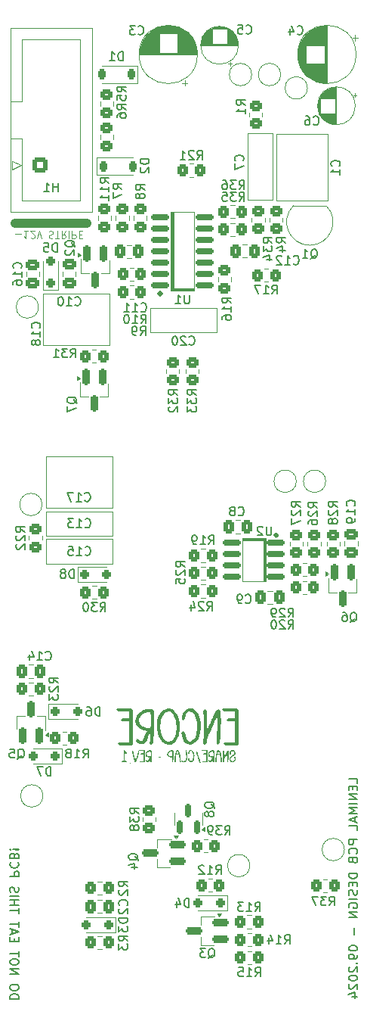
<source format=gbo>
G04 #@! TF.GenerationSoftware,KiCad,Pcbnew,8.0.5*
G04 #@! TF.CreationDate,2024-11-24T11:25:01+01:00*
G04 #@! TF.ProjectId,encore,656e636f-7265-42e6-9b69-6361645f7063,rev?*
G04 #@! TF.SameCoordinates,Original*
G04 #@! TF.FileFunction,Legend,Bot*
G04 #@! TF.FilePolarity,Positive*
%FSLAX46Y46*%
G04 Gerber Fmt 4.6, Leading zero omitted, Abs format (unit mm)*
G04 Created by KiCad (PCBNEW 8.0.5) date 2024-11-24 11:25:01*
%MOMM*%
%LPD*%
G01*
G04 APERTURE LIST*
G04 Aperture macros list*
%AMRoundRect*
0 Rectangle with rounded corners*
0 $1 Rounding radius*
0 $2 $3 $4 $5 $6 $7 $8 $9 X,Y pos of 4 corners*
0 Add a 4 corners polygon primitive as box body*
4,1,4,$2,$3,$4,$5,$6,$7,$8,$9,$2,$3,0*
0 Add four circle primitives for the rounded corners*
1,1,$1+$1,$2,$3*
1,1,$1+$1,$4,$5*
1,1,$1+$1,$6,$7*
1,1,$1+$1,$8,$9*
0 Add four rect primitives between the rounded corners*
20,1,$1+$1,$2,$3,$4,$5,0*
20,1,$1+$1,$4,$5,$6,$7,0*
20,1,$1+$1,$6,$7,$8,$9,0*
20,1,$1+$1,$8,$9,$2,$3,0*%
G04 Aperture macros list end*
%ADD10C,0.150000*%
%ADD11C,0.100000*%
%ADD12C,0.120000*%
%ADD13C,0.300000*%
%ADD14C,1.000000*%
%ADD15C,0.350000*%
%ADD16O,4.000000X4.000000*%
%ADD17R,1.800000X1.800000*%
%ADD18C,1.800000*%
%ADD19R,1.930000X1.830000*%
%ADD20C,2.130000*%
%ADD21RoundRect,0.250000X0.450000X-0.350000X0.450000X0.350000X-0.450000X0.350000X-0.450000X-0.350000X0*%
%ADD22RoundRect,0.250000X-0.350000X-0.450000X0.350000X-0.450000X0.350000X0.450000X-0.350000X0.450000X0*%
%ADD23R,1.600000X1.600000*%
%ADD24C,1.600000*%
%ADD25RoundRect,0.225000X-0.225000X-0.375000X0.225000X-0.375000X0.225000X0.375000X-0.225000X0.375000X0*%
%ADD26RoundRect,0.200000X-0.200000X0.750000X-0.200000X-0.750000X0.200000X-0.750000X0.200000X0.750000X0*%
%ADD27RoundRect,0.200000X0.750000X0.200000X-0.750000X0.200000X-0.750000X-0.200000X0.750000X-0.200000X0*%
%ADD28RoundRect,0.250000X-0.475000X0.337500X-0.475000X-0.337500X0.475000X-0.337500X0.475000X0.337500X0*%
%ADD29RoundRect,0.250000X-0.337500X-0.475000X0.337500X-0.475000X0.337500X0.475000X-0.337500X0.475000X0*%
%ADD30RoundRect,0.250000X0.337500X0.475000X-0.337500X0.475000X-0.337500X-0.475000X0.337500X-0.475000X0*%
%ADD31C,2.000000*%
%ADD32RoundRect,0.250000X0.350000X0.450000X-0.350000X0.450000X-0.350000X-0.450000X0.350000X-0.450000X0*%
%ADD33RoundRect,0.250000X0.250000X-0.250000X0.250000X0.250000X-0.250000X0.250000X-0.250000X-0.250000X0*%
%ADD34RoundRect,0.250000X0.250000X0.250000X-0.250000X0.250000X-0.250000X-0.250000X0.250000X-0.250000X0*%
%ADD35RoundRect,0.250000X-0.450000X0.350000X-0.450000X-0.350000X0.450000X-0.350000X0.450000X0.350000X0*%
%ADD36R,1.200000X1.200000*%
%ADD37C,1.200000*%
%ADD38R,1.050000X1.500000*%
%ADD39O,1.050000X1.500000*%
%ADD40RoundRect,0.250000X-0.250000X-0.250000X0.250000X-0.250000X0.250000X0.250000X-0.250000X0.250000X0*%
%ADD41RoundRect,0.150000X0.825000X0.150000X-0.825000X0.150000X-0.825000X-0.150000X0.825000X-0.150000X0*%
%ADD42RoundRect,0.250000X0.475000X-0.337500X0.475000X0.337500X-0.475000X0.337500X-0.475000X-0.337500X0*%
%ADD43RoundRect,0.250000X-0.600000X-0.600000X0.600000X-0.600000X0.600000X0.600000X-0.600000X0.600000X0*%
%ADD44C,1.700000*%
%ADD45RoundRect,0.225000X0.225000X0.375000X-0.225000X0.375000X-0.225000X-0.375000X0.225000X-0.375000X0*%
%ADD46RoundRect,0.200000X0.200000X-0.750000X0.200000X0.750000X-0.200000X0.750000X-0.200000X-0.750000X0*%
%ADD47RoundRect,0.150000X-0.825000X-0.150000X0.825000X-0.150000X0.825000X0.150000X-0.825000X0.150000X0*%
%ADD48RoundRect,0.150000X0.150000X-0.587500X0.150000X0.587500X-0.150000X0.587500X-0.150000X-0.587500X0*%
G04 APERTURE END LIST*
D10*
X50630180Y-159413220D02*
X51630180Y-159413220D01*
X51630180Y-159413220D02*
X51630180Y-159175125D01*
X51630180Y-159175125D02*
X51582561Y-159032268D01*
X51582561Y-159032268D02*
X51487323Y-158937030D01*
X51487323Y-158937030D02*
X51392085Y-158889411D01*
X51392085Y-158889411D02*
X51201609Y-158841792D01*
X51201609Y-158841792D02*
X51058752Y-158841792D01*
X51058752Y-158841792D02*
X50868276Y-158889411D01*
X50868276Y-158889411D02*
X50773038Y-158937030D01*
X50773038Y-158937030D02*
X50677800Y-159032268D01*
X50677800Y-159032268D02*
X50630180Y-159175125D01*
X50630180Y-159175125D02*
X50630180Y-159413220D01*
X51630180Y-158222744D02*
X51630180Y-158032268D01*
X51630180Y-158032268D02*
X51582561Y-157937030D01*
X51582561Y-157937030D02*
X51487323Y-157841792D01*
X51487323Y-157841792D02*
X51296847Y-157794173D01*
X51296847Y-157794173D02*
X50963514Y-157794173D01*
X50963514Y-157794173D02*
X50773038Y-157841792D01*
X50773038Y-157841792D02*
X50677800Y-157937030D01*
X50677800Y-157937030D02*
X50630180Y-158032268D01*
X50630180Y-158032268D02*
X50630180Y-158222744D01*
X50630180Y-158222744D02*
X50677800Y-158317982D01*
X50677800Y-158317982D02*
X50773038Y-158413220D01*
X50773038Y-158413220D02*
X50963514Y-158460839D01*
X50963514Y-158460839D02*
X51296847Y-158460839D01*
X51296847Y-158460839D02*
X51487323Y-158413220D01*
X51487323Y-158413220D02*
X51582561Y-158317982D01*
X51582561Y-158317982D02*
X51630180Y-158222744D01*
X50630180Y-156603696D02*
X51630180Y-156603696D01*
X51630180Y-156603696D02*
X50630180Y-156032268D01*
X50630180Y-156032268D02*
X51630180Y-156032268D01*
X51630180Y-155365601D02*
X51630180Y-155175125D01*
X51630180Y-155175125D02*
X51582561Y-155079887D01*
X51582561Y-155079887D02*
X51487323Y-154984649D01*
X51487323Y-154984649D02*
X51296847Y-154937030D01*
X51296847Y-154937030D02*
X50963514Y-154937030D01*
X50963514Y-154937030D02*
X50773038Y-154984649D01*
X50773038Y-154984649D02*
X50677800Y-155079887D01*
X50677800Y-155079887D02*
X50630180Y-155175125D01*
X50630180Y-155175125D02*
X50630180Y-155365601D01*
X50630180Y-155365601D02*
X50677800Y-155460839D01*
X50677800Y-155460839D02*
X50773038Y-155556077D01*
X50773038Y-155556077D02*
X50963514Y-155603696D01*
X50963514Y-155603696D02*
X51296847Y-155603696D01*
X51296847Y-155603696D02*
X51487323Y-155556077D01*
X51487323Y-155556077D02*
X51582561Y-155460839D01*
X51582561Y-155460839D02*
X51630180Y-155365601D01*
X51630180Y-154651315D02*
X51630180Y-154079887D01*
X50630180Y-154365601D02*
X51630180Y-154365601D01*
X51153990Y-152984648D02*
X51153990Y-152651315D01*
X50630180Y-152508458D02*
X50630180Y-152984648D01*
X50630180Y-152984648D02*
X51630180Y-152984648D01*
X51630180Y-152984648D02*
X51630180Y-152508458D01*
X50915895Y-152127505D02*
X50915895Y-151651315D01*
X50630180Y-152222743D02*
X51630180Y-151889410D01*
X51630180Y-151889410D02*
X50630180Y-151556077D01*
X51630180Y-151365600D02*
X51630180Y-150794172D01*
X50630180Y-151079886D02*
X51630180Y-151079886D01*
X51630180Y-149841790D02*
X51630180Y-149270362D01*
X50630180Y-149556076D02*
X51630180Y-149556076D01*
X50630180Y-148937028D02*
X51630180Y-148937028D01*
X51153990Y-148937028D02*
X51153990Y-148365600D01*
X50630180Y-148365600D02*
X51630180Y-148365600D01*
X50630180Y-147889409D02*
X51630180Y-147889409D01*
X50677800Y-147460838D02*
X50630180Y-147317981D01*
X50630180Y-147317981D02*
X50630180Y-147079886D01*
X50630180Y-147079886D02*
X50677800Y-146984648D01*
X50677800Y-146984648D02*
X50725419Y-146937029D01*
X50725419Y-146937029D02*
X50820657Y-146889410D01*
X50820657Y-146889410D02*
X50915895Y-146889410D01*
X50915895Y-146889410D02*
X51011133Y-146937029D01*
X51011133Y-146937029D02*
X51058752Y-146984648D01*
X51058752Y-146984648D02*
X51106371Y-147079886D01*
X51106371Y-147079886D02*
X51153990Y-147270362D01*
X51153990Y-147270362D02*
X51201609Y-147365600D01*
X51201609Y-147365600D02*
X51249228Y-147413219D01*
X51249228Y-147413219D02*
X51344466Y-147460838D01*
X51344466Y-147460838D02*
X51439704Y-147460838D01*
X51439704Y-147460838D02*
X51534942Y-147413219D01*
X51534942Y-147413219D02*
X51582561Y-147365600D01*
X51582561Y-147365600D02*
X51630180Y-147270362D01*
X51630180Y-147270362D02*
X51630180Y-147032267D01*
X51630180Y-147032267D02*
X51582561Y-146889410D01*
X50630180Y-145698933D02*
X51630180Y-145698933D01*
X51630180Y-145698933D02*
X51630180Y-145317981D01*
X51630180Y-145317981D02*
X51582561Y-145222743D01*
X51582561Y-145222743D02*
X51534942Y-145175124D01*
X51534942Y-145175124D02*
X51439704Y-145127505D01*
X51439704Y-145127505D02*
X51296847Y-145127505D01*
X51296847Y-145127505D02*
X51201609Y-145175124D01*
X51201609Y-145175124D02*
X51153990Y-145222743D01*
X51153990Y-145222743D02*
X51106371Y-145317981D01*
X51106371Y-145317981D02*
X51106371Y-145698933D01*
X50725419Y-144127505D02*
X50677800Y-144175124D01*
X50677800Y-144175124D02*
X50630180Y-144317981D01*
X50630180Y-144317981D02*
X50630180Y-144413219D01*
X50630180Y-144413219D02*
X50677800Y-144556076D01*
X50677800Y-144556076D02*
X50773038Y-144651314D01*
X50773038Y-144651314D02*
X50868276Y-144698933D01*
X50868276Y-144698933D02*
X51058752Y-144746552D01*
X51058752Y-144746552D02*
X51201609Y-144746552D01*
X51201609Y-144746552D02*
X51392085Y-144698933D01*
X51392085Y-144698933D02*
X51487323Y-144651314D01*
X51487323Y-144651314D02*
X51582561Y-144556076D01*
X51582561Y-144556076D02*
X51630180Y-144413219D01*
X51630180Y-144413219D02*
X51630180Y-144317981D01*
X51630180Y-144317981D02*
X51582561Y-144175124D01*
X51582561Y-144175124D02*
X51534942Y-144127505D01*
X51153990Y-143365600D02*
X51106371Y-143222743D01*
X51106371Y-143222743D02*
X51058752Y-143175124D01*
X51058752Y-143175124D02*
X50963514Y-143127505D01*
X50963514Y-143127505D02*
X50820657Y-143127505D01*
X50820657Y-143127505D02*
X50725419Y-143175124D01*
X50725419Y-143175124D02*
X50677800Y-143222743D01*
X50677800Y-143222743D02*
X50630180Y-143317981D01*
X50630180Y-143317981D02*
X50630180Y-143698933D01*
X50630180Y-143698933D02*
X51630180Y-143698933D01*
X51630180Y-143698933D02*
X51630180Y-143365600D01*
X51630180Y-143365600D02*
X51582561Y-143270362D01*
X51582561Y-143270362D02*
X51534942Y-143222743D01*
X51534942Y-143222743D02*
X51439704Y-143175124D01*
X51439704Y-143175124D02*
X51344466Y-143175124D01*
X51344466Y-143175124D02*
X51249228Y-143222743D01*
X51249228Y-143222743D02*
X51201609Y-143270362D01*
X51201609Y-143270362D02*
X51153990Y-143365600D01*
X51153990Y-143365600D02*
X51153990Y-143698933D01*
X50725419Y-142698933D02*
X50677800Y-142651314D01*
X50677800Y-142651314D02*
X50630180Y-142698933D01*
X50630180Y-142698933D02*
X50677800Y-142746552D01*
X50677800Y-142746552D02*
X50725419Y-142698933D01*
X50725419Y-142698933D02*
X50630180Y-142698933D01*
X51011133Y-142698933D02*
X51582561Y-142746552D01*
X51582561Y-142746552D02*
X51630180Y-142698933D01*
X51630180Y-142698933D02*
X51582561Y-142651314D01*
X51582561Y-142651314D02*
X51011133Y-142698933D01*
X51011133Y-142698933D02*
X51630180Y-142698933D01*
X89619819Y-135261904D02*
X89619819Y-134785714D01*
X89619819Y-134785714D02*
X88619819Y-134785714D01*
X89096009Y-135595238D02*
X89096009Y-135928571D01*
X89619819Y-136071428D02*
X89619819Y-135595238D01*
X89619819Y-135595238D02*
X88619819Y-135595238D01*
X88619819Y-135595238D02*
X88619819Y-136071428D01*
X89619819Y-136500000D02*
X88619819Y-136500000D01*
X88619819Y-136500000D02*
X89619819Y-137071428D01*
X89619819Y-137071428D02*
X88619819Y-137071428D01*
X89619819Y-137547619D02*
X88619819Y-137547619D01*
X89619819Y-138023809D02*
X88619819Y-138023809D01*
X88619819Y-138023809D02*
X89334104Y-138357142D01*
X89334104Y-138357142D02*
X88619819Y-138690475D01*
X88619819Y-138690475D02*
X89619819Y-138690475D01*
X89334104Y-139119047D02*
X89334104Y-139595237D01*
X89619819Y-139023809D02*
X88619819Y-139357142D01*
X88619819Y-139357142D02*
X89619819Y-139690475D01*
X89619819Y-140499999D02*
X89619819Y-140023809D01*
X89619819Y-140023809D02*
X88619819Y-140023809D01*
X89619819Y-141595238D02*
X88619819Y-141595238D01*
X88619819Y-141595238D02*
X88619819Y-141976190D01*
X88619819Y-141976190D02*
X88667438Y-142071428D01*
X88667438Y-142071428D02*
X88715057Y-142119047D01*
X88715057Y-142119047D02*
X88810295Y-142166666D01*
X88810295Y-142166666D02*
X88953152Y-142166666D01*
X88953152Y-142166666D02*
X89048390Y-142119047D01*
X89048390Y-142119047D02*
X89096009Y-142071428D01*
X89096009Y-142071428D02*
X89143628Y-141976190D01*
X89143628Y-141976190D02*
X89143628Y-141595238D01*
X89524580Y-143166666D02*
X89572200Y-143119047D01*
X89572200Y-143119047D02*
X89619819Y-142976190D01*
X89619819Y-142976190D02*
X89619819Y-142880952D01*
X89619819Y-142880952D02*
X89572200Y-142738095D01*
X89572200Y-142738095D02*
X89476961Y-142642857D01*
X89476961Y-142642857D02*
X89381723Y-142595238D01*
X89381723Y-142595238D02*
X89191247Y-142547619D01*
X89191247Y-142547619D02*
X89048390Y-142547619D01*
X89048390Y-142547619D02*
X88857914Y-142595238D01*
X88857914Y-142595238D02*
X88762676Y-142642857D01*
X88762676Y-142642857D02*
X88667438Y-142738095D01*
X88667438Y-142738095D02*
X88619819Y-142880952D01*
X88619819Y-142880952D02*
X88619819Y-142976190D01*
X88619819Y-142976190D02*
X88667438Y-143119047D01*
X88667438Y-143119047D02*
X88715057Y-143166666D01*
X89096009Y-143928571D02*
X89143628Y-144071428D01*
X89143628Y-144071428D02*
X89191247Y-144119047D01*
X89191247Y-144119047D02*
X89286485Y-144166666D01*
X89286485Y-144166666D02*
X89429342Y-144166666D01*
X89429342Y-144166666D02*
X89524580Y-144119047D01*
X89524580Y-144119047D02*
X89572200Y-144071428D01*
X89572200Y-144071428D02*
X89619819Y-143976190D01*
X89619819Y-143976190D02*
X89619819Y-143595238D01*
X89619819Y-143595238D02*
X88619819Y-143595238D01*
X88619819Y-143595238D02*
X88619819Y-143928571D01*
X88619819Y-143928571D02*
X88667438Y-144023809D01*
X88667438Y-144023809D02*
X88715057Y-144071428D01*
X88715057Y-144071428D02*
X88810295Y-144119047D01*
X88810295Y-144119047D02*
X88905533Y-144119047D01*
X88905533Y-144119047D02*
X89000771Y-144071428D01*
X89000771Y-144071428D02*
X89048390Y-144023809D01*
X89048390Y-144023809D02*
X89096009Y-143928571D01*
X89096009Y-143928571D02*
X89096009Y-143595238D01*
X89619819Y-145357143D02*
X88619819Y-145357143D01*
X88619819Y-145357143D02*
X88619819Y-145595238D01*
X88619819Y-145595238D02*
X88667438Y-145738095D01*
X88667438Y-145738095D02*
X88762676Y-145833333D01*
X88762676Y-145833333D02*
X88857914Y-145880952D01*
X88857914Y-145880952D02*
X89048390Y-145928571D01*
X89048390Y-145928571D02*
X89191247Y-145928571D01*
X89191247Y-145928571D02*
X89381723Y-145880952D01*
X89381723Y-145880952D02*
X89476961Y-145833333D01*
X89476961Y-145833333D02*
X89572200Y-145738095D01*
X89572200Y-145738095D02*
X89619819Y-145595238D01*
X89619819Y-145595238D02*
X89619819Y-145357143D01*
X89096009Y-146357143D02*
X89096009Y-146690476D01*
X89619819Y-146833333D02*
X89619819Y-146357143D01*
X89619819Y-146357143D02*
X88619819Y-146357143D01*
X88619819Y-146357143D02*
X88619819Y-146833333D01*
X89572200Y-147214286D02*
X89619819Y-147357143D01*
X89619819Y-147357143D02*
X89619819Y-147595238D01*
X89619819Y-147595238D02*
X89572200Y-147690476D01*
X89572200Y-147690476D02*
X89524580Y-147738095D01*
X89524580Y-147738095D02*
X89429342Y-147785714D01*
X89429342Y-147785714D02*
X89334104Y-147785714D01*
X89334104Y-147785714D02*
X89238866Y-147738095D01*
X89238866Y-147738095D02*
X89191247Y-147690476D01*
X89191247Y-147690476D02*
X89143628Y-147595238D01*
X89143628Y-147595238D02*
X89096009Y-147404762D01*
X89096009Y-147404762D02*
X89048390Y-147309524D01*
X89048390Y-147309524D02*
X89000771Y-147261905D01*
X89000771Y-147261905D02*
X88905533Y-147214286D01*
X88905533Y-147214286D02*
X88810295Y-147214286D01*
X88810295Y-147214286D02*
X88715057Y-147261905D01*
X88715057Y-147261905D02*
X88667438Y-147309524D01*
X88667438Y-147309524D02*
X88619819Y-147404762D01*
X88619819Y-147404762D02*
X88619819Y-147642857D01*
X88619819Y-147642857D02*
X88667438Y-147785714D01*
X89619819Y-148214286D02*
X88619819Y-148214286D01*
X88667438Y-149214285D02*
X88619819Y-149119047D01*
X88619819Y-149119047D02*
X88619819Y-148976190D01*
X88619819Y-148976190D02*
X88667438Y-148833333D01*
X88667438Y-148833333D02*
X88762676Y-148738095D01*
X88762676Y-148738095D02*
X88857914Y-148690476D01*
X88857914Y-148690476D02*
X89048390Y-148642857D01*
X89048390Y-148642857D02*
X89191247Y-148642857D01*
X89191247Y-148642857D02*
X89381723Y-148690476D01*
X89381723Y-148690476D02*
X89476961Y-148738095D01*
X89476961Y-148738095D02*
X89572200Y-148833333D01*
X89572200Y-148833333D02*
X89619819Y-148976190D01*
X89619819Y-148976190D02*
X89619819Y-149071428D01*
X89619819Y-149071428D02*
X89572200Y-149214285D01*
X89572200Y-149214285D02*
X89524580Y-149261904D01*
X89524580Y-149261904D02*
X89191247Y-149261904D01*
X89191247Y-149261904D02*
X89191247Y-149071428D01*
X89619819Y-149690476D02*
X88619819Y-149690476D01*
X88619819Y-149690476D02*
X89619819Y-150261904D01*
X89619819Y-150261904D02*
X88619819Y-150261904D01*
X89238866Y-151500000D02*
X89238866Y-152261905D01*
X88619819Y-153690476D02*
X88619819Y-153785714D01*
X88619819Y-153785714D02*
X88667438Y-153880952D01*
X88667438Y-153880952D02*
X88715057Y-153928571D01*
X88715057Y-153928571D02*
X88810295Y-153976190D01*
X88810295Y-153976190D02*
X89000771Y-154023809D01*
X89000771Y-154023809D02*
X89238866Y-154023809D01*
X89238866Y-154023809D02*
X89429342Y-153976190D01*
X89429342Y-153976190D02*
X89524580Y-153928571D01*
X89524580Y-153928571D02*
X89572200Y-153880952D01*
X89572200Y-153880952D02*
X89619819Y-153785714D01*
X89619819Y-153785714D02*
X89619819Y-153690476D01*
X89619819Y-153690476D02*
X89572200Y-153595238D01*
X89572200Y-153595238D02*
X89524580Y-153547619D01*
X89524580Y-153547619D02*
X89429342Y-153500000D01*
X89429342Y-153500000D02*
X89238866Y-153452381D01*
X89238866Y-153452381D02*
X89000771Y-153452381D01*
X89000771Y-153452381D02*
X88810295Y-153500000D01*
X88810295Y-153500000D02*
X88715057Y-153547619D01*
X88715057Y-153547619D02*
X88667438Y-153595238D01*
X88667438Y-153595238D02*
X88619819Y-153690476D01*
X89619819Y-154500000D02*
X89619819Y-154690476D01*
X89619819Y-154690476D02*
X89572200Y-154785714D01*
X89572200Y-154785714D02*
X89524580Y-154833333D01*
X89524580Y-154833333D02*
X89381723Y-154928571D01*
X89381723Y-154928571D02*
X89191247Y-154976190D01*
X89191247Y-154976190D02*
X88810295Y-154976190D01*
X88810295Y-154976190D02*
X88715057Y-154928571D01*
X88715057Y-154928571D02*
X88667438Y-154880952D01*
X88667438Y-154880952D02*
X88619819Y-154785714D01*
X88619819Y-154785714D02*
X88619819Y-154595238D01*
X88619819Y-154595238D02*
X88667438Y-154500000D01*
X88667438Y-154500000D02*
X88715057Y-154452381D01*
X88715057Y-154452381D02*
X88810295Y-154404762D01*
X88810295Y-154404762D02*
X89048390Y-154404762D01*
X89048390Y-154404762D02*
X89143628Y-154452381D01*
X89143628Y-154452381D02*
X89191247Y-154500000D01*
X89191247Y-154500000D02*
X89238866Y-154595238D01*
X89238866Y-154595238D02*
X89238866Y-154785714D01*
X89238866Y-154785714D02*
X89191247Y-154880952D01*
X89191247Y-154880952D02*
X89143628Y-154928571D01*
X89143628Y-154928571D02*
X89048390Y-154976190D01*
X89524580Y-155404762D02*
X89572200Y-155452381D01*
X89572200Y-155452381D02*
X89619819Y-155404762D01*
X89619819Y-155404762D02*
X89572200Y-155357143D01*
X89572200Y-155357143D02*
X89524580Y-155404762D01*
X89524580Y-155404762D02*
X89619819Y-155404762D01*
X88715057Y-155833333D02*
X88667438Y-155880952D01*
X88667438Y-155880952D02*
X88619819Y-155976190D01*
X88619819Y-155976190D02*
X88619819Y-156214285D01*
X88619819Y-156214285D02*
X88667438Y-156309523D01*
X88667438Y-156309523D02*
X88715057Y-156357142D01*
X88715057Y-156357142D02*
X88810295Y-156404761D01*
X88810295Y-156404761D02*
X88905533Y-156404761D01*
X88905533Y-156404761D02*
X89048390Y-156357142D01*
X89048390Y-156357142D02*
X89619819Y-155785714D01*
X89619819Y-155785714D02*
X89619819Y-156404761D01*
X88619819Y-157023809D02*
X88619819Y-157119047D01*
X88619819Y-157119047D02*
X88667438Y-157214285D01*
X88667438Y-157214285D02*
X88715057Y-157261904D01*
X88715057Y-157261904D02*
X88810295Y-157309523D01*
X88810295Y-157309523D02*
X89000771Y-157357142D01*
X89000771Y-157357142D02*
X89238866Y-157357142D01*
X89238866Y-157357142D02*
X89429342Y-157309523D01*
X89429342Y-157309523D02*
X89524580Y-157261904D01*
X89524580Y-157261904D02*
X89572200Y-157214285D01*
X89572200Y-157214285D02*
X89619819Y-157119047D01*
X89619819Y-157119047D02*
X89619819Y-157023809D01*
X89619819Y-157023809D02*
X89572200Y-156928571D01*
X89572200Y-156928571D02*
X89524580Y-156880952D01*
X89524580Y-156880952D02*
X89429342Y-156833333D01*
X89429342Y-156833333D02*
X89238866Y-156785714D01*
X89238866Y-156785714D02*
X89000771Y-156785714D01*
X89000771Y-156785714D02*
X88810295Y-156833333D01*
X88810295Y-156833333D02*
X88715057Y-156880952D01*
X88715057Y-156880952D02*
X88667438Y-156928571D01*
X88667438Y-156928571D02*
X88619819Y-157023809D01*
X88715057Y-157738095D02*
X88667438Y-157785714D01*
X88667438Y-157785714D02*
X88619819Y-157880952D01*
X88619819Y-157880952D02*
X88619819Y-158119047D01*
X88619819Y-158119047D02*
X88667438Y-158214285D01*
X88667438Y-158214285D02*
X88715057Y-158261904D01*
X88715057Y-158261904D02*
X88810295Y-158309523D01*
X88810295Y-158309523D02*
X88905533Y-158309523D01*
X88905533Y-158309523D02*
X89048390Y-158261904D01*
X89048390Y-158261904D02*
X89619819Y-157690476D01*
X89619819Y-157690476D02*
X89619819Y-158309523D01*
X88953152Y-159166666D02*
X89619819Y-159166666D01*
X88572200Y-158928571D02*
X89286485Y-158690476D01*
X89286485Y-158690476D02*
X89286485Y-159309523D01*
G36*
X76284577Y-130848108D02*
G01*
X76098464Y-131069392D01*
X75769607Y-131075002D01*
X75440474Y-131071407D01*
X75111342Y-131067538D01*
X74782484Y-131072323D01*
X74605255Y-130835460D01*
X74782484Y-130716217D01*
X75095313Y-130710862D01*
X75408142Y-130714179D01*
X75720972Y-130718148D01*
X75894766Y-130717683D01*
X75895428Y-130354199D01*
X75897056Y-129990568D01*
X75899113Y-129626856D01*
X75901063Y-129263131D01*
X75902368Y-128899459D01*
X75902494Y-128535908D01*
X75902093Y-128390537D01*
X75600392Y-128387935D01*
X75298691Y-128384561D01*
X75097557Y-128387606D01*
X74920328Y-128149355D01*
X75097557Y-128030034D01*
X75398073Y-128027561D01*
X75698898Y-128032507D01*
X75899162Y-128034431D01*
X75896277Y-127737676D01*
X75890919Y-127440921D01*
X75885973Y-127243084D01*
X75573831Y-127244572D01*
X75261688Y-127244000D01*
X74949546Y-127243702D01*
X74637404Y-127246015D01*
X74460175Y-127004286D01*
X74637404Y-126888443D01*
X74952843Y-126886120D01*
X75268283Y-126886926D01*
X75583722Y-126888100D01*
X75899162Y-126886881D01*
X76079413Y-126884047D01*
X76278715Y-127062833D01*
X76287504Y-127413169D01*
X76293537Y-127763504D01*
X76297228Y-128113840D01*
X76298989Y-128464176D01*
X76299233Y-128814512D01*
X76298374Y-129164848D01*
X76296824Y-129515184D01*
X76294996Y-129865519D01*
X76293303Y-130215855D01*
X76292159Y-130566191D01*
X76291905Y-130799748D01*
X76284577Y-130848108D01*
G37*
G36*
X73894417Y-127789699D02*
G01*
X73756346Y-128089136D01*
X73618018Y-128388453D01*
X73479449Y-128687667D01*
X73340657Y-128986795D01*
X73201659Y-129285854D01*
X73062472Y-129584861D01*
X72923114Y-129883835D01*
X72783600Y-130182791D01*
X72759895Y-130493321D01*
X72748728Y-130796168D01*
X72748429Y-130836385D01*
X72494667Y-131004997D01*
X72351290Y-130836385D01*
X72351601Y-130491371D01*
X72352382Y-130146294D01*
X72353410Y-129801169D01*
X72354459Y-129456010D01*
X72355305Y-129110832D01*
X72355724Y-128765649D01*
X72355491Y-128420475D01*
X72354382Y-128075326D01*
X72352171Y-127730216D01*
X72348634Y-127385158D01*
X72345429Y-127155157D01*
X72596010Y-126986545D01*
X72742568Y-127155157D01*
X72746749Y-127495875D01*
X72749743Y-127836594D01*
X72751650Y-128177313D01*
X72752571Y-128518032D01*
X72752607Y-128858750D01*
X72751857Y-129199469D01*
X72751360Y-129335757D01*
X72882081Y-129054870D01*
X73012647Y-128773845D01*
X73143041Y-128492684D01*
X73273246Y-128211385D01*
X73403245Y-127929948D01*
X73533021Y-127648374D01*
X73662557Y-127366663D01*
X73791835Y-127084815D01*
X74065231Y-126977921D01*
X74074668Y-126980767D01*
X74244661Y-127149295D01*
X74274583Y-127490890D01*
X74292848Y-127833058D01*
X74301014Y-128175675D01*
X74300638Y-128518618D01*
X74293277Y-128861764D01*
X74280490Y-129204990D01*
X74263834Y-129548172D01*
X74244867Y-129891188D01*
X74225147Y-130233914D01*
X74206230Y-130576226D01*
X74194836Y-130804145D01*
X73951916Y-130976170D01*
X73799162Y-130804145D01*
X73818402Y-130428000D01*
X73839600Y-130051426D01*
X73860728Y-129674543D01*
X73879762Y-129297472D01*
X73894674Y-128920331D01*
X73903439Y-128543242D01*
X73904028Y-128166325D01*
X73894417Y-127789699D01*
G37*
G36*
X71161339Y-130909658D02*
G01*
X70863533Y-130969015D01*
X70569719Y-130916974D01*
X70330425Y-130776301D01*
X70124643Y-130535485D01*
X69993187Y-130247821D01*
X69919708Y-129935701D01*
X69887857Y-129621521D01*
X70131139Y-129453969D01*
X70283531Y-129621521D01*
X70328181Y-129944746D01*
X70426672Y-130264345D01*
X70596242Y-130520307D01*
X70896200Y-130614955D01*
X70991346Y-130590188D01*
X71249646Y-130408431D01*
X71425592Y-130129802D01*
X71527242Y-129851252D01*
X71577529Y-129650830D01*
X71628081Y-129344002D01*
X71649312Y-129030785D01*
X71641774Y-128716147D01*
X71606020Y-128405060D01*
X71573133Y-128230802D01*
X71497630Y-127940554D01*
X71374832Y-127638809D01*
X71185960Y-127392661D01*
X71045568Y-127304633D01*
X70739136Y-127270052D01*
X70485689Y-127444747D01*
X70350758Y-127709216D01*
X70298898Y-128007081D01*
X70302581Y-128128220D01*
X70047586Y-128290637D01*
X69905443Y-128128220D01*
X69915566Y-127801062D01*
X70006834Y-127491176D01*
X70174145Y-127224180D01*
X70412399Y-127025693D01*
X70716496Y-126921332D01*
X70831612Y-126911891D01*
X71121965Y-126952778D01*
X71401440Y-127102231D01*
X71621642Y-127334440D01*
X71787357Y-127621241D01*
X71875017Y-127843921D01*
X71965199Y-128172023D01*
X72020896Y-128510152D01*
X72043787Y-128853497D01*
X72035553Y-129197248D01*
X71997876Y-129536594D01*
X71979064Y-129647899D01*
X71899199Y-129977652D01*
X71792775Y-130256824D01*
X71645616Y-130513884D01*
X71415252Y-130761947D01*
X71161339Y-130909658D01*
G37*
G36*
X68834952Y-127016067D02*
G01*
X69086496Y-127194904D01*
X69131681Y-127240153D01*
X69339757Y-127511298D01*
X69495924Y-127819835D01*
X69604945Y-128154427D01*
X69671582Y-128503738D01*
X69700599Y-128856429D01*
X69696759Y-129201164D01*
X69687090Y-129334291D01*
X69635485Y-129685771D01*
X69561679Y-129971659D01*
X69455467Y-130246603D01*
X69272212Y-130553624D01*
X69026972Y-130794461D01*
X68713442Y-130941843D01*
X68409211Y-130974138D01*
X68101531Y-130905066D01*
X67840615Y-130761337D01*
X67624282Y-130557810D01*
X67450353Y-130309344D01*
X67316646Y-130030798D01*
X67220983Y-129737030D01*
X67192882Y-129618590D01*
X67137707Y-129286729D01*
X67113673Y-128942498D01*
X67117187Y-128833242D01*
X67511962Y-128833242D01*
X67523924Y-129163749D01*
X67534333Y-129269811D01*
X67583551Y-129568569D01*
X67677069Y-129894800D01*
X67822713Y-130204570D01*
X68028307Y-130453946D01*
X68301675Y-130598994D01*
X68409211Y-130616566D01*
X68736147Y-130540449D01*
X68973858Y-130323907D01*
X69135782Y-130022164D01*
X69224440Y-129737574D01*
X69269434Y-129508681D01*
X69304497Y-129165831D01*
X69307119Y-128870499D01*
X69282807Y-128573536D01*
X69228978Y-128281618D01*
X69121785Y-127947373D01*
X68993928Y-127690048D01*
X68810550Y-127448410D01*
X68554489Y-127281243D01*
X68470760Y-127266531D01*
X68169437Y-127346653D01*
X67935410Y-127530957D01*
X67896301Y-127575743D01*
X67719275Y-127852386D01*
X67601581Y-128163534D01*
X67535162Y-128495162D01*
X67511962Y-128833242D01*
X67117187Y-128833242D01*
X67124871Y-128594349D01*
X67175393Y-128250735D01*
X67269332Y-127920108D01*
X67410779Y-127610921D01*
X67481577Y-127495143D01*
X67671866Y-127261984D01*
X67906860Y-127077931D01*
X68181459Y-126957741D01*
X68240683Y-126942665D01*
X68549168Y-126927068D01*
X68834952Y-127016067D01*
G37*
G36*
X66624284Y-126982233D02*
G01*
X66782554Y-127149295D01*
X66812476Y-127490890D01*
X66830741Y-127833058D01*
X66838906Y-128175675D01*
X66838530Y-128518618D01*
X66831170Y-128861764D01*
X66818383Y-129204990D01*
X66801727Y-129548172D01*
X66782760Y-129891188D01*
X66763039Y-130233914D01*
X66744123Y-130576226D01*
X66732728Y-130804145D01*
X66489808Y-130976170D01*
X66337055Y-130804145D01*
X66352305Y-130501642D01*
X66368928Y-130198728D01*
X66386102Y-129895538D01*
X66403000Y-129592212D01*
X66216398Y-129850448D01*
X66109085Y-130135384D01*
X66018638Y-130425450D01*
X65973621Y-130544759D01*
X65805728Y-130803666D01*
X65566224Y-130928709D01*
X65271915Y-130904996D01*
X64996730Y-130771314D01*
X64774877Y-130616566D01*
X64867662Y-130332470D01*
X65054780Y-130364508D01*
X65303466Y-130526848D01*
X65409420Y-130568206D01*
X65514933Y-130565275D01*
X65651345Y-130292161D01*
X65698115Y-130132965D01*
X65804233Y-129834856D01*
X65944271Y-129563139D01*
X66024912Y-129451528D01*
X65735837Y-129398147D01*
X65416233Y-129289303D01*
X65133431Y-129121371D01*
X64906115Y-128884962D01*
X64788066Y-128668974D01*
X64717661Y-128364504D01*
X64728591Y-128243991D01*
X65114863Y-128243991D01*
X65167955Y-128582043D01*
X65357832Y-128824132D01*
X65641372Y-128984343D01*
X65975453Y-129076760D01*
X66316953Y-129115468D01*
X66424982Y-129118869D01*
X66436590Y-128780083D01*
X66442422Y-128441356D01*
X66441027Y-128102744D01*
X66430958Y-127764306D01*
X66410766Y-127426100D01*
X66401535Y-127313426D01*
X66080024Y-127355392D01*
X65762069Y-127453174D01*
X65477807Y-127611582D01*
X65257379Y-127835426D01*
X65130923Y-128129518D01*
X65114863Y-128243991D01*
X64728591Y-128243991D01*
X64744764Y-128065675D01*
X64853436Y-127784311D01*
X65027737Y-127532237D01*
X65251730Y-127321276D01*
X65334682Y-127262135D01*
X65609158Y-127116162D01*
X65903829Y-127019785D01*
X66210315Y-126967647D01*
X66520237Y-126954389D01*
X66624284Y-126982233D01*
G37*
G36*
X64426099Y-130848108D02*
G01*
X64239986Y-131069392D01*
X63911128Y-131075002D01*
X63581995Y-131071407D01*
X63252863Y-131067538D01*
X62924005Y-131072323D01*
X62746776Y-130835460D01*
X62924005Y-130716217D01*
X63236834Y-130710862D01*
X63549664Y-130714179D01*
X63862493Y-130718148D01*
X64036287Y-130717683D01*
X64036949Y-130354199D01*
X64038577Y-129990568D01*
X64040634Y-129626856D01*
X64042584Y-129263131D01*
X64043890Y-128899459D01*
X64044015Y-128535908D01*
X64043614Y-128390537D01*
X63741913Y-128387935D01*
X63440212Y-128384561D01*
X63239078Y-128387606D01*
X63061850Y-128149355D01*
X63239078Y-128030034D01*
X63539594Y-128027561D01*
X63840420Y-128032507D01*
X64040683Y-128034431D01*
X64037798Y-127737676D01*
X64032440Y-127440921D01*
X64027494Y-127243084D01*
X63715352Y-127244572D01*
X63403210Y-127244000D01*
X63091067Y-127243702D01*
X62778925Y-127246015D01*
X62601696Y-127004286D01*
X62778925Y-126888443D01*
X63094364Y-126886120D01*
X63409804Y-126886926D01*
X63725244Y-126888100D01*
X64040683Y-126886881D01*
X64220935Y-126884047D01*
X64420237Y-127062833D01*
X64429025Y-127413169D01*
X64435058Y-127763504D01*
X64438749Y-128113840D01*
X64440510Y-128464176D01*
X64440754Y-128814512D01*
X64439895Y-129164848D01*
X64438345Y-129515184D01*
X64436517Y-129865519D01*
X64434825Y-130215855D01*
X64433680Y-130566191D01*
X64433426Y-130799748D01*
X64426099Y-130848108D01*
G37*
G36*
X75271667Y-132488436D02*
G01*
X75309973Y-132388599D01*
X75374664Y-132305345D01*
X75456350Y-132236080D01*
X75473900Y-132223677D01*
X75566191Y-132164705D01*
X75651203Y-132108093D01*
X75728829Y-132043487D01*
X75792758Y-131953817D01*
X75802236Y-131849059D01*
X75766503Y-131769874D01*
X75690239Y-131702269D01*
X75591209Y-131679559D01*
X75544242Y-131687808D01*
X75458349Y-131751949D01*
X75419807Y-131851976D01*
X75413408Y-131951243D01*
X75415282Y-131982854D01*
X75329468Y-132037121D01*
X75282903Y-131982854D01*
X75282578Y-131881381D01*
X75301482Y-131782357D01*
X75344700Y-131692172D01*
X75381088Y-131648241D01*
X75467504Y-131588701D01*
X75568758Y-131562649D01*
X75639009Y-131563733D01*
X75748700Y-131596760D01*
X75838331Y-131662265D01*
X75901545Y-131751919D01*
X75931985Y-131857397D01*
X75923297Y-131970370D01*
X75910607Y-132008255D01*
X75856346Y-132097759D01*
X75782008Y-132166759D01*
X75695921Y-132223728D01*
X75606415Y-132277141D01*
X75521819Y-132335475D01*
X75450463Y-132407202D01*
X75427494Y-132441542D01*
X75395310Y-132544150D01*
X75408607Y-132645553D01*
X75460971Y-132731362D01*
X75545991Y-132787188D01*
X75606769Y-132800090D01*
X75704279Y-132786150D01*
X75784504Y-132729926D01*
X75801674Y-132706301D01*
X75836070Y-132606433D01*
X75833720Y-132499168D01*
X75808185Y-132393569D01*
X75788974Y-132338960D01*
X75857314Y-132266550D01*
X75916957Y-132307208D01*
X75946522Y-132402839D01*
X75963856Y-132503614D01*
X75964955Y-132604448D01*
X75945818Y-132700253D01*
X75890505Y-132801418D01*
X75812757Y-132868252D01*
X75793370Y-132879225D01*
X75686248Y-132914724D01*
X75573923Y-132916020D01*
X75466060Y-132884954D01*
X75372323Y-132823366D01*
X75328820Y-132775177D01*
X75281859Y-132683539D01*
X75263946Y-132581900D01*
X75271667Y-132488436D01*
G37*
G36*
X75030844Y-131846566D02*
G01*
X74984821Y-131946378D01*
X74938719Y-132046151D01*
X74892547Y-132145889D01*
X74846318Y-132245598D01*
X74800044Y-132345284D01*
X74753735Y-132444953D01*
X74707403Y-132544611D01*
X74661060Y-132644263D01*
X74652711Y-132747773D01*
X74648948Y-132848722D01*
X74648848Y-132862128D01*
X74564261Y-132918332D01*
X74516468Y-132862128D01*
X74516685Y-132747123D01*
X74517014Y-132632098D01*
X74517388Y-132517056D01*
X74517739Y-132402003D01*
X74518001Y-132286944D01*
X74518104Y-132171883D01*
X74517982Y-132056825D01*
X74517568Y-131941775D01*
X74516792Y-131826738D01*
X74515588Y-131711719D01*
X74514515Y-131635052D01*
X74598185Y-131578848D01*
X74646894Y-131635052D01*
X74648453Y-131748625D01*
X74649517Y-131862198D01*
X74650166Y-131975771D01*
X74650477Y-132089344D01*
X74650528Y-132202916D01*
X74650399Y-132316489D01*
X74650314Y-132361919D01*
X74693866Y-132268290D01*
X74737333Y-132174615D01*
X74780719Y-132080894D01*
X74824031Y-131987128D01*
X74867275Y-131893316D01*
X74910455Y-131799458D01*
X74953578Y-131705554D01*
X74996650Y-131611605D01*
X75087782Y-131575973D01*
X75090928Y-131576922D01*
X75147592Y-131633098D01*
X75157578Y-131746963D01*
X75163699Y-131861019D01*
X75166470Y-131975225D01*
X75166405Y-132089539D01*
X75164019Y-132203921D01*
X75159825Y-132318330D01*
X75154338Y-132432724D01*
X75148073Y-132547062D01*
X75141544Y-132661304D01*
X75135265Y-132775408D01*
X75131472Y-132851381D01*
X75050051Y-132908723D01*
X74999092Y-132851381D01*
X75005526Y-132726000D01*
X75012640Y-132600475D01*
X75019743Y-132474847D01*
X75026142Y-132349157D01*
X75031144Y-132223443D01*
X75034057Y-132097747D01*
X75034188Y-131972108D01*
X75030844Y-131846566D01*
G37*
G36*
X74176193Y-131627286D02*
G01*
X74229255Y-131715895D01*
X74265521Y-131810411D01*
X74276622Y-131847055D01*
X74308096Y-131968658D01*
X74333874Y-132092099D01*
X74354855Y-132216925D01*
X74371938Y-132342684D01*
X74386021Y-132468925D01*
X74398003Y-132595193D01*
X74408783Y-132721039D01*
X74419260Y-132846008D01*
X74333694Y-132900147D01*
X74287369Y-132846008D01*
X74276966Y-132726366D01*
X74265971Y-132606606D01*
X74253790Y-132486896D01*
X74239832Y-132367402D01*
X74223503Y-132248292D01*
X74204212Y-132129735D01*
X74195533Y-132082505D01*
X74089746Y-132078555D01*
X73983958Y-132075590D01*
X73887787Y-132072247D01*
X73871185Y-132174872D01*
X73857909Y-132278098D01*
X73847110Y-132381599D01*
X73841870Y-132439099D01*
X73833634Y-132538628D01*
X73826910Y-132638524D01*
X73822292Y-132738602D01*
X73820376Y-132838681D01*
X73735891Y-132894885D01*
X73688485Y-132838681D01*
X73689914Y-132719488D01*
X73694057Y-132599277D01*
X73701245Y-132478539D01*
X73711810Y-132357766D01*
X73726085Y-132237452D01*
X73744402Y-132118088D01*
X73767091Y-132000166D01*
X73777988Y-131954033D01*
X73912212Y-131954033D01*
X74017411Y-131957495D01*
X74122519Y-131960594D01*
X74171109Y-131962337D01*
X74146687Y-131865945D01*
X74113253Y-131772707D01*
X74101256Y-131747404D01*
X74052896Y-131679016D01*
X74033845Y-131676573D01*
X74028471Y-131680969D01*
X74011863Y-131697090D01*
X73974738Y-131758150D01*
X73938773Y-131853527D01*
X73912700Y-131952568D01*
X73912212Y-131954033D01*
X73777988Y-131954033D01*
X73794487Y-131884180D01*
X73824125Y-131780976D01*
X73863783Y-131686215D01*
X73922028Y-131606830D01*
X73992812Y-131563733D01*
X74091366Y-131562613D01*
X74176193Y-131627286D01*
G37*
G36*
X73516050Y-131577411D02*
G01*
X73568806Y-131633098D01*
X73578792Y-131746963D01*
X73584914Y-131861019D01*
X73587685Y-131975225D01*
X73587620Y-132089539D01*
X73585233Y-132203921D01*
X73581039Y-132318330D01*
X73575552Y-132432724D01*
X73569287Y-132547062D01*
X73562758Y-132661304D01*
X73556479Y-132775408D01*
X73552686Y-132851381D01*
X73471265Y-132908723D01*
X73420307Y-132851381D01*
X73425459Y-132750547D01*
X73431114Y-132649576D01*
X73436862Y-132548512D01*
X73442288Y-132447404D01*
X73380088Y-132533482D01*
X73344317Y-132628461D01*
X73314168Y-132725150D01*
X73299162Y-132764919D01*
X73243465Y-132851222D01*
X73163852Y-132892903D01*
X73065398Y-132884998D01*
X72973547Y-132840438D01*
X72899581Y-132788855D01*
X72930509Y-132694156D01*
X72992882Y-132704836D01*
X73075958Y-132758949D01*
X73111584Y-132772735D01*
X73146266Y-132771758D01*
X73191850Y-132680720D01*
X73207327Y-132627655D01*
X73242732Y-132528285D01*
X73289641Y-132437713D01*
X73316748Y-132400509D01*
X73220344Y-132382715D01*
X73113678Y-132346434D01*
X73019253Y-132290457D01*
X72943359Y-132211654D01*
X72903977Y-132139658D01*
X72880512Y-132038168D01*
X72884165Y-131997997D01*
X73012909Y-131997997D01*
X73030791Y-132110681D01*
X73094139Y-132191377D01*
X73188657Y-132244781D01*
X73300047Y-132275586D01*
X73414014Y-132288489D01*
X73450104Y-132289623D01*
X73453747Y-132176694D01*
X73455548Y-132063785D01*
X73455005Y-131950914D01*
X73451615Y-131838102D01*
X73444877Y-131725366D01*
X73441800Y-131687808D01*
X73334630Y-131701797D01*
X73228645Y-131734391D01*
X73133891Y-131787194D01*
X73060415Y-131861808D01*
X73018263Y-131959839D01*
X73012909Y-131997997D01*
X72884165Y-131997997D01*
X72889569Y-131938558D01*
X72925854Y-131844770D01*
X72984074Y-131760745D01*
X73058934Y-131690425D01*
X73086671Y-131670711D01*
X73177880Y-131622054D01*
X73275959Y-131589928D01*
X73378068Y-131572549D01*
X73481367Y-131568129D01*
X73516050Y-131577411D01*
G37*
G36*
X72777459Y-132866036D02*
G01*
X72715422Y-132939797D01*
X72605871Y-132941667D01*
X72496275Y-132940469D01*
X72386587Y-132939179D01*
X72276762Y-132940774D01*
X72217900Y-132861820D01*
X72276762Y-132822072D01*
X72381038Y-132820287D01*
X72485314Y-132821393D01*
X72589591Y-132822716D01*
X72647522Y-132822561D01*
X72647906Y-132701399D01*
X72648502Y-132580189D01*
X72649165Y-132458952D01*
X72649750Y-132337710D01*
X72650111Y-132216486D01*
X72650104Y-132095302D01*
X72649965Y-132046845D01*
X72549398Y-132045978D01*
X72448831Y-132044853D01*
X72381786Y-132045868D01*
X72322710Y-131966451D01*
X72381786Y-131926678D01*
X72482198Y-131925853D01*
X72582508Y-131927502D01*
X72649476Y-131928143D01*
X72648145Y-131829225D01*
X72646248Y-131730307D01*
X72644591Y-131664361D01*
X72540544Y-131664857D01*
X72436496Y-131664666D01*
X72332449Y-131664567D01*
X72228401Y-131665338D01*
X72169325Y-131584762D01*
X72228401Y-131546147D01*
X72333553Y-131545373D01*
X72438735Y-131545642D01*
X72543979Y-131546033D01*
X72649315Y-131545627D01*
X72709560Y-131544682D01*
X72775505Y-131604277D01*
X72778548Y-131721056D01*
X72780627Y-131837834D01*
X72781889Y-131954613D01*
X72782478Y-132071392D01*
X72782538Y-132188170D01*
X72782216Y-132304949D01*
X72781655Y-132421728D01*
X72781001Y-132538506D01*
X72780398Y-132655285D01*
X72779992Y-132772063D01*
X72779902Y-132849916D01*
X72777459Y-132866036D01*
G37*
G36*
X71644173Y-131758150D02*
G01*
X71678441Y-131869859D01*
X71713323Y-131981342D01*
X71748736Y-132092630D01*
X71784599Y-132203755D01*
X71820828Y-132314748D01*
X71857343Y-132425640D01*
X71894060Y-132536463D01*
X71930898Y-132647248D01*
X71967775Y-132758026D01*
X72004608Y-132868830D01*
X72029099Y-132942728D01*
X71959161Y-133015834D01*
X71901605Y-132973991D01*
X71864846Y-132863278D01*
X71827989Y-132752588D01*
X71791116Y-132641892D01*
X71754309Y-132531160D01*
X71717650Y-132420363D01*
X71681221Y-132309474D01*
X71645105Y-132198461D01*
X71609383Y-132087298D01*
X71574138Y-131975954D01*
X71539451Y-131864401D01*
X71516678Y-131789902D01*
X71581597Y-131715939D01*
X71644173Y-131758150D01*
G37*
G36*
X71044801Y-132886552D02*
G01*
X70945181Y-132906338D01*
X70847120Y-132888991D01*
X70767341Y-132842100D01*
X70699021Y-132761828D01*
X70655294Y-132665940D01*
X70630710Y-132561900D01*
X70619818Y-132457173D01*
X70701224Y-132401323D01*
X70752198Y-132457173D01*
X70766868Y-132564915D01*
X70799667Y-132671448D01*
X70856178Y-132756769D01*
X70956013Y-132788318D01*
X70987648Y-132780062D01*
X71073748Y-132719477D01*
X71132396Y-132626600D01*
X71166280Y-132533750D01*
X71183042Y-132466943D01*
X71199893Y-132364667D01*
X71206970Y-132260261D01*
X71204457Y-132155382D01*
X71192539Y-132051686D01*
X71181577Y-131993600D01*
X71156622Y-131896851D01*
X71115634Y-131796269D01*
X71052549Y-131714220D01*
X71005722Y-131684877D01*
X70903578Y-131673350D01*
X70819095Y-131731582D01*
X70774118Y-131819738D01*
X70756832Y-131919027D01*
X70758060Y-131959406D01*
X70673180Y-132013545D01*
X70626168Y-131959406D01*
X70629316Y-131850354D01*
X70659596Y-131747058D01*
X70715288Y-131658060D01*
X70794673Y-131591897D01*
X70896031Y-131557110D01*
X70934403Y-131553963D01*
X71031232Y-131567592D01*
X71124522Y-131617410D01*
X71198080Y-131694813D01*
X71253441Y-131790413D01*
X71282693Y-131864640D01*
X71312528Y-131974007D01*
X71330950Y-132086717D01*
X71338502Y-132201165D01*
X71335724Y-132315749D01*
X71323158Y-132428864D01*
X71316887Y-132465966D01*
X71290270Y-132575884D01*
X71254824Y-132668941D01*
X71205840Y-132754628D01*
X71129212Y-132837315D01*
X71044801Y-132886552D01*
G37*
G36*
X69930076Y-132761500D02*
G01*
X70030627Y-132794684D01*
X70127946Y-132809024D01*
X70231472Y-132791297D01*
X70312522Y-132727943D01*
X70362157Y-132636610D01*
X70371667Y-132608604D01*
X70395937Y-132509087D01*
X70408773Y-132406470D01*
X70412267Y-132302014D01*
X70408509Y-132196983D01*
X70399590Y-132092641D01*
X70387601Y-131990251D01*
X70382414Y-131950125D01*
X70368211Y-131848701D01*
X70352022Y-131747580D01*
X70335010Y-131646495D01*
X70331612Y-131626259D01*
X70397715Y-131551430D01*
X70459106Y-131594996D01*
X70478051Y-131706227D01*
X70496204Y-131817805D01*
X70512560Y-131929718D01*
X70526111Y-132041956D01*
X70535852Y-132154506D01*
X70540776Y-132267359D01*
X70541172Y-132312581D01*
X70538211Y-132413017D01*
X70527446Y-132518519D01*
X70505367Y-132623208D01*
X70468462Y-132721202D01*
X70413221Y-132806619D01*
X70336133Y-132873580D01*
X70298394Y-132893879D01*
X70204156Y-132922029D01*
X70093235Y-132924663D01*
X69996254Y-132907733D01*
X69902043Y-132879022D01*
X69863154Y-132864570D01*
X69866265Y-132766771D01*
X69930076Y-132761500D01*
G37*
G36*
X69578566Y-131627286D02*
G01*
X69631627Y-131715895D01*
X69667894Y-131810411D01*
X69678995Y-131847055D01*
X69710469Y-131968658D01*
X69736247Y-132092099D01*
X69757228Y-132216925D01*
X69774310Y-132342684D01*
X69788393Y-132468925D01*
X69800376Y-132595193D01*
X69811156Y-132721039D01*
X69821632Y-132846008D01*
X69736066Y-132900147D01*
X69689741Y-132846008D01*
X69679339Y-132726366D01*
X69668343Y-132606606D01*
X69656163Y-132486896D01*
X69642205Y-132367402D01*
X69625876Y-132248292D01*
X69606585Y-132129735D01*
X69597906Y-132082505D01*
X69492118Y-132078555D01*
X69386331Y-132075590D01*
X69290160Y-132072247D01*
X69273558Y-132174872D01*
X69260282Y-132278098D01*
X69249483Y-132381599D01*
X69244242Y-132439099D01*
X69236007Y-132538628D01*
X69229282Y-132638524D01*
X69224665Y-132738602D01*
X69222749Y-132838681D01*
X69138264Y-132894885D01*
X69090858Y-132838681D01*
X69092287Y-132719488D01*
X69096430Y-132599277D01*
X69103618Y-132478539D01*
X69114183Y-132357766D01*
X69128458Y-132237452D01*
X69146774Y-132118088D01*
X69169464Y-132000166D01*
X69180360Y-131954033D01*
X69314584Y-131954033D01*
X69419783Y-131957495D01*
X69524892Y-131960594D01*
X69573482Y-131962337D01*
X69549059Y-131865945D01*
X69515626Y-131772707D01*
X69503628Y-131747404D01*
X69455268Y-131679016D01*
X69436217Y-131676573D01*
X69430844Y-131680969D01*
X69414235Y-131697090D01*
X69377110Y-131758150D01*
X69341146Y-131853527D01*
X69315073Y-131952568D01*
X69314584Y-131954033D01*
X69180360Y-131954033D01*
X69196859Y-131884180D01*
X69226498Y-131780976D01*
X69266156Y-131686215D01*
X69324401Y-131606830D01*
X69395184Y-131563733D01*
X69493739Y-131562613D01*
X69578566Y-131627286D01*
G37*
G36*
X68918422Y-131577411D02*
G01*
X68971179Y-131633098D01*
X68981165Y-131746963D01*
X68987286Y-131861019D01*
X68990057Y-131975225D01*
X68989992Y-132089539D01*
X68987606Y-132203921D01*
X68983412Y-132318330D01*
X68977925Y-132432724D01*
X68971660Y-132547062D01*
X68965130Y-132661304D01*
X68958852Y-132775408D01*
X68955059Y-132851381D01*
X68873841Y-132908723D01*
X68822679Y-132851381D01*
X68828274Y-132740945D01*
X68834464Y-132630280D01*
X68840746Y-132519524D01*
X68846615Y-132408813D01*
X68746578Y-132403808D01*
X68645865Y-132388261D01*
X68548882Y-132360005D01*
X68460034Y-132316869D01*
X68370357Y-132242412D01*
X68314912Y-132158907D01*
X68306350Y-132139658D01*
X68282885Y-132038168D01*
X68286537Y-131997997D01*
X68415282Y-131997997D01*
X68433164Y-132110681D01*
X68496512Y-132191377D01*
X68591030Y-132244781D01*
X68702420Y-132275586D01*
X68816387Y-132288489D01*
X68852477Y-132289623D01*
X68856120Y-132176694D01*
X68857921Y-132063785D01*
X68857378Y-131950914D01*
X68853988Y-131838102D01*
X68847250Y-131725366D01*
X68844173Y-131687808D01*
X68737002Y-131701797D01*
X68631017Y-131734391D01*
X68536263Y-131787194D01*
X68462787Y-131861808D01*
X68420635Y-131959839D01*
X68415282Y-131997997D01*
X68286537Y-131997997D01*
X68291941Y-131938558D01*
X68328226Y-131844770D01*
X68386446Y-131760745D01*
X68461307Y-131690425D01*
X68489043Y-131670711D01*
X68580253Y-131622054D01*
X68678332Y-131589928D01*
X68780440Y-131572549D01*
X68883740Y-131568129D01*
X68918422Y-131577411D01*
G37*
G36*
X67332309Y-132304766D02*
G01*
X67434250Y-132304807D01*
X67536191Y-132305093D01*
X67565317Y-132305254D01*
X67624393Y-132386861D01*
X67565317Y-132424445D01*
X67463376Y-132424043D01*
X67361435Y-132423957D01*
X67332309Y-132423956D01*
X67273233Y-132342478D01*
X67332309Y-132304766D01*
G37*
G36*
X66489672Y-131577411D02*
G01*
X66542428Y-131633098D01*
X66552414Y-131746963D01*
X66558535Y-131861019D01*
X66561306Y-131975225D01*
X66561241Y-132089539D01*
X66558855Y-132203921D01*
X66554661Y-132318330D01*
X66549174Y-132432724D01*
X66542909Y-132547062D01*
X66536380Y-132661304D01*
X66530101Y-132775408D01*
X66526308Y-132851381D01*
X66444887Y-132908723D01*
X66393928Y-132851381D01*
X66399080Y-132750547D01*
X66404736Y-132649576D01*
X66410483Y-132548512D01*
X66415910Y-132447404D01*
X66353709Y-132533482D01*
X66317938Y-132628461D01*
X66287790Y-132725150D01*
X66272784Y-132764919D01*
X66217086Y-132851222D01*
X66137473Y-132892903D01*
X66039020Y-132884998D01*
X65947168Y-132840438D01*
X65873203Y-132788855D01*
X65904131Y-132694156D01*
X65966503Y-132704836D01*
X66049580Y-132758949D01*
X66085205Y-132772735D01*
X66119888Y-132771758D01*
X66165472Y-132680720D01*
X66180949Y-132627655D01*
X66216354Y-132528285D01*
X66263262Y-132437713D01*
X66290369Y-132400509D01*
X66193966Y-132382715D01*
X66087300Y-132346434D01*
X65992875Y-132290457D01*
X65916980Y-132211654D01*
X65877599Y-132139658D01*
X65854134Y-132038168D01*
X65857787Y-131997997D01*
X65986531Y-131997997D01*
X66004413Y-132110681D01*
X66067761Y-132191377D01*
X66162279Y-132244781D01*
X66273669Y-132275586D01*
X66387636Y-132288489D01*
X66423726Y-132289623D01*
X66427369Y-132176694D01*
X66429170Y-132063785D01*
X66428627Y-131950914D01*
X66425237Y-131838102D01*
X66418499Y-131725366D01*
X66415422Y-131687808D01*
X66308252Y-131701797D01*
X66202266Y-131734391D01*
X66107513Y-131787194D01*
X66034036Y-131861808D01*
X65991885Y-131959839D01*
X65986531Y-131997997D01*
X65857787Y-131997997D01*
X65863191Y-131938558D01*
X65899476Y-131844770D01*
X65957695Y-131760745D01*
X66032556Y-131690425D01*
X66060293Y-131670711D01*
X66151502Y-131622054D01*
X66249581Y-131589928D01*
X66351690Y-131572549D01*
X66454989Y-131568129D01*
X66489672Y-131577411D01*
G37*
G36*
X65751081Y-132866036D02*
G01*
X65689043Y-132939797D01*
X65579493Y-132941667D01*
X65469897Y-132940469D01*
X65360209Y-132939179D01*
X65250383Y-132940774D01*
X65191522Y-132861820D01*
X65250383Y-132822072D01*
X65354660Y-132820287D01*
X65458936Y-132821393D01*
X65563213Y-132822716D01*
X65621144Y-132822561D01*
X65621528Y-132701399D01*
X65622124Y-132580189D01*
X65622787Y-132458952D01*
X65623372Y-132337710D01*
X65623733Y-132216486D01*
X65623725Y-132095302D01*
X65623586Y-132046845D01*
X65523019Y-132045978D01*
X65422452Y-132044853D01*
X65355408Y-132045868D01*
X65296331Y-131966451D01*
X65355408Y-131926678D01*
X65455820Y-131925853D01*
X65556130Y-131927502D01*
X65623098Y-131928143D01*
X65621767Y-131829225D01*
X65619869Y-131730307D01*
X65618213Y-131664361D01*
X65514166Y-131664857D01*
X65410118Y-131664666D01*
X65306071Y-131664567D01*
X65202023Y-131665338D01*
X65142947Y-131584762D01*
X65202023Y-131546147D01*
X65307175Y-131545373D01*
X65412357Y-131545642D01*
X65517601Y-131546033D01*
X65622937Y-131545627D01*
X65683182Y-131544682D01*
X65749127Y-131604277D01*
X65752170Y-131721056D01*
X65754249Y-131837834D01*
X65755511Y-131954613D01*
X65756100Y-132071392D01*
X65756160Y-132188170D01*
X65755838Y-132304949D01*
X65755277Y-132421728D01*
X65754623Y-132538506D01*
X65754020Y-132655285D01*
X65753614Y-132772063D01*
X65753524Y-132849916D01*
X65751081Y-132866036D01*
G37*
G36*
X64761409Y-132881667D02*
G01*
X64665494Y-132900398D01*
X64657362Y-132893879D01*
X64612848Y-132805964D01*
X64589951Y-132721444D01*
X64559901Y-132619843D01*
X64531314Y-132517908D01*
X64503800Y-132415770D01*
X64488834Y-132358988D01*
X64459385Y-132247458D01*
X64429784Y-132134705D01*
X64401596Y-132021008D01*
X64376387Y-131906647D01*
X64355721Y-131791902D01*
X64341165Y-131677051D01*
X64337404Y-131631144D01*
X64418456Y-131575293D01*
X64469783Y-131631144D01*
X64480826Y-131738633D01*
X64498281Y-131846140D01*
X64520614Y-131953396D01*
X64546295Y-132060134D01*
X64573792Y-132166084D01*
X64601572Y-132270979D01*
X64612421Y-132312581D01*
X64638250Y-132410253D01*
X64664804Y-132507858D01*
X64692343Y-132605334D01*
X64708164Y-132659406D01*
X64714515Y-132680411D01*
X64754630Y-132587963D01*
X64792725Y-132494834D01*
X64829066Y-132401205D01*
X64836147Y-132382435D01*
X64877776Y-132269120D01*
X64909780Y-132175934D01*
X64939050Y-132080998D01*
X64964126Y-131984776D01*
X64983547Y-131887730D01*
X64995854Y-131790325D01*
X64999010Y-131668771D01*
X64995882Y-131620397D01*
X65081224Y-131566130D01*
X65128262Y-131620397D01*
X65132128Y-131721124D01*
X65126033Y-131822531D01*
X65111466Y-131924065D01*
X65089916Y-132025169D01*
X65062870Y-132125288D01*
X65031816Y-132223868D01*
X64998245Y-132320352D01*
X64963642Y-132414187D01*
X64923716Y-132518115D01*
X64881454Y-132621347D01*
X64836764Y-132723605D01*
X64789553Y-132824615D01*
X64761409Y-132881667D01*
G37*
G36*
X64090230Y-133021374D02*
G01*
X64102930Y-133001835D01*
X64104884Y-132999881D01*
X64120516Y-132991088D01*
X64139567Y-132987180D01*
X64158618Y-132991088D01*
X64174738Y-132999881D01*
X64182554Y-133009162D01*
X64189392Y-133031632D01*
X64187438Y-133043356D01*
X64174738Y-133063384D01*
X64172784Y-133064849D01*
X64157152Y-133074131D01*
X64138101Y-133077550D01*
X64118562Y-133074131D01*
X64102930Y-133064849D01*
X64095115Y-133055568D01*
X64088276Y-133033098D01*
X64090230Y-133021374D01*
G37*
G36*
X63265177Y-132769804D02*
G01*
X63366589Y-132769088D01*
X63395115Y-132768827D01*
X63392603Y-132661815D01*
X63390062Y-132554821D01*
X63387569Y-132447838D01*
X63385197Y-132340859D01*
X63383022Y-132233877D01*
X63381117Y-132126885D01*
X63379559Y-132019875D01*
X63378422Y-131912840D01*
X63377781Y-131805773D01*
X63377711Y-131698666D01*
X63378018Y-131627236D01*
X63438590Y-131569595D01*
X63501605Y-131586203D01*
X63570397Y-131659499D01*
X63642716Y-131729635D01*
X63716408Y-131798397D01*
X63789323Y-131867571D01*
X63765771Y-131964076D01*
X63696022Y-131951591D01*
X63620546Y-131880260D01*
X63544526Y-131809291D01*
X63509909Y-131776224D01*
X63510623Y-131900380D01*
X63511962Y-132024467D01*
X63513816Y-132148508D01*
X63516076Y-132272526D01*
X63518634Y-132396544D01*
X63521381Y-132520585D01*
X63524207Y-132644672D01*
X63527006Y-132768827D01*
X63626493Y-132769009D01*
X63665247Y-132769316D01*
X63726047Y-132845973D01*
X63665247Y-132888506D01*
X63565230Y-132887689D01*
X63465212Y-132887468D01*
X63365195Y-132887888D01*
X63265177Y-132888995D01*
X63206101Y-132808204D01*
X63265177Y-132769804D01*
G37*
X69454819Y-91857142D02*
X68978628Y-91523809D01*
X69454819Y-91285714D02*
X68454819Y-91285714D01*
X68454819Y-91285714D02*
X68454819Y-91666666D01*
X68454819Y-91666666D02*
X68502438Y-91761904D01*
X68502438Y-91761904D02*
X68550057Y-91809523D01*
X68550057Y-91809523D02*
X68645295Y-91857142D01*
X68645295Y-91857142D02*
X68788152Y-91857142D01*
X68788152Y-91857142D02*
X68883390Y-91809523D01*
X68883390Y-91809523D02*
X68931009Y-91761904D01*
X68931009Y-91761904D02*
X68978628Y-91666666D01*
X68978628Y-91666666D02*
X68978628Y-91285714D01*
X68454819Y-92190476D02*
X68454819Y-92809523D01*
X68454819Y-92809523D02*
X68835771Y-92476190D01*
X68835771Y-92476190D02*
X68835771Y-92619047D01*
X68835771Y-92619047D02*
X68883390Y-92714285D01*
X68883390Y-92714285D02*
X68931009Y-92761904D01*
X68931009Y-92761904D02*
X69026247Y-92809523D01*
X69026247Y-92809523D02*
X69264342Y-92809523D01*
X69264342Y-92809523D02*
X69359580Y-92761904D01*
X69359580Y-92761904D02*
X69407200Y-92714285D01*
X69407200Y-92714285D02*
X69454819Y-92619047D01*
X69454819Y-92619047D02*
X69454819Y-92333333D01*
X69454819Y-92333333D02*
X69407200Y-92238095D01*
X69407200Y-92238095D02*
X69359580Y-92190476D01*
X68550057Y-93190476D02*
X68502438Y-93238095D01*
X68502438Y-93238095D02*
X68454819Y-93333333D01*
X68454819Y-93333333D02*
X68454819Y-93571428D01*
X68454819Y-93571428D02*
X68502438Y-93666666D01*
X68502438Y-93666666D02*
X68550057Y-93714285D01*
X68550057Y-93714285D02*
X68645295Y-93761904D01*
X68645295Y-93761904D02*
X68740533Y-93761904D01*
X68740533Y-93761904D02*
X68883390Y-93714285D01*
X68883390Y-93714285D02*
X69454819Y-93142857D01*
X69454819Y-93142857D02*
X69454819Y-93761904D01*
X70254819Y-111057142D02*
X69778628Y-110723809D01*
X70254819Y-110485714D02*
X69254819Y-110485714D01*
X69254819Y-110485714D02*
X69254819Y-110866666D01*
X69254819Y-110866666D02*
X69302438Y-110961904D01*
X69302438Y-110961904D02*
X69350057Y-111009523D01*
X69350057Y-111009523D02*
X69445295Y-111057142D01*
X69445295Y-111057142D02*
X69588152Y-111057142D01*
X69588152Y-111057142D02*
X69683390Y-111009523D01*
X69683390Y-111009523D02*
X69731009Y-110961904D01*
X69731009Y-110961904D02*
X69778628Y-110866666D01*
X69778628Y-110866666D02*
X69778628Y-110485714D01*
X69350057Y-111438095D02*
X69302438Y-111485714D01*
X69302438Y-111485714D02*
X69254819Y-111580952D01*
X69254819Y-111580952D02*
X69254819Y-111819047D01*
X69254819Y-111819047D02*
X69302438Y-111914285D01*
X69302438Y-111914285D02*
X69350057Y-111961904D01*
X69350057Y-111961904D02*
X69445295Y-112009523D01*
X69445295Y-112009523D02*
X69540533Y-112009523D01*
X69540533Y-112009523D02*
X69683390Y-111961904D01*
X69683390Y-111961904D02*
X70254819Y-111390476D01*
X70254819Y-111390476D02*
X70254819Y-112009523D01*
X69254819Y-112914285D02*
X69254819Y-112438095D01*
X69254819Y-112438095D02*
X69731009Y-112390476D01*
X69731009Y-112390476D02*
X69683390Y-112438095D01*
X69683390Y-112438095D02*
X69635771Y-112533333D01*
X69635771Y-112533333D02*
X69635771Y-112771428D01*
X69635771Y-112771428D02*
X69683390Y-112866666D01*
X69683390Y-112866666D02*
X69731009Y-112914285D01*
X69731009Y-112914285D02*
X69826247Y-112961904D01*
X69826247Y-112961904D02*
X70064342Y-112961904D01*
X70064342Y-112961904D02*
X70159580Y-112914285D01*
X70159580Y-112914285D02*
X70207200Y-112866666D01*
X70207200Y-112866666D02*
X70254819Y-112771428D01*
X70254819Y-112771428D02*
X70254819Y-112533333D01*
X70254819Y-112533333D02*
X70207200Y-112438095D01*
X70207200Y-112438095D02*
X70159580Y-112390476D01*
X82866666Y-51459580D02*
X82914285Y-51507200D01*
X82914285Y-51507200D02*
X83057142Y-51554819D01*
X83057142Y-51554819D02*
X83152380Y-51554819D01*
X83152380Y-51554819D02*
X83295237Y-51507200D01*
X83295237Y-51507200D02*
X83390475Y-51411961D01*
X83390475Y-51411961D02*
X83438094Y-51316723D01*
X83438094Y-51316723D02*
X83485713Y-51126247D01*
X83485713Y-51126247D02*
X83485713Y-50983390D01*
X83485713Y-50983390D02*
X83438094Y-50792914D01*
X83438094Y-50792914D02*
X83390475Y-50697676D01*
X83390475Y-50697676D02*
X83295237Y-50602438D01*
X83295237Y-50602438D02*
X83152380Y-50554819D01*
X83152380Y-50554819D02*
X83057142Y-50554819D01*
X83057142Y-50554819D02*
X82914285Y-50602438D01*
X82914285Y-50602438D02*
X82866666Y-50650057D01*
X82009523Y-50888152D02*
X82009523Y-51554819D01*
X82247618Y-50507200D02*
X82485713Y-51221485D01*
X82485713Y-51221485D02*
X81866666Y-51221485D01*
X66254819Y-65461905D02*
X65254819Y-65461905D01*
X65254819Y-65461905D02*
X65254819Y-65700000D01*
X65254819Y-65700000D02*
X65302438Y-65842857D01*
X65302438Y-65842857D02*
X65397676Y-65938095D01*
X65397676Y-65938095D02*
X65492914Y-65985714D01*
X65492914Y-65985714D02*
X65683390Y-66033333D01*
X65683390Y-66033333D02*
X65826247Y-66033333D01*
X65826247Y-66033333D02*
X66016723Y-65985714D01*
X66016723Y-65985714D02*
X66111961Y-65938095D01*
X66111961Y-65938095D02*
X66207200Y-65842857D01*
X66207200Y-65842857D02*
X66254819Y-65700000D01*
X66254819Y-65700000D02*
X66254819Y-65461905D01*
X65350057Y-66414286D02*
X65302438Y-66461905D01*
X65302438Y-66461905D02*
X65254819Y-66557143D01*
X65254819Y-66557143D02*
X65254819Y-66795238D01*
X65254819Y-66795238D02*
X65302438Y-66890476D01*
X65302438Y-66890476D02*
X65350057Y-66938095D01*
X65350057Y-66938095D02*
X65445295Y-66985714D01*
X65445295Y-66985714D02*
X65540533Y-66985714D01*
X65540533Y-66985714D02*
X65683390Y-66938095D01*
X65683390Y-66938095D02*
X66254819Y-66366667D01*
X66254819Y-66366667D02*
X66254819Y-66985714D01*
X58150057Y-92804761D02*
X58102438Y-92709523D01*
X58102438Y-92709523D02*
X58007200Y-92614285D01*
X58007200Y-92614285D02*
X57864342Y-92471428D01*
X57864342Y-92471428D02*
X57816723Y-92376190D01*
X57816723Y-92376190D02*
X57816723Y-92280952D01*
X58054819Y-92328571D02*
X58007200Y-92233333D01*
X58007200Y-92233333D02*
X57911961Y-92138095D01*
X57911961Y-92138095D02*
X57721485Y-92090476D01*
X57721485Y-92090476D02*
X57388152Y-92090476D01*
X57388152Y-92090476D02*
X57197676Y-92138095D01*
X57197676Y-92138095D02*
X57102438Y-92233333D01*
X57102438Y-92233333D02*
X57054819Y-92328571D01*
X57054819Y-92328571D02*
X57054819Y-92519047D01*
X57054819Y-92519047D02*
X57102438Y-92614285D01*
X57102438Y-92614285D02*
X57197676Y-92709523D01*
X57197676Y-92709523D02*
X57388152Y-92757142D01*
X57388152Y-92757142D02*
X57721485Y-92757142D01*
X57721485Y-92757142D02*
X57911961Y-92709523D01*
X57911961Y-92709523D02*
X58007200Y-92614285D01*
X58007200Y-92614285D02*
X58054819Y-92519047D01*
X58054819Y-92519047D02*
X58054819Y-92328571D01*
X57054819Y-93090476D02*
X57054819Y-93757142D01*
X57054819Y-93757142D02*
X58054819Y-93328571D01*
X65050057Y-143904761D02*
X65002438Y-143809523D01*
X65002438Y-143809523D02*
X64907200Y-143714285D01*
X64907200Y-143714285D02*
X64764342Y-143571428D01*
X64764342Y-143571428D02*
X64716723Y-143476190D01*
X64716723Y-143476190D02*
X64716723Y-143380952D01*
X64954819Y-143428571D02*
X64907200Y-143333333D01*
X64907200Y-143333333D02*
X64811961Y-143238095D01*
X64811961Y-143238095D02*
X64621485Y-143190476D01*
X64621485Y-143190476D02*
X64288152Y-143190476D01*
X64288152Y-143190476D02*
X64097676Y-143238095D01*
X64097676Y-143238095D02*
X64002438Y-143333333D01*
X64002438Y-143333333D02*
X63954819Y-143428571D01*
X63954819Y-143428571D02*
X63954819Y-143619047D01*
X63954819Y-143619047D02*
X64002438Y-143714285D01*
X64002438Y-143714285D02*
X64097676Y-143809523D01*
X64097676Y-143809523D02*
X64288152Y-143857142D01*
X64288152Y-143857142D02*
X64621485Y-143857142D01*
X64621485Y-143857142D02*
X64811961Y-143809523D01*
X64811961Y-143809523D02*
X64907200Y-143714285D01*
X64907200Y-143714285D02*
X64954819Y-143619047D01*
X64954819Y-143619047D02*
X64954819Y-143428571D01*
X64288152Y-144714285D02*
X64954819Y-144714285D01*
X63907200Y-144476190D02*
X64621485Y-144238095D01*
X64621485Y-144238095D02*
X64621485Y-144857142D01*
X51879580Y-77657142D02*
X51927200Y-77609523D01*
X51927200Y-77609523D02*
X51974819Y-77466666D01*
X51974819Y-77466666D02*
X51974819Y-77371428D01*
X51974819Y-77371428D02*
X51927200Y-77228571D01*
X51927200Y-77228571D02*
X51831961Y-77133333D01*
X51831961Y-77133333D02*
X51736723Y-77085714D01*
X51736723Y-77085714D02*
X51546247Y-77038095D01*
X51546247Y-77038095D02*
X51403390Y-77038095D01*
X51403390Y-77038095D02*
X51212914Y-77085714D01*
X51212914Y-77085714D02*
X51117676Y-77133333D01*
X51117676Y-77133333D02*
X51022438Y-77228571D01*
X51022438Y-77228571D02*
X50974819Y-77371428D01*
X50974819Y-77371428D02*
X50974819Y-77466666D01*
X50974819Y-77466666D02*
X51022438Y-77609523D01*
X51022438Y-77609523D02*
X51070057Y-77657142D01*
X51974819Y-78609523D02*
X51974819Y-78038095D01*
X51974819Y-78323809D02*
X50974819Y-78323809D01*
X50974819Y-78323809D02*
X51117676Y-78228571D01*
X51117676Y-78228571D02*
X51212914Y-78133333D01*
X51212914Y-78133333D02*
X51260533Y-78038095D01*
X50974819Y-79466666D02*
X50974819Y-79276190D01*
X50974819Y-79276190D02*
X51022438Y-79180952D01*
X51022438Y-79180952D02*
X51070057Y-79133333D01*
X51070057Y-79133333D02*
X51212914Y-79038095D01*
X51212914Y-79038095D02*
X51403390Y-78990476D01*
X51403390Y-78990476D02*
X51784342Y-78990476D01*
X51784342Y-78990476D02*
X51879580Y-79038095D01*
X51879580Y-79038095D02*
X51927200Y-79085714D01*
X51927200Y-79085714D02*
X51974819Y-79180952D01*
X51974819Y-79180952D02*
X51974819Y-79371428D01*
X51974819Y-79371428D02*
X51927200Y-79466666D01*
X51927200Y-79466666D02*
X51879580Y-79514285D01*
X51879580Y-79514285D02*
X51784342Y-79561904D01*
X51784342Y-79561904D02*
X51546247Y-79561904D01*
X51546247Y-79561904D02*
X51451009Y-79514285D01*
X51451009Y-79514285D02*
X51403390Y-79466666D01*
X51403390Y-79466666D02*
X51355771Y-79371428D01*
X51355771Y-79371428D02*
X51355771Y-79180952D01*
X51355771Y-79180952D02*
X51403390Y-79085714D01*
X51403390Y-79085714D02*
X51451009Y-79038095D01*
X51451009Y-79038095D02*
X51546247Y-78990476D01*
X85104819Y-104457142D02*
X84628628Y-104123809D01*
X85104819Y-103885714D02*
X84104819Y-103885714D01*
X84104819Y-103885714D02*
X84104819Y-104266666D01*
X84104819Y-104266666D02*
X84152438Y-104361904D01*
X84152438Y-104361904D02*
X84200057Y-104409523D01*
X84200057Y-104409523D02*
X84295295Y-104457142D01*
X84295295Y-104457142D02*
X84438152Y-104457142D01*
X84438152Y-104457142D02*
X84533390Y-104409523D01*
X84533390Y-104409523D02*
X84581009Y-104361904D01*
X84581009Y-104361904D02*
X84628628Y-104266666D01*
X84628628Y-104266666D02*
X84628628Y-103885714D01*
X84200057Y-104838095D02*
X84152438Y-104885714D01*
X84152438Y-104885714D02*
X84104819Y-104980952D01*
X84104819Y-104980952D02*
X84104819Y-105219047D01*
X84104819Y-105219047D02*
X84152438Y-105314285D01*
X84152438Y-105314285D02*
X84200057Y-105361904D01*
X84200057Y-105361904D02*
X84295295Y-105409523D01*
X84295295Y-105409523D02*
X84390533Y-105409523D01*
X84390533Y-105409523D02*
X84533390Y-105361904D01*
X84533390Y-105361904D02*
X85104819Y-104790476D01*
X85104819Y-104790476D02*
X85104819Y-105409523D01*
X84104819Y-106266666D02*
X84104819Y-106076190D01*
X84104819Y-106076190D02*
X84152438Y-105980952D01*
X84152438Y-105980952D02*
X84200057Y-105933333D01*
X84200057Y-105933333D02*
X84342914Y-105838095D01*
X84342914Y-105838095D02*
X84533390Y-105790476D01*
X84533390Y-105790476D02*
X84914342Y-105790476D01*
X84914342Y-105790476D02*
X85009580Y-105838095D01*
X85009580Y-105838095D02*
X85057200Y-105885714D01*
X85057200Y-105885714D02*
X85104819Y-105980952D01*
X85104819Y-105980952D02*
X85104819Y-106171428D01*
X85104819Y-106171428D02*
X85057200Y-106266666D01*
X85057200Y-106266666D02*
X85009580Y-106314285D01*
X85009580Y-106314285D02*
X84914342Y-106361904D01*
X84914342Y-106361904D02*
X84676247Y-106361904D01*
X84676247Y-106361904D02*
X84581009Y-106314285D01*
X84581009Y-106314285D02*
X84533390Y-106266666D01*
X84533390Y-106266666D02*
X84485771Y-106171428D01*
X84485771Y-106171428D02*
X84485771Y-105980952D01*
X84485771Y-105980952D02*
X84533390Y-105885714D01*
X84533390Y-105885714D02*
X84581009Y-105838095D01*
X84581009Y-105838095D02*
X84676247Y-105790476D01*
X58842857Y-132454819D02*
X59176190Y-131978628D01*
X59414285Y-132454819D02*
X59414285Y-131454819D01*
X59414285Y-131454819D02*
X59033333Y-131454819D01*
X59033333Y-131454819D02*
X58938095Y-131502438D01*
X58938095Y-131502438D02*
X58890476Y-131550057D01*
X58890476Y-131550057D02*
X58842857Y-131645295D01*
X58842857Y-131645295D02*
X58842857Y-131788152D01*
X58842857Y-131788152D02*
X58890476Y-131883390D01*
X58890476Y-131883390D02*
X58938095Y-131931009D01*
X58938095Y-131931009D02*
X59033333Y-131978628D01*
X59033333Y-131978628D02*
X59414285Y-131978628D01*
X57890476Y-132454819D02*
X58461904Y-132454819D01*
X58176190Y-132454819D02*
X58176190Y-131454819D01*
X58176190Y-131454819D02*
X58271428Y-131597676D01*
X58271428Y-131597676D02*
X58366666Y-131692914D01*
X58366666Y-131692914D02*
X58461904Y-131740533D01*
X57319047Y-131883390D02*
X57414285Y-131835771D01*
X57414285Y-131835771D02*
X57461904Y-131788152D01*
X57461904Y-131788152D02*
X57509523Y-131692914D01*
X57509523Y-131692914D02*
X57509523Y-131645295D01*
X57509523Y-131645295D02*
X57461904Y-131550057D01*
X57461904Y-131550057D02*
X57414285Y-131502438D01*
X57414285Y-131502438D02*
X57319047Y-131454819D01*
X57319047Y-131454819D02*
X57128571Y-131454819D01*
X57128571Y-131454819D02*
X57033333Y-131502438D01*
X57033333Y-131502438D02*
X56985714Y-131550057D01*
X56985714Y-131550057D02*
X56938095Y-131645295D01*
X56938095Y-131645295D02*
X56938095Y-131692914D01*
X56938095Y-131692914D02*
X56985714Y-131788152D01*
X56985714Y-131788152D02*
X57033333Y-131835771D01*
X57033333Y-131835771D02*
X57128571Y-131883390D01*
X57128571Y-131883390D02*
X57319047Y-131883390D01*
X57319047Y-131883390D02*
X57414285Y-131931009D01*
X57414285Y-131931009D02*
X57461904Y-131978628D01*
X57461904Y-131978628D02*
X57509523Y-132073866D01*
X57509523Y-132073866D02*
X57509523Y-132264342D01*
X57509523Y-132264342D02*
X57461904Y-132359580D01*
X57461904Y-132359580D02*
X57414285Y-132407200D01*
X57414285Y-132407200D02*
X57319047Y-132454819D01*
X57319047Y-132454819D02*
X57128571Y-132454819D01*
X57128571Y-132454819D02*
X57033333Y-132407200D01*
X57033333Y-132407200D02*
X56985714Y-132359580D01*
X56985714Y-132359580D02*
X56938095Y-132264342D01*
X56938095Y-132264342D02*
X56938095Y-132073866D01*
X56938095Y-132073866D02*
X56985714Y-131978628D01*
X56985714Y-131978628D02*
X57033333Y-131931009D01*
X57033333Y-131931009D02*
X57128571Y-131883390D01*
X63759580Y-148933333D02*
X63807200Y-148885714D01*
X63807200Y-148885714D02*
X63854819Y-148742857D01*
X63854819Y-148742857D02*
X63854819Y-148647619D01*
X63854819Y-148647619D02*
X63807200Y-148504762D01*
X63807200Y-148504762D02*
X63711961Y-148409524D01*
X63711961Y-148409524D02*
X63616723Y-148361905D01*
X63616723Y-148361905D02*
X63426247Y-148314286D01*
X63426247Y-148314286D02*
X63283390Y-148314286D01*
X63283390Y-148314286D02*
X63092914Y-148361905D01*
X63092914Y-148361905D02*
X62997676Y-148409524D01*
X62997676Y-148409524D02*
X62902438Y-148504762D01*
X62902438Y-148504762D02*
X62854819Y-148647619D01*
X62854819Y-148647619D02*
X62854819Y-148742857D01*
X62854819Y-148742857D02*
X62902438Y-148885714D01*
X62902438Y-148885714D02*
X62950057Y-148933333D01*
X62950057Y-149314286D02*
X62902438Y-149361905D01*
X62902438Y-149361905D02*
X62854819Y-149457143D01*
X62854819Y-149457143D02*
X62854819Y-149695238D01*
X62854819Y-149695238D02*
X62902438Y-149790476D01*
X62902438Y-149790476D02*
X62950057Y-149838095D01*
X62950057Y-149838095D02*
X63045295Y-149885714D01*
X63045295Y-149885714D02*
X63140533Y-149885714D01*
X63140533Y-149885714D02*
X63283390Y-149838095D01*
X63283390Y-149838095D02*
X63854819Y-149266667D01*
X63854819Y-149266667D02*
X63854819Y-149885714D01*
X76759580Y-65633333D02*
X76807200Y-65585714D01*
X76807200Y-65585714D02*
X76854819Y-65442857D01*
X76854819Y-65442857D02*
X76854819Y-65347619D01*
X76854819Y-65347619D02*
X76807200Y-65204762D01*
X76807200Y-65204762D02*
X76711961Y-65109524D01*
X76711961Y-65109524D02*
X76616723Y-65061905D01*
X76616723Y-65061905D02*
X76426247Y-65014286D01*
X76426247Y-65014286D02*
X76283390Y-65014286D01*
X76283390Y-65014286D02*
X76092914Y-65061905D01*
X76092914Y-65061905D02*
X75997676Y-65109524D01*
X75997676Y-65109524D02*
X75902438Y-65204762D01*
X75902438Y-65204762D02*
X75854819Y-65347619D01*
X75854819Y-65347619D02*
X75854819Y-65442857D01*
X75854819Y-65442857D02*
X75902438Y-65585714D01*
X75902438Y-65585714D02*
X75950057Y-65633333D01*
X75854819Y-65966667D02*
X75854819Y-66633333D01*
X75854819Y-66633333D02*
X76854819Y-66204762D01*
X65342857Y-82459580D02*
X65390476Y-82507200D01*
X65390476Y-82507200D02*
X65533333Y-82554819D01*
X65533333Y-82554819D02*
X65628571Y-82554819D01*
X65628571Y-82554819D02*
X65771428Y-82507200D01*
X65771428Y-82507200D02*
X65866666Y-82411961D01*
X65866666Y-82411961D02*
X65914285Y-82316723D01*
X65914285Y-82316723D02*
X65961904Y-82126247D01*
X65961904Y-82126247D02*
X65961904Y-81983390D01*
X65961904Y-81983390D02*
X65914285Y-81792914D01*
X65914285Y-81792914D02*
X65866666Y-81697676D01*
X65866666Y-81697676D02*
X65771428Y-81602438D01*
X65771428Y-81602438D02*
X65628571Y-81554819D01*
X65628571Y-81554819D02*
X65533333Y-81554819D01*
X65533333Y-81554819D02*
X65390476Y-81602438D01*
X65390476Y-81602438D02*
X65342857Y-81650057D01*
X64390476Y-82554819D02*
X64961904Y-82554819D01*
X64676190Y-82554819D02*
X64676190Y-81554819D01*
X64676190Y-81554819D02*
X64771428Y-81697676D01*
X64771428Y-81697676D02*
X64866666Y-81792914D01*
X64866666Y-81792914D02*
X64961904Y-81840533D01*
X63438095Y-82554819D02*
X64009523Y-82554819D01*
X63723809Y-82554819D02*
X63723809Y-81554819D01*
X63723809Y-81554819D02*
X63819047Y-81697676D01*
X63819047Y-81697676D02*
X63914285Y-81792914D01*
X63914285Y-81792914D02*
X64009523Y-81840533D01*
X59067857Y-109694580D02*
X59115476Y-109742200D01*
X59115476Y-109742200D02*
X59258333Y-109789819D01*
X59258333Y-109789819D02*
X59353571Y-109789819D01*
X59353571Y-109789819D02*
X59496428Y-109742200D01*
X59496428Y-109742200D02*
X59591666Y-109646961D01*
X59591666Y-109646961D02*
X59639285Y-109551723D01*
X59639285Y-109551723D02*
X59686904Y-109361247D01*
X59686904Y-109361247D02*
X59686904Y-109218390D01*
X59686904Y-109218390D02*
X59639285Y-109027914D01*
X59639285Y-109027914D02*
X59591666Y-108932676D01*
X59591666Y-108932676D02*
X59496428Y-108837438D01*
X59496428Y-108837438D02*
X59353571Y-108789819D01*
X59353571Y-108789819D02*
X59258333Y-108789819D01*
X59258333Y-108789819D02*
X59115476Y-108837438D01*
X59115476Y-108837438D02*
X59067857Y-108885057D01*
X58115476Y-109789819D02*
X58686904Y-109789819D01*
X58401190Y-109789819D02*
X58401190Y-108789819D01*
X58401190Y-108789819D02*
X58496428Y-108932676D01*
X58496428Y-108932676D02*
X58591666Y-109027914D01*
X58591666Y-109027914D02*
X58686904Y-109075533D01*
X57210714Y-108789819D02*
X57686904Y-108789819D01*
X57686904Y-108789819D02*
X57734523Y-109266009D01*
X57734523Y-109266009D02*
X57686904Y-109218390D01*
X57686904Y-109218390D02*
X57591666Y-109170771D01*
X57591666Y-109170771D02*
X57353571Y-109170771D01*
X57353571Y-109170771D02*
X57258333Y-109218390D01*
X57258333Y-109218390D02*
X57210714Y-109266009D01*
X57210714Y-109266009D02*
X57163095Y-109361247D01*
X57163095Y-109361247D02*
X57163095Y-109599342D01*
X57163095Y-109599342D02*
X57210714Y-109694580D01*
X57210714Y-109694580D02*
X57258333Y-109742200D01*
X57258333Y-109742200D02*
X57353571Y-109789819D01*
X57353571Y-109789819D02*
X57591666Y-109789819D01*
X57591666Y-109789819D02*
X57686904Y-109742200D01*
X57686904Y-109742200D02*
X57734523Y-109694580D01*
X65754819Y-68933333D02*
X65278628Y-68600000D01*
X65754819Y-68361905D02*
X64754819Y-68361905D01*
X64754819Y-68361905D02*
X64754819Y-68742857D01*
X64754819Y-68742857D02*
X64802438Y-68838095D01*
X64802438Y-68838095D02*
X64850057Y-68885714D01*
X64850057Y-68885714D02*
X64945295Y-68933333D01*
X64945295Y-68933333D02*
X65088152Y-68933333D01*
X65088152Y-68933333D02*
X65183390Y-68885714D01*
X65183390Y-68885714D02*
X65231009Y-68838095D01*
X65231009Y-68838095D02*
X65278628Y-68742857D01*
X65278628Y-68742857D02*
X65278628Y-68361905D01*
X65183390Y-69504762D02*
X65135771Y-69409524D01*
X65135771Y-69409524D02*
X65088152Y-69361905D01*
X65088152Y-69361905D02*
X64992914Y-69314286D01*
X64992914Y-69314286D02*
X64945295Y-69314286D01*
X64945295Y-69314286D02*
X64850057Y-69361905D01*
X64850057Y-69361905D02*
X64802438Y-69409524D01*
X64802438Y-69409524D02*
X64754819Y-69504762D01*
X64754819Y-69504762D02*
X64754819Y-69695238D01*
X64754819Y-69695238D02*
X64802438Y-69790476D01*
X64802438Y-69790476D02*
X64850057Y-69838095D01*
X64850057Y-69838095D02*
X64945295Y-69885714D01*
X64945295Y-69885714D02*
X64992914Y-69885714D01*
X64992914Y-69885714D02*
X65088152Y-69838095D01*
X65088152Y-69838095D02*
X65135771Y-69790476D01*
X65135771Y-69790476D02*
X65183390Y-69695238D01*
X65183390Y-69695238D02*
X65183390Y-69504762D01*
X65183390Y-69504762D02*
X65231009Y-69409524D01*
X65231009Y-69409524D02*
X65278628Y-69361905D01*
X65278628Y-69361905D02*
X65373866Y-69314286D01*
X65373866Y-69314286D02*
X65564342Y-69314286D01*
X65564342Y-69314286D02*
X65659580Y-69361905D01*
X65659580Y-69361905D02*
X65707200Y-69409524D01*
X65707200Y-69409524D02*
X65754819Y-69504762D01*
X65754819Y-69504762D02*
X65754819Y-69695238D01*
X65754819Y-69695238D02*
X65707200Y-69790476D01*
X65707200Y-69790476D02*
X65659580Y-69838095D01*
X65659580Y-69838095D02*
X65564342Y-69885714D01*
X65564342Y-69885714D02*
X65373866Y-69885714D01*
X65373866Y-69885714D02*
X65278628Y-69838095D01*
X65278628Y-69838095D02*
X65231009Y-69790476D01*
X65231009Y-69790476D02*
X65183390Y-69695238D01*
X86442857Y-148954819D02*
X86776190Y-148478628D01*
X87014285Y-148954819D02*
X87014285Y-147954819D01*
X87014285Y-147954819D02*
X86633333Y-147954819D01*
X86633333Y-147954819D02*
X86538095Y-148002438D01*
X86538095Y-148002438D02*
X86490476Y-148050057D01*
X86490476Y-148050057D02*
X86442857Y-148145295D01*
X86442857Y-148145295D02*
X86442857Y-148288152D01*
X86442857Y-148288152D02*
X86490476Y-148383390D01*
X86490476Y-148383390D02*
X86538095Y-148431009D01*
X86538095Y-148431009D02*
X86633333Y-148478628D01*
X86633333Y-148478628D02*
X87014285Y-148478628D01*
X86109523Y-147954819D02*
X85490476Y-147954819D01*
X85490476Y-147954819D02*
X85823809Y-148335771D01*
X85823809Y-148335771D02*
X85680952Y-148335771D01*
X85680952Y-148335771D02*
X85585714Y-148383390D01*
X85585714Y-148383390D02*
X85538095Y-148431009D01*
X85538095Y-148431009D02*
X85490476Y-148526247D01*
X85490476Y-148526247D02*
X85490476Y-148764342D01*
X85490476Y-148764342D02*
X85538095Y-148859580D01*
X85538095Y-148859580D02*
X85585714Y-148907200D01*
X85585714Y-148907200D02*
X85680952Y-148954819D01*
X85680952Y-148954819D02*
X85966666Y-148954819D01*
X85966666Y-148954819D02*
X86061904Y-148907200D01*
X86061904Y-148907200D02*
X86109523Y-148859580D01*
X85157142Y-147954819D02*
X84490476Y-147954819D01*
X84490476Y-147954819D02*
X84919047Y-148954819D01*
X55938094Y-75854819D02*
X55938094Y-74854819D01*
X55938094Y-74854819D02*
X55699999Y-74854819D01*
X55699999Y-74854819D02*
X55557142Y-74902438D01*
X55557142Y-74902438D02*
X55461904Y-74997676D01*
X55461904Y-74997676D02*
X55414285Y-75092914D01*
X55414285Y-75092914D02*
X55366666Y-75283390D01*
X55366666Y-75283390D02*
X55366666Y-75426247D01*
X55366666Y-75426247D02*
X55414285Y-75616723D01*
X55414285Y-75616723D02*
X55461904Y-75711961D01*
X55461904Y-75711961D02*
X55557142Y-75807200D01*
X55557142Y-75807200D02*
X55699999Y-75854819D01*
X55699999Y-75854819D02*
X55938094Y-75854819D01*
X54461904Y-74854819D02*
X54938094Y-74854819D01*
X54938094Y-74854819D02*
X54985713Y-75331009D01*
X54985713Y-75331009D02*
X54938094Y-75283390D01*
X54938094Y-75283390D02*
X54842856Y-75235771D01*
X54842856Y-75235771D02*
X54604761Y-75235771D01*
X54604761Y-75235771D02*
X54509523Y-75283390D01*
X54509523Y-75283390D02*
X54461904Y-75331009D01*
X54461904Y-75331009D02*
X54414285Y-75426247D01*
X54414285Y-75426247D02*
X54414285Y-75664342D01*
X54414285Y-75664342D02*
X54461904Y-75759580D01*
X54461904Y-75759580D02*
X54509523Y-75807200D01*
X54509523Y-75807200D02*
X54604761Y-75854819D01*
X54604761Y-75854819D02*
X54842856Y-75854819D01*
X54842856Y-75854819D02*
X54938094Y-75807200D01*
X54938094Y-75807200D02*
X54985713Y-75759580D01*
X60767857Y-116054819D02*
X61101190Y-115578628D01*
X61339285Y-116054819D02*
X61339285Y-115054819D01*
X61339285Y-115054819D02*
X60958333Y-115054819D01*
X60958333Y-115054819D02*
X60863095Y-115102438D01*
X60863095Y-115102438D02*
X60815476Y-115150057D01*
X60815476Y-115150057D02*
X60767857Y-115245295D01*
X60767857Y-115245295D02*
X60767857Y-115388152D01*
X60767857Y-115388152D02*
X60815476Y-115483390D01*
X60815476Y-115483390D02*
X60863095Y-115531009D01*
X60863095Y-115531009D02*
X60958333Y-115578628D01*
X60958333Y-115578628D02*
X61339285Y-115578628D01*
X60434523Y-115054819D02*
X59815476Y-115054819D01*
X59815476Y-115054819D02*
X60148809Y-115435771D01*
X60148809Y-115435771D02*
X60005952Y-115435771D01*
X60005952Y-115435771D02*
X59910714Y-115483390D01*
X59910714Y-115483390D02*
X59863095Y-115531009D01*
X59863095Y-115531009D02*
X59815476Y-115626247D01*
X59815476Y-115626247D02*
X59815476Y-115864342D01*
X59815476Y-115864342D02*
X59863095Y-115959580D01*
X59863095Y-115959580D02*
X59910714Y-116007200D01*
X59910714Y-116007200D02*
X60005952Y-116054819D01*
X60005952Y-116054819D02*
X60291666Y-116054819D01*
X60291666Y-116054819D02*
X60386904Y-116007200D01*
X60386904Y-116007200D02*
X60434523Y-115959580D01*
X59196428Y-115054819D02*
X59101190Y-115054819D01*
X59101190Y-115054819D02*
X59005952Y-115102438D01*
X59005952Y-115102438D02*
X58958333Y-115150057D01*
X58958333Y-115150057D02*
X58910714Y-115245295D01*
X58910714Y-115245295D02*
X58863095Y-115435771D01*
X58863095Y-115435771D02*
X58863095Y-115673866D01*
X58863095Y-115673866D02*
X58910714Y-115864342D01*
X58910714Y-115864342D02*
X58958333Y-115959580D01*
X58958333Y-115959580D02*
X59005952Y-116007200D01*
X59005952Y-116007200D02*
X59101190Y-116054819D01*
X59101190Y-116054819D02*
X59196428Y-116054819D01*
X59196428Y-116054819D02*
X59291666Y-116007200D01*
X59291666Y-116007200D02*
X59339285Y-115959580D01*
X59339285Y-115959580D02*
X59386904Y-115864342D01*
X59386904Y-115864342D02*
X59434523Y-115673866D01*
X59434523Y-115673866D02*
X59434523Y-115435771D01*
X59434523Y-115435771D02*
X59386904Y-115245295D01*
X59386904Y-115245295D02*
X59339285Y-115150057D01*
X59339285Y-115150057D02*
X59291666Y-115102438D01*
X59291666Y-115102438D02*
X59196428Y-115054819D01*
X77066666Y-115064580D02*
X77114285Y-115112200D01*
X77114285Y-115112200D02*
X77257142Y-115159819D01*
X77257142Y-115159819D02*
X77352380Y-115159819D01*
X77352380Y-115159819D02*
X77495237Y-115112200D01*
X77495237Y-115112200D02*
X77590475Y-115016961D01*
X77590475Y-115016961D02*
X77638094Y-114921723D01*
X77638094Y-114921723D02*
X77685713Y-114731247D01*
X77685713Y-114731247D02*
X77685713Y-114588390D01*
X77685713Y-114588390D02*
X77638094Y-114397914D01*
X77638094Y-114397914D02*
X77590475Y-114302676D01*
X77590475Y-114302676D02*
X77495237Y-114207438D01*
X77495237Y-114207438D02*
X77352380Y-114159819D01*
X77352380Y-114159819D02*
X77257142Y-114159819D01*
X77257142Y-114159819D02*
X77114285Y-114207438D01*
X77114285Y-114207438D02*
X77066666Y-114255057D01*
X76590475Y-115159819D02*
X76399999Y-115159819D01*
X76399999Y-115159819D02*
X76304761Y-115112200D01*
X76304761Y-115112200D02*
X76257142Y-115064580D01*
X76257142Y-115064580D02*
X76161904Y-114921723D01*
X76161904Y-114921723D02*
X76114285Y-114731247D01*
X76114285Y-114731247D02*
X76114285Y-114350295D01*
X76114285Y-114350295D02*
X76161904Y-114255057D01*
X76161904Y-114255057D02*
X76209523Y-114207438D01*
X76209523Y-114207438D02*
X76304761Y-114159819D01*
X76304761Y-114159819D02*
X76495237Y-114159819D01*
X76495237Y-114159819D02*
X76590475Y-114207438D01*
X76590475Y-114207438D02*
X76638094Y-114255057D01*
X76638094Y-114255057D02*
X76685713Y-114350295D01*
X76685713Y-114350295D02*
X76685713Y-114588390D01*
X76685713Y-114588390D02*
X76638094Y-114683628D01*
X76638094Y-114683628D02*
X76590475Y-114731247D01*
X76590475Y-114731247D02*
X76495237Y-114778866D01*
X76495237Y-114778866D02*
X76304761Y-114778866D01*
X76304761Y-114778866D02*
X76209523Y-114731247D01*
X76209523Y-114731247D02*
X76161904Y-114683628D01*
X76161904Y-114683628D02*
X76114285Y-114588390D01*
X70738094Y-149154819D02*
X70738094Y-148154819D01*
X70738094Y-148154819D02*
X70499999Y-148154819D01*
X70499999Y-148154819D02*
X70357142Y-148202438D01*
X70357142Y-148202438D02*
X70261904Y-148297676D01*
X70261904Y-148297676D02*
X70214285Y-148392914D01*
X70214285Y-148392914D02*
X70166666Y-148583390D01*
X70166666Y-148583390D02*
X70166666Y-148726247D01*
X70166666Y-148726247D02*
X70214285Y-148916723D01*
X70214285Y-148916723D02*
X70261904Y-149011961D01*
X70261904Y-149011961D02*
X70357142Y-149107200D01*
X70357142Y-149107200D02*
X70499999Y-149154819D01*
X70499999Y-149154819D02*
X70738094Y-149154819D01*
X69309523Y-148488152D02*
X69309523Y-149154819D01*
X69547618Y-148107200D02*
X69785713Y-148821485D01*
X69785713Y-148821485D02*
X69166666Y-148821485D01*
X54642857Y-121429580D02*
X54690476Y-121477200D01*
X54690476Y-121477200D02*
X54833333Y-121524819D01*
X54833333Y-121524819D02*
X54928571Y-121524819D01*
X54928571Y-121524819D02*
X55071428Y-121477200D01*
X55071428Y-121477200D02*
X55166666Y-121381961D01*
X55166666Y-121381961D02*
X55214285Y-121286723D01*
X55214285Y-121286723D02*
X55261904Y-121096247D01*
X55261904Y-121096247D02*
X55261904Y-120953390D01*
X55261904Y-120953390D02*
X55214285Y-120762914D01*
X55214285Y-120762914D02*
X55166666Y-120667676D01*
X55166666Y-120667676D02*
X55071428Y-120572438D01*
X55071428Y-120572438D02*
X54928571Y-120524819D01*
X54928571Y-120524819D02*
X54833333Y-120524819D01*
X54833333Y-120524819D02*
X54690476Y-120572438D01*
X54690476Y-120572438D02*
X54642857Y-120620057D01*
X53690476Y-121524819D02*
X54261904Y-121524819D01*
X53976190Y-121524819D02*
X53976190Y-120524819D01*
X53976190Y-120524819D02*
X54071428Y-120667676D01*
X54071428Y-120667676D02*
X54166666Y-120762914D01*
X54166666Y-120762914D02*
X54261904Y-120810533D01*
X52833333Y-120858152D02*
X52833333Y-121524819D01*
X53071428Y-120477200D02*
X53309523Y-121191485D01*
X53309523Y-121191485D02*
X52690476Y-121191485D01*
X52329819Y-107192142D02*
X51853628Y-106858809D01*
X52329819Y-106620714D02*
X51329819Y-106620714D01*
X51329819Y-106620714D02*
X51329819Y-107001666D01*
X51329819Y-107001666D02*
X51377438Y-107096904D01*
X51377438Y-107096904D02*
X51425057Y-107144523D01*
X51425057Y-107144523D02*
X51520295Y-107192142D01*
X51520295Y-107192142D02*
X51663152Y-107192142D01*
X51663152Y-107192142D02*
X51758390Y-107144523D01*
X51758390Y-107144523D02*
X51806009Y-107096904D01*
X51806009Y-107096904D02*
X51853628Y-107001666D01*
X51853628Y-107001666D02*
X51853628Y-106620714D01*
X51425057Y-107573095D02*
X51377438Y-107620714D01*
X51377438Y-107620714D02*
X51329819Y-107715952D01*
X51329819Y-107715952D02*
X51329819Y-107954047D01*
X51329819Y-107954047D02*
X51377438Y-108049285D01*
X51377438Y-108049285D02*
X51425057Y-108096904D01*
X51425057Y-108096904D02*
X51520295Y-108144523D01*
X51520295Y-108144523D02*
X51615533Y-108144523D01*
X51615533Y-108144523D02*
X51758390Y-108096904D01*
X51758390Y-108096904D02*
X52329819Y-107525476D01*
X52329819Y-107525476D02*
X52329819Y-108144523D01*
X51425057Y-108525476D02*
X51377438Y-108573095D01*
X51377438Y-108573095D02*
X51329819Y-108668333D01*
X51329819Y-108668333D02*
X51329819Y-108906428D01*
X51329819Y-108906428D02*
X51377438Y-109001666D01*
X51377438Y-109001666D02*
X51425057Y-109049285D01*
X51425057Y-109049285D02*
X51520295Y-109096904D01*
X51520295Y-109096904D02*
X51615533Y-109096904D01*
X51615533Y-109096904D02*
X51758390Y-109049285D01*
X51758390Y-109049285D02*
X52329819Y-108477857D01*
X52329819Y-108477857D02*
X52329819Y-109096904D01*
X65342857Y-83854819D02*
X65676190Y-83378628D01*
X65914285Y-83854819D02*
X65914285Y-82854819D01*
X65914285Y-82854819D02*
X65533333Y-82854819D01*
X65533333Y-82854819D02*
X65438095Y-82902438D01*
X65438095Y-82902438D02*
X65390476Y-82950057D01*
X65390476Y-82950057D02*
X65342857Y-83045295D01*
X65342857Y-83045295D02*
X65342857Y-83188152D01*
X65342857Y-83188152D02*
X65390476Y-83283390D01*
X65390476Y-83283390D02*
X65438095Y-83331009D01*
X65438095Y-83331009D02*
X65533333Y-83378628D01*
X65533333Y-83378628D02*
X65914285Y-83378628D01*
X64390476Y-83854819D02*
X64961904Y-83854819D01*
X64676190Y-83854819D02*
X64676190Y-82854819D01*
X64676190Y-82854819D02*
X64771428Y-82997676D01*
X64771428Y-82997676D02*
X64866666Y-83092914D01*
X64866666Y-83092914D02*
X64961904Y-83140533D01*
X63771428Y-82854819D02*
X63676190Y-82854819D01*
X63676190Y-82854819D02*
X63580952Y-82902438D01*
X63580952Y-82902438D02*
X63533333Y-82950057D01*
X63533333Y-82950057D02*
X63485714Y-83045295D01*
X63485714Y-83045295D02*
X63438095Y-83235771D01*
X63438095Y-83235771D02*
X63438095Y-83473866D01*
X63438095Y-83473866D02*
X63485714Y-83664342D01*
X63485714Y-83664342D02*
X63533333Y-83759580D01*
X63533333Y-83759580D02*
X63580952Y-83807200D01*
X63580952Y-83807200D02*
X63676190Y-83854819D01*
X63676190Y-83854819D02*
X63771428Y-83854819D01*
X63771428Y-83854819D02*
X63866666Y-83807200D01*
X63866666Y-83807200D02*
X63914285Y-83759580D01*
X63914285Y-83759580D02*
X63961904Y-83664342D01*
X63961904Y-83664342D02*
X64009523Y-83473866D01*
X64009523Y-83473866D02*
X64009523Y-83235771D01*
X64009523Y-83235771D02*
X63961904Y-83045295D01*
X63961904Y-83045295D02*
X63914285Y-82950057D01*
X63914285Y-82950057D02*
X63866666Y-82902438D01*
X63866666Y-82902438D02*
X63771428Y-82854819D01*
X71642857Y-65504819D02*
X71976190Y-65028628D01*
X72214285Y-65504819D02*
X72214285Y-64504819D01*
X72214285Y-64504819D02*
X71833333Y-64504819D01*
X71833333Y-64504819D02*
X71738095Y-64552438D01*
X71738095Y-64552438D02*
X71690476Y-64600057D01*
X71690476Y-64600057D02*
X71642857Y-64695295D01*
X71642857Y-64695295D02*
X71642857Y-64838152D01*
X71642857Y-64838152D02*
X71690476Y-64933390D01*
X71690476Y-64933390D02*
X71738095Y-64981009D01*
X71738095Y-64981009D02*
X71833333Y-65028628D01*
X71833333Y-65028628D02*
X72214285Y-65028628D01*
X71261904Y-64600057D02*
X71214285Y-64552438D01*
X71214285Y-64552438D02*
X71119047Y-64504819D01*
X71119047Y-64504819D02*
X70880952Y-64504819D01*
X70880952Y-64504819D02*
X70785714Y-64552438D01*
X70785714Y-64552438D02*
X70738095Y-64600057D01*
X70738095Y-64600057D02*
X70690476Y-64695295D01*
X70690476Y-64695295D02*
X70690476Y-64790533D01*
X70690476Y-64790533D02*
X70738095Y-64933390D01*
X70738095Y-64933390D02*
X71309523Y-65504819D01*
X71309523Y-65504819D02*
X70690476Y-65504819D01*
X69738095Y-65504819D02*
X70309523Y-65504819D01*
X70023809Y-65504819D02*
X70023809Y-64504819D01*
X70023809Y-64504819D02*
X70119047Y-64647676D01*
X70119047Y-64647676D02*
X70214285Y-64742914D01*
X70214285Y-64742914D02*
X70309523Y-64790533D01*
X84666666Y-61559580D02*
X84714285Y-61607200D01*
X84714285Y-61607200D02*
X84857142Y-61654819D01*
X84857142Y-61654819D02*
X84952380Y-61654819D01*
X84952380Y-61654819D02*
X85095237Y-61607200D01*
X85095237Y-61607200D02*
X85190475Y-61511961D01*
X85190475Y-61511961D02*
X85238094Y-61416723D01*
X85238094Y-61416723D02*
X85285713Y-61226247D01*
X85285713Y-61226247D02*
X85285713Y-61083390D01*
X85285713Y-61083390D02*
X85238094Y-60892914D01*
X85238094Y-60892914D02*
X85190475Y-60797676D01*
X85190475Y-60797676D02*
X85095237Y-60702438D01*
X85095237Y-60702438D02*
X84952380Y-60654819D01*
X84952380Y-60654819D02*
X84857142Y-60654819D01*
X84857142Y-60654819D02*
X84714285Y-60702438D01*
X84714285Y-60702438D02*
X84666666Y-60750057D01*
X83809523Y-60654819D02*
X83999999Y-60654819D01*
X83999999Y-60654819D02*
X84095237Y-60702438D01*
X84095237Y-60702438D02*
X84142856Y-60750057D01*
X84142856Y-60750057D02*
X84238094Y-60892914D01*
X84238094Y-60892914D02*
X84285713Y-61083390D01*
X84285713Y-61083390D02*
X84285713Y-61464342D01*
X84285713Y-61464342D02*
X84238094Y-61559580D01*
X84238094Y-61559580D02*
X84190475Y-61607200D01*
X84190475Y-61607200D02*
X84095237Y-61654819D01*
X84095237Y-61654819D02*
X83904761Y-61654819D01*
X83904761Y-61654819D02*
X83809523Y-61607200D01*
X83809523Y-61607200D02*
X83761904Y-61559580D01*
X83761904Y-61559580D02*
X83714285Y-61464342D01*
X83714285Y-61464342D02*
X83714285Y-61226247D01*
X83714285Y-61226247D02*
X83761904Y-61131009D01*
X83761904Y-61131009D02*
X83809523Y-61083390D01*
X83809523Y-61083390D02*
X83904761Y-61035771D01*
X83904761Y-61035771D02*
X84095237Y-61035771D01*
X84095237Y-61035771D02*
X84190475Y-61083390D01*
X84190475Y-61083390D02*
X84238094Y-61131009D01*
X84238094Y-61131009D02*
X84285713Y-61226247D01*
X63854819Y-150361905D02*
X62854819Y-150361905D01*
X62854819Y-150361905D02*
X62854819Y-150600000D01*
X62854819Y-150600000D02*
X62902438Y-150742857D01*
X62902438Y-150742857D02*
X62997676Y-150838095D01*
X62997676Y-150838095D02*
X63092914Y-150885714D01*
X63092914Y-150885714D02*
X63283390Y-150933333D01*
X63283390Y-150933333D02*
X63426247Y-150933333D01*
X63426247Y-150933333D02*
X63616723Y-150885714D01*
X63616723Y-150885714D02*
X63711961Y-150838095D01*
X63711961Y-150838095D02*
X63807200Y-150742857D01*
X63807200Y-150742857D02*
X63854819Y-150600000D01*
X63854819Y-150600000D02*
X63854819Y-150361905D01*
X62854819Y-151266667D02*
X62854819Y-151885714D01*
X62854819Y-151885714D02*
X63235771Y-151552381D01*
X63235771Y-151552381D02*
X63235771Y-151695238D01*
X63235771Y-151695238D02*
X63283390Y-151790476D01*
X63283390Y-151790476D02*
X63331009Y-151838095D01*
X63331009Y-151838095D02*
X63426247Y-151885714D01*
X63426247Y-151885714D02*
X63664342Y-151885714D01*
X63664342Y-151885714D02*
X63759580Y-151838095D01*
X63759580Y-151838095D02*
X63807200Y-151790476D01*
X63807200Y-151790476D02*
X63854819Y-151695238D01*
X63854819Y-151695238D02*
X63854819Y-151409524D01*
X63854819Y-151409524D02*
X63807200Y-151314286D01*
X63807200Y-151314286D02*
X63759580Y-151266667D01*
X59067857Y-106594580D02*
X59115476Y-106642200D01*
X59115476Y-106642200D02*
X59258333Y-106689819D01*
X59258333Y-106689819D02*
X59353571Y-106689819D01*
X59353571Y-106689819D02*
X59496428Y-106642200D01*
X59496428Y-106642200D02*
X59591666Y-106546961D01*
X59591666Y-106546961D02*
X59639285Y-106451723D01*
X59639285Y-106451723D02*
X59686904Y-106261247D01*
X59686904Y-106261247D02*
X59686904Y-106118390D01*
X59686904Y-106118390D02*
X59639285Y-105927914D01*
X59639285Y-105927914D02*
X59591666Y-105832676D01*
X59591666Y-105832676D02*
X59496428Y-105737438D01*
X59496428Y-105737438D02*
X59353571Y-105689819D01*
X59353571Y-105689819D02*
X59258333Y-105689819D01*
X59258333Y-105689819D02*
X59115476Y-105737438D01*
X59115476Y-105737438D02*
X59067857Y-105785057D01*
X58115476Y-106689819D02*
X58686904Y-106689819D01*
X58401190Y-106689819D02*
X58401190Y-105689819D01*
X58401190Y-105689819D02*
X58496428Y-105832676D01*
X58496428Y-105832676D02*
X58591666Y-105927914D01*
X58591666Y-105927914D02*
X58686904Y-105975533D01*
X57782142Y-105689819D02*
X57163095Y-105689819D01*
X57163095Y-105689819D02*
X57496428Y-106070771D01*
X57496428Y-106070771D02*
X57353571Y-106070771D01*
X57353571Y-106070771D02*
X57258333Y-106118390D01*
X57258333Y-106118390D02*
X57210714Y-106166009D01*
X57210714Y-106166009D02*
X57163095Y-106261247D01*
X57163095Y-106261247D02*
X57163095Y-106499342D01*
X57163095Y-106499342D02*
X57210714Y-106594580D01*
X57210714Y-106594580D02*
X57258333Y-106642200D01*
X57258333Y-106642200D02*
X57353571Y-106689819D01*
X57353571Y-106689819D02*
X57639285Y-106689819D01*
X57639285Y-106689819D02*
X57734523Y-106642200D01*
X57734523Y-106642200D02*
X57782142Y-106594580D01*
X76266666Y-105259580D02*
X76314285Y-105307200D01*
X76314285Y-105307200D02*
X76457142Y-105354819D01*
X76457142Y-105354819D02*
X76552380Y-105354819D01*
X76552380Y-105354819D02*
X76695237Y-105307200D01*
X76695237Y-105307200D02*
X76790475Y-105211961D01*
X76790475Y-105211961D02*
X76838094Y-105116723D01*
X76838094Y-105116723D02*
X76885713Y-104926247D01*
X76885713Y-104926247D02*
X76885713Y-104783390D01*
X76885713Y-104783390D02*
X76838094Y-104592914D01*
X76838094Y-104592914D02*
X76790475Y-104497676D01*
X76790475Y-104497676D02*
X76695237Y-104402438D01*
X76695237Y-104402438D02*
X76552380Y-104354819D01*
X76552380Y-104354819D02*
X76457142Y-104354819D01*
X76457142Y-104354819D02*
X76314285Y-104402438D01*
X76314285Y-104402438D02*
X76266666Y-104450057D01*
X75695237Y-104783390D02*
X75790475Y-104735771D01*
X75790475Y-104735771D02*
X75838094Y-104688152D01*
X75838094Y-104688152D02*
X75885713Y-104592914D01*
X75885713Y-104592914D02*
X75885713Y-104545295D01*
X75885713Y-104545295D02*
X75838094Y-104450057D01*
X75838094Y-104450057D02*
X75790475Y-104402438D01*
X75790475Y-104402438D02*
X75695237Y-104354819D01*
X75695237Y-104354819D02*
X75504761Y-104354819D01*
X75504761Y-104354819D02*
X75409523Y-104402438D01*
X75409523Y-104402438D02*
X75361904Y-104450057D01*
X75361904Y-104450057D02*
X75314285Y-104545295D01*
X75314285Y-104545295D02*
X75314285Y-104592914D01*
X75314285Y-104592914D02*
X75361904Y-104688152D01*
X75361904Y-104688152D02*
X75409523Y-104735771D01*
X75409523Y-104735771D02*
X75504761Y-104783390D01*
X75504761Y-104783390D02*
X75695237Y-104783390D01*
X75695237Y-104783390D02*
X75790475Y-104831009D01*
X75790475Y-104831009D02*
X75838094Y-104878628D01*
X75838094Y-104878628D02*
X75885713Y-104973866D01*
X75885713Y-104973866D02*
X75885713Y-105164342D01*
X75885713Y-105164342D02*
X75838094Y-105259580D01*
X75838094Y-105259580D02*
X75790475Y-105307200D01*
X75790475Y-105307200D02*
X75695237Y-105354819D01*
X75695237Y-105354819D02*
X75504761Y-105354819D01*
X75504761Y-105354819D02*
X75409523Y-105307200D01*
X75409523Y-105307200D02*
X75361904Y-105259580D01*
X75361904Y-105259580D02*
X75314285Y-105164342D01*
X75314285Y-105164342D02*
X75314285Y-104973866D01*
X75314285Y-104973866D02*
X75361904Y-104878628D01*
X75361904Y-104878628D02*
X75409523Y-104831009D01*
X75409523Y-104831009D02*
X75504761Y-104783390D01*
X71554819Y-91857142D02*
X71078628Y-91523809D01*
X71554819Y-91285714D02*
X70554819Y-91285714D01*
X70554819Y-91285714D02*
X70554819Y-91666666D01*
X70554819Y-91666666D02*
X70602438Y-91761904D01*
X70602438Y-91761904D02*
X70650057Y-91809523D01*
X70650057Y-91809523D02*
X70745295Y-91857142D01*
X70745295Y-91857142D02*
X70888152Y-91857142D01*
X70888152Y-91857142D02*
X70983390Y-91809523D01*
X70983390Y-91809523D02*
X71031009Y-91761904D01*
X71031009Y-91761904D02*
X71078628Y-91666666D01*
X71078628Y-91666666D02*
X71078628Y-91285714D01*
X70554819Y-92190476D02*
X70554819Y-92809523D01*
X70554819Y-92809523D02*
X70935771Y-92476190D01*
X70935771Y-92476190D02*
X70935771Y-92619047D01*
X70935771Y-92619047D02*
X70983390Y-92714285D01*
X70983390Y-92714285D02*
X71031009Y-92761904D01*
X71031009Y-92761904D02*
X71126247Y-92809523D01*
X71126247Y-92809523D02*
X71364342Y-92809523D01*
X71364342Y-92809523D02*
X71459580Y-92761904D01*
X71459580Y-92761904D02*
X71507200Y-92714285D01*
X71507200Y-92714285D02*
X71554819Y-92619047D01*
X71554819Y-92619047D02*
X71554819Y-92333333D01*
X71554819Y-92333333D02*
X71507200Y-92238095D01*
X71507200Y-92238095D02*
X71459580Y-92190476D01*
X70554819Y-93142857D02*
X70554819Y-93761904D01*
X70554819Y-93761904D02*
X70935771Y-93428571D01*
X70935771Y-93428571D02*
X70935771Y-93571428D01*
X70935771Y-93571428D02*
X70983390Y-93666666D01*
X70983390Y-93666666D02*
X71031009Y-93714285D01*
X71031009Y-93714285D02*
X71126247Y-93761904D01*
X71126247Y-93761904D02*
X71364342Y-93761904D01*
X71364342Y-93761904D02*
X71459580Y-93714285D01*
X71459580Y-93714285D02*
X71507200Y-93666666D01*
X71507200Y-93666666D02*
X71554819Y-93571428D01*
X71554819Y-93571428D02*
X71554819Y-93285714D01*
X71554819Y-93285714D02*
X71507200Y-93190476D01*
X71507200Y-93190476D02*
X71459580Y-93142857D01*
X87559580Y-66233333D02*
X87607200Y-66185714D01*
X87607200Y-66185714D02*
X87654819Y-66042857D01*
X87654819Y-66042857D02*
X87654819Y-65947619D01*
X87654819Y-65947619D02*
X87607200Y-65804762D01*
X87607200Y-65804762D02*
X87511961Y-65709524D01*
X87511961Y-65709524D02*
X87416723Y-65661905D01*
X87416723Y-65661905D02*
X87226247Y-65614286D01*
X87226247Y-65614286D02*
X87083390Y-65614286D01*
X87083390Y-65614286D02*
X86892914Y-65661905D01*
X86892914Y-65661905D02*
X86797676Y-65709524D01*
X86797676Y-65709524D02*
X86702438Y-65804762D01*
X86702438Y-65804762D02*
X86654819Y-65947619D01*
X86654819Y-65947619D02*
X86654819Y-66042857D01*
X86654819Y-66042857D02*
X86702438Y-66185714D01*
X86702438Y-66185714D02*
X86750057Y-66233333D01*
X87654819Y-67185714D02*
X87654819Y-66614286D01*
X87654819Y-66900000D02*
X86654819Y-66900000D01*
X86654819Y-66900000D02*
X86797676Y-66804762D01*
X86797676Y-66804762D02*
X86892914Y-66709524D01*
X86892914Y-66709524D02*
X86940533Y-66614286D01*
X65016666Y-51459580D02*
X65064285Y-51507200D01*
X65064285Y-51507200D02*
X65207142Y-51554819D01*
X65207142Y-51554819D02*
X65302380Y-51554819D01*
X65302380Y-51554819D02*
X65445237Y-51507200D01*
X65445237Y-51507200D02*
X65540475Y-51411961D01*
X65540475Y-51411961D02*
X65588094Y-51316723D01*
X65588094Y-51316723D02*
X65635713Y-51126247D01*
X65635713Y-51126247D02*
X65635713Y-50983390D01*
X65635713Y-50983390D02*
X65588094Y-50792914D01*
X65588094Y-50792914D02*
X65540475Y-50697676D01*
X65540475Y-50697676D02*
X65445237Y-50602438D01*
X65445237Y-50602438D02*
X65302380Y-50554819D01*
X65302380Y-50554819D02*
X65207142Y-50554819D01*
X65207142Y-50554819D02*
X65064285Y-50602438D01*
X65064285Y-50602438D02*
X65016666Y-50650057D01*
X64683332Y-50554819D02*
X64064285Y-50554819D01*
X64064285Y-50554819D02*
X64397618Y-50935771D01*
X64397618Y-50935771D02*
X64254761Y-50935771D01*
X64254761Y-50935771D02*
X64159523Y-50983390D01*
X64159523Y-50983390D02*
X64111904Y-51031009D01*
X64111904Y-51031009D02*
X64064285Y-51126247D01*
X64064285Y-51126247D02*
X64064285Y-51364342D01*
X64064285Y-51364342D02*
X64111904Y-51459580D01*
X64111904Y-51459580D02*
X64159523Y-51507200D01*
X64159523Y-51507200D02*
X64254761Y-51554819D01*
X64254761Y-51554819D02*
X64540475Y-51554819D01*
X64540475Y-51554819D02*
X64635713Y-51507200D01*
X64635713Y-51507200D02*
X64683332Y-51459580D01*
X84365238Y-76610057D02*
X84460476Y-76562438D01*
X84460476Y-76562438D02*
X84555714Y-76467200D01*
X84555714Y-76467200D02*
X84698571Y-76324342D01*
X84698571Y-76324342D02*
X84793809Y-76276723D01*
X84793809Y-76276723D02*
X84889047Y-76276723D01*
X84841428Y-76514819D02*
X84936666Y-76467200D01*
X84936666Y-76467200D02*
X85031904Y-76371961D01*
X85031904Y-76371961D02*
X85079523Y-76181485D01*
X85079523Y-76181485D02*
X85079523Y-75848152D01*
X85079523Y-75848152D02*
X85031904Y-75657676D01*
X85031904Y-75657676D02*
X84936666Y-75562438D01*
X84936666Y-75562438D02*
X84841428Y-75514819D01*
X84841428Y-75514819D02*
X84650952Y-75514819D01*
X84650952Y-75514819D02*
X84555714Y-75562438D01*
X84555714Y-75562438D02*
X84460476Y-75657676D01*
X84460476Y-75657676D02*
X84412857Y-75848152D01*
X84412857Y-75848152D02*
X84412857Y-76181485D01*
X84412857Y-76181485D02*
X84460476Y-76371961D01*
X84460476Y-76371961D02*
X84555714Y-76467200D01*
X84555714Y-76467200D02*
X84650952Y-76514819D01*
X84650952Y-76514819D02*
X84841428Y-76514819D01*
X83460476Y-76514819D02*
X84031904Y-76514819D01*
X83746190Y-76514819D02*
X83746190Y-75514819D01*
X83746190Y-75514819D02*
X83841428Y-75657676D01*
X83841428Y-75657676D02*
X83936666Y-75752914D01*
X83936666Y-75752914D02*
X84031904Y-75800533D01*
X73742857Y-145454819D02*
X74076190Y-144978628D01*
X74314285Y-145454819D02*
X74314285Y-144454819D01*
X74314285Y-144454819D02*
X73933333Y-144454819D01*
X73933333Y-144454819D02*
X73838095Y-144502438D01*
X73838095Y-144502438D02*
X73790476Y-144550057D01*
X73790476Y-144550057D02*
X73742857Y-144645295D01*
X73742857Y-144645295D02*
X73742857Y-144788152D01*
X73742857Y-144788152D02*
X73790476Y-144883390D01*
X73790476Y-144883390D02*
X73838095Y-144931009D01*
X73838095Y-144931009D02*
X73933333Y-144978628D01*
X73933333Y-144978628D02*
X74314285Y-144978628D01*
X72790476Y-145454819D02*
X73361904Y-145454819D01*
X73076190Y-145454819D02*
X73076190Y-144454819D01*
X73076190Y-144454819D02*
X73171428Y-144597676D01*
X73171428Y-144597676D02*
X73266666Y-144692914D01*
X73266666Y-144692914D02*
X73361904Y-144740533D01*
X72409523Y-144550057D02*
X72361904Y-144502438D01*
X72361904Y-144502438D02*
X72266666Y-144454819D01*
X72266666Y-144454819D02*
X72028571Y-144454819D01*
X72028571Y-144454819D02*
X71933333Y-144502438D01*
X71933333Y-144502438D02*
X71885714Y-144550057D01*
X71885714Y-144550057D02*
X71838095Y-144645295D01*
X71838095Y-144645295D02*
X71838095Y-144740533D01*
X71838095Y-144740533D02*
X71885714Y-144883390D01*
X71885714Y-144883390D02*
X72457142Y-145454819D01*
X72457142Y-145454819D02*
X71838095Y-145454819D01*
X76342857Y-68854819D02*
X76676190Y-68378628D01*
X76914285Y-68854819D02*
X76914285Y-67854819D01*
X76914285Y-67854819D02*
X76533333Y-67854819D01*
X76533333Y-67854819D02*
X76438095Y-67902438D01*
X76438095Y-67902438D02*
X76390476Y-67950057D01*
X76390476Y-67950057D02*
X76342857Y-68045295D01*
X76342857Y-68045295D02*
X76342857Y-68188152D01*
X76342857Y-68188152D02*
X76390476Y-68283390D01*
X76390476Y-68283390D02*
X76438095Y-68331009D01*
X76438095Y-68331009D02*
X76533333Y-68378628D01*
X76533333Y-68378628D02*
X76914285Y-68378628D01*
X76009523Y-67854819D02*
X75390476Y-67854819D01*
X75390476Y-67854819D02*
X75723809Y-68235771D01*
X75723809Y-68235771D02*
X75580952Y-68235771D01*
X75580952Y-68235771D02*
X75485714Y-68283390D01*
X75485714Y-68283390D02*
X75438095Y-68331009D01*
X75438095Y-68331009D02*
X75390476Y-68426247D01*
X75390476Y-68426247D02*
X75390476Y-68664342D01*
X75390476Y-68664342D02*
X75438095Y-68759580D01*
X75438095Y-68759580D02*
X75485714Y-68807200D01*
X75485714Y-68807200D02*
X75580952Y-68854819D01*
X75580952Y-68854819D02*
X75866666Y-68854819D01*
X75866666Y-68854819D02*
X75961904Y-68807200D01*
X75961904Y-68807200D02*
X76009523Y-68759580D01*
X74533333Y-67854819D02*
X74723809Y-67854819D01*
X74723809Y-67854819D02*
X74819047Y-67902438D01*
X74819047Y-67902438D02*
X74866666Y-67950057D01*
X74866666Y-67950057D02*
X74961904Y-68092914D01*
X74961904Y-68092914D02*
X75009523Y-68283390D01*
X75009523Y-68283390D02*
X75009523Y-68664342D01*
X75009523Y-68664342D02*
X74961904Y-68759580D01*
X74961904Y-68759580D02*
X74914285Y-68807200D01*
X74914285Y-68807200D02*
X74819047Y-68854819D01*
X74819047Y-68854819D02*
X74628571Y-68854819D01*
X74628571Y-68854819D02*
X74533333Y-68807200D01*
X74533333Y-68807200D02*
X74485714Y-68759580D01*
X74485714Y-68759580D02*
X74438095Y-68664342D01*
X74438095Y-68664342D02*
X74438095Y-68426247D01*
X74438095Y-68426247D02*
X74485714Y-68331009D01*
X74485714Y-68331009D02*
X74533333Y-68283390D01*
X74533333Y-68283390D02*
X74628571Y-68235771D01*
X74628571Y-68235771D02*
X74819047Y-68235771D01*
X74819047Y-68235771D02*
X74914285Y-68283390D01*
X74914285Y-68283390D02*
X74961904Y-68331009D01*
X74961904Y-68331009D02*
X75009523Y-68426247D01*
X78122857Y-149604819D02*
X78456190Y-149128628D01*
X78694285Y-149604819D02*
X78694285Y-148604819D01*
X78694285Y-148604819D02*
X78313333Y-148604819D01*
X78313333Y-148604819D02*
X78218095Y-148652438D01*
X78218095Y-148652438D02*
X78170476Y-148700057D01*
X78170476Y-148700057D02*
X78122857Y-148795295D01*
X78122857Y-148795295D02*
X78122857Y-148938152D01*
X78122857Y-148938152D02*
X78170476Y-149033390D01*
X78170476Y-149033390D02*
X78218095Y-149081009D01*
X78218095Y-149081009D02*
X78313333Y-149128628D01*
X78313333Y-149128628D02*
X78694285Y-149128628D01*
X77170476Y-149604819D02*
X77741904Y-149604819D01*
X77456190Y-149604819D02*
X77456190Y-148604819D01*
X77456190Y-148604819D02*
X77551428Y-148747676D01*
X77551428Y-148747676D02*
X77646666Y-148842914D01*
X77646666Y-148842914D02*
X77741904Y-148890533D01*
X76837142Y-148604819D02*
X76218095Y-148604819D01*
X76218095Y-148604819D02*
X76551428Y-148985771D01*
X76551428Y-148985771D02*
X76408571Y-148985771D01*
X76408571Y-148985771D02*
X76313333Y-149033390D01*
X76313333Y-149033390D02*
X76265714Y-149081009D01*
X76265714Y-149081009D02*
X76218095Y-149176247D01*
X76218095Y-149176247D02*
X76218095Y-149414342D01*
X76218095Y-149414342D02*
X76265714Y-149509580D01*
X76265714Y-149509580D02*
X76313333Y-149557200D01*
X76313333Y-149557200D02*
X76408571Y-149604819D01*
X76408571Y-149604819D02*
X76694285Y-149604819D01*
X76694285Y-149604819D02*
X76789523Y-149557200D01*
X76789523Y-149557200D02*
X76837142Y-149509580D01*
X53959580Y-84357142D02*
X54007200Y-84309523D01*
X54007200Y-84309523D02*
X54054819Y-84166666D01*
X54054819Y-84166666D02*
X54054819Y-84071428D01*
X54054819Y-84071428D02*
X54007200Y-83928571D01*
X54007200Y-83928571D02*
X53911961Y-83833333D01*
X53911961Y-83833333D02*
X53816723Y-83785714D01*
X53816723Y-83785714D02*
X53626247Y-83738095D01*
X53626247Y-83738095D02*
X53483390Y-83738095D01*
X53483390Y-83738095D02*
X53292914Y-83785714D01*
X53292914Y-83785714D02*
X53197676Y-83833333D01*
X53197676Y-83833333D02*
X53102438Y-83928571D01*
X53102438Y-83928571D02*
X53054819Y-84071428D01*
X53054819Y-84071428D02*
X53054819Y-84166666D01*
X53054819Y-84166666D02*
X53102438Y-84309523D01*
X53102438Y-84309523D02*
X53150057Y-84357142D01*
X54054819Y-85309523D02*
X54054819Y-84738095D01*
X54054819Y-85023809D02*
X53054819Y-85023809D01*
X53054819Y-85023809D02*
X53197676Y-84928571D01*
X53197676Y-84928571D02*
X53292914Y-84833333D01*
X53292914Y-84833333D02*
X53340533Y-84738095D01*
X53483390Y-85880952D02*
X53435771Y-85785714D01*
X53435771Y-85785714D02*
X53388152Y-85738095D01*
X53388152Y-85738095D02*
X53292914Y-85690476D01*
X53292914Y-85690476D02*
X53245295Y-85690476D01*
X53245295Y-85690476D02*
X53150057Y-85738095D01*
X53150057Y-85738095D02*
X53102438Y-85785714D01*
X53102438Y-85785714D02*
X53054819Y-85880952D01*
X53054819Y-85880952D02*
X53054819Y-86071428D01*
X53054819Y-86071428D02*
X53102438Y-86166666D01*
X53102438Y-86166666D02*
X53150057Y-86214285D01*
X53150057Y-86214285D02*
X53245295Y-86261904D01*
X53245295Y-86261904D02*
X53292914Y-86261904D01*
X53292914Y-86261904D02*
X53388152Y-86214285D01*
X53388152Y-86214285D02*
X53435771Y-86166666D01*
X53435771Y-86166666D02*
X53483390Y-86071428D01*
X53483390Y-86071428D02*
X53483390Y-85880952D01*
X53483390Y-85880952D02*
X53531009Y-85785714D01*
X53531009Y-85785714D02*
X53578628Y-85738095D01*
X53578628Y-85738095D02*
X53673866Y-85690476D01*
X53673866Y-85690476D02*
X53864342Y-85690476D01*
X53864342Y-85690476D02*
X53959580Y-85738095D01*
X53959580Y-85738095D02*
X54007200Y-85785714D01*
X54007200Y-85785714D02*
X54054819Y-85880952D01*
X54054819Y-85880952D02*
X54054819Y-86071428D01*
X54054819Y-86071428D02*
X54007200Y-86166666D01*
X54007200Y-86166666D02*
X53959580Y-86214285D01*
X53959580Y-86214285D02*
X53864342Y-86261904D01*
X53864342Y-86261904D02*
X53673866Y-86261904D01*
X53673866Y-86261904D02*
X53578628Y-86214285D01*
X53578628Y-86214285D02*
X53531009Y-86166666D01*
X53531009Y-86166666D02*
X53483390Y-86071428D01*
X78142857Y-156904819D02*
X78476190Y-156428628D01*
X78714285Y-156904819D02*
X78714285Y-155904819D01*
X78714285Y-155904819D02*
X78333333Y-155904819D01*
X78333333Y-155904819D02*
X78238095Y-155952438D01*
X78238095Y-155952438D02*
X78190476Y-156000057D01*
X78190476Y-156000057D02*
X78142857Y-156095295D01*
X78142857Y-156095295D02*
X78142857Y-156238152D01*
X78142857Y-156238152D02*
X78190476Y-156333390D01*
X78190476Y-156333390D02*
X78238095Y-156381009D01*
X78238095Y-156381009D02*
X78333333Y-156428628D01*
X78333333Y-156428628D02*
X78714285Y-156428628D01*
X77190476Y-156904819D02*
X77761904Y-156904819D01*
X77476190Y-156904819D02*
X77476190Y-155904819D01*
X77476190Y-155904819D02*
X77571428Y-156047676D01*
X77571428Y-156047676D02*
X77666666Y-156142914D01*
X77666666Y-156142914D02*
X77761904Y-156190533D01*
X76285714Y-155904819D02*
X76761904Y-155904819D01*
X76761904Y-155904819D02*
X76809523Y-156381009D01*
X76809523Y-156381009D02*
X76761904Y-156333390D01*
X76761904Y-156333390D02*
X76666666Y-156285771D01*
X76666666Y-156285771D02*
X76428571Y-156285771D01*
X76428571Y-156285771D02*
X76333333Y-156333390D01*
X76333333Y-156333390D02*
X76285714Y-156381009D01*
X76285714Y-156381009D02*
X76238095Y-156476247D01*
X76238095Y-156476247D02*
X76238095Y-156714342D01*
X76238095Y-156714342D02*
X76285714Y-156809580D01*
X76285714Y-156809580D02*
X76333333Y-156857200D01*
X76333333Y-156857200D02*
X76428571Y-156904819D01*
X76428571Y-156904819D02*
X76666666Y-156904819D01*
X76666666Y-156904819D02*
X76761904Y-156857200D01*
X76761904Y-156857200D02*
X76809523Y-156809580D01*
X55238094Y-134454819D02*
X55238094Y-133454819D01*
X55238094Y-133454819D02*
X54999999Y-133454819D01*
X54999999Y-133454819D02*
X54857142Y-133502438D01*
X54857142Y-133502438D02*
X54761904Y-133597676D01*
X54761904Y-133597676D02*
X54714285Y-133692914D01*
X54714285Y-133692914D02*
X54666666Y-133883390D01*
X54666666Y-133883390D02*
X54666666Y-134026247D01*
X54666666Y-134026247D02*
X54714285Y-134216723D01*
X54714285Y-134216723D02*
X54761904Y-134311961D01*
X54761904Y-134311961D02*
X54857142Y-134407200D01*
X54857142Y-134407200D02*
X54999999Y-134454819D01*
X54999999Y-134454819D02*
X55238094Y-134454819D01*
X54333332Y-133454819D02*
X53666666Y-133454819D01*
X53666666Y-133454819D02*
X54095237Y-134454819D01*
X57442857Y-87654819D02*
X57776190Y-87178628D01*
X58014285Y-87654819D02*
X58014285Y-86654819D01*
X58014285Y-86654819D02*
X57633333Y-86654819D01*
X57633333Y-86654819D02*
X57538095Y-86702438D01*
X57538095Y-86702438D02*
X57490476Y-86750057D01*
X57490476Y-86750057D02*
X57442857Y-86845295D01*
X57442857Y-86845295D02*
X57442857Y-86988152D01*
X57442857Y-86988152D02*
X57490476Y-87083390D01*
X57490476Y-87083390D02*
X57538095Y-87131009D01*
X57538095Y-87131009D02*
X57633333Y-87178628D01*
X57633333Y-87178628D02*
X58014285Y-87178628D01*
X57109523Y-86654819D02*
X56490476Y-86654819D01*
X56490476Y-86654819D02*
X56823809Y-87035771D01*
X56823809Y-87035771D02*
X56680952Y-87035771D01*
X56680952Y-87035771D02*
X56585714Y-87083390D01*
X56585714Y-87083390D02*
X56538095Y-87131009D01*
X56538095Y-87131009D02*
X56490476Y-87226247D01*
X56490476Y-87226247D02*
X56490476Y-87464342D01*
X56490476Y-87464342D02*
X56538095Y-87559580D01*
X56538095Y-87559580D02*
X56585714Y-87607200D01*
X56585714Y-87607200D02*
X56680952Y-87654819D01*
X56680952Y-87654819D02*
X56966666Y-87654819D01*
X56966666Y-87654819D02*
X57061904Y-87607200D01*
X57061904Y-87607200D02*
X57109523Y-87559580D01*
X55538095Y-87654819D02*
X56109523Y-87654819D01*
X55823809Y-87654819D02*
X55823809Y-86654819D01*
X55823809Y-86654819D02*
X55919047Y-86797676D01*
X55919047Y-86797676D02*
X56014285Y-86892914D01*
X56014285Y-86892914D02*
X56109523Y-86940533D01*
X72942857Y-108554819D02*
X73276190Y-108078628D01*
X73514285Y-108554819D02*
X73514285Y-107554819D01*
X73514285Y-107554819D02*
X73133333Y-107554819D01*
X73133333Y-107554819D02*
X73038095Y-107602438D01*
X73038095Y-107602438D02*
X72990476Y-107650057D01*
X72990476Y-107650057D02*
X72942857Y-107745295D01*
X72942857Y-107745295D02*
X72942857Y-107888152D01*
X72942857Y-107888152D02*
X72990476Y-107983390D01*
X72990476Y-107983390D02*
X73038095Y-108031009D01*
X73038095Y-108031009D02*
X73133333Y-108078628D01*
X73133333Y-108078628D02*
X73514285Y-108078628D01*
X71990476Y-108554819D02*
X72561904Y-108554819D01*
X72276190Y-108554819D02*
X72276190Y-107554819D01*
X72276190Y-107554819D02*
X72371428Y-107697676D01*
X72371428Y-107697676D02*
X72466666Y-107792914D01*
X72466666Y-107792914D02*
X72561904Y-107840533D01*
X71514285Y-108554819D02*
X71323809Y-108554819D01*
X71323809Y-108554819D02*
X71228571Y-108507200D01*
X71228571Y-108507200D02*
X71180952Y-108459580D01*
X71180952Y-108459580D02*
X71085714Y-108316723D01*
X71085714Y-108316723D02*
X71038095Y-108126247D01*
X71038095Y-108126247D02*
X71038095Y-107745295D01*
X71038095Y-107745295D02*
X71085714Y-107650057D01*
X71085714Y-107650057D02*
X71133333Y-107602438D01*
X71133333Y-107602438D02*
X71228571Y-107554819D01*
X71228571Y-107554819D02*
X71419047Y-107554819D01*
X71419047Y-107554819D02*
X71514285Y-107602438D01*
X71514285Y-107602438D02*
X71561904Y-107650057D01*
X71561904Y-107650057D02*
X71609523Y-107745295D01*
X71609523Y-107745295D02*
X71609523Y-107983390D01*
X71609523Y-107983390D02*
X71561904Y-108078628D01*
X71561904Y-108078628D02*
X71514285Y-108126247D01*
X71514285Y-108126247D02*
X71419047Y-108173866D01*
X71419047Y-108173866D02*
X71228571Y-108173866D01*
X71228571Y-108173866D02*
X71133333Y-108126247D01*
X71133333Y-108126247D02*
X71085714Y-108078628D01*
X71085714Y-108078628D02*
X71038095Y-107983390D01*
X57838094Y-112354819D02*
X57838094Y-111354819D01*
X57838094Y-111354819D02*
X57599999Y-111354819D01*
X57599999Y-111354819D02*
X57457142Y-111402438D01*
X57457142Y-111402438D02*
X57361904Y-111497676D01*
X57361904Y-111497676D02*
X57314285Y-111592914D01*
X57314285Y-111592914D02*
X57266666Y-111783390D01*
X57266666Y-111783390D02*
X57266666Y-111926247D01*
X57266666Y-111926247D02*
X57314285Y-112116723D01*
X57314285Y-112116723D02*
X57361904Y-112211961D01*
X57361904Y-112211961D02*
X57457142Y-112307200D01*
X57457142Y-112307200D02*
X57599999Y-112354819D01*
X57599999Y-112354819D02*
X57838094Y-112354819D01*
X56695237Y-111783390D02*
X56790475Y-111735771D01*
X56790475Y-111735771D02*
X56838094Y-111688152D01*
X56838094Y-111688152D02*
X56885713Y-111592914D01*
X56885713Y-111592914D02*
X56885713Y-111545295D01*
X56885713Y-111545295D02*
X56838094Y-111450057D01*
X56838094Y-111450057D02*
X56790475Y-111402438D01*
X56790475Y-111402438D02*
X56695237Y-111354819D01*
X56695237Y-111354819D02*
X56504761Y-111354819D01*
X56504761Y-111354819D02*
X56409523Y-111402438D01*
X56409523Y-111402438D02*
X56361904Y-111450057D01*
X56361904Y-111450057D02*
X56314285Y-111545295D01*
X56314285Y-111545295D02*
X56314285Y-111592914D01*
X56314285Y-111592914D02*
X56361904Y-111688152D01*
X56361904Y-111688152D02*
X56409523Y-111735771D01*
X56409523Y-111735771D02*
X56504761Y-111783390D01*
X56504761Y-111783390D02*
X56695237Y-111783390D01*
X56695237Y-111783390D02*
X56790475Y-111831009D01*
X56790475Y-111831009D02*
X56838094Y-111878628D01*
X56838094Y-111878628D02*
X56885713Y-111973866D01*
X56885713Y-111973866D02*
X56885713Y-112164342D01*
X56885713Y-112164342D02*
X56838094Y-112259580D01*
X56838094Y-112259580D02*
X56790475Y-112307200D01*
X56790475Y-112307200D02*
X56695237Y-112354819D01*
X56695237Y-112354819D02*
X56504761Y-112354819D01*
X56504761Y-112354819D02*
X56409523Y-112307200D01*
X56409523Y-112307200D02*
X56361904Y-112259580D01*
X56361904Y-112259580D02*
X56314285Y-112164342D01*
X56314285Y-112164342D02*
X56314285Y-111973866D01*
X56314285Y-111973866D02*
X56361904Y-111878628D01*
X56361904Y-111878628D02*
X56409523Y-111831009D01*
X56409523Y-111831009D02*
X56504761Y-111783390D01*
X77116666Y-51359580D02*
X77164285Y-51407200D01*
X77164285Y-51407200D02*
X77307142Y-51454819D01*
X77307142Y-51454819D02*
X77402380Y-51454819D01*
X77402380Y-51454819D02*
X77545237Y-51407200D01*
X77545237Y-51407200D02*
X77640475Y-51311961D01*
X77640475Y-51311961D02*
X77688094Y-51216723D01*
X77688094Y-51216723D02*
X77735713Y-51026247D01*
X77735713Y-51026247D02*
X77735713Y-50883390D01*
X77735713Y-50883390D02*
X77688094Y-50692914D01*
X77688094Y-50692914D02*
X77640475Y-50597676D01*
X77640475Y-50597676D02*
X77545237Y-50502438D01*
X77545237Y-50502438D02*
X77402380Y-50454819D01*
X77402380Y-50454819D02*
X77307142Y-50454819D01*
X77307142Y-50454819D02*
X77164285Y-50502438D01*
X77164285Y-50502438D02*
X77116666Y-50550057D01*
X76211904Y-50454819D02*
X76688094Y-50454819D01*
X76688094Y-50454819D02*
X76735713Y-50931009D01*
X76735713Y-50931009D02*
X76688094Y-50883390D01*
X76688094Y-50883390D02*
X76592856Y-50835771D01*
X76592856Y-50835771D02*
X76354761Y-50835771D01*
X76354761Y-50835771D02*
X76259523Y-50883390D01*
X76259523Y-50883390D02*
X76211904Y-50931009D01*
X76211904Y-50931009D02*
X76164285Y-51026247D01*
X76164285Y-51026247D02*
X76164285Y-51264342D01*
X76164285Y-51264342D02*
X76211904Y-51359580D01*
X76211904Y-51359580D02*
X76259523Y-51407200D01*
X76259523Y-51407200D02*
X76354761Y-51454819D01*
X76354761Y-51454819D02*
X76592856Y-51454819D01*
X76592856Y-51454819D02*
X76688094Y-51407200D01*
X76688094Y-51407200D02*
X76735713Y-51359580D01*
X60738094Y-127754819D02*
X60738094Y-126754819D01*
X60738094Y-126754819D02*
X60499999Y-126754819D01*
X60499999Y-126754819D02*
X60357142Y-126802438D01*
X60357142Y-126802438D02*
X60261904Y-126897676D01*
X60261904Y-126897676D02*
X60214285Y-126992914D01*
X60214285Y-126992914D02*
X60166666Y-127183390D01*
X60166666Y-127183390D02*
X60166666Y-127326247D01*
X60166666Y-127326247D02*
X60214285Y-127516723D01*
X60214285Y-127516723D02*
X60261904Y-127611961D01*
X60261904Y-127611961D02*
X60357142Y-127707200D01*
X60357142Y-127707200D02*
X60499999Y-127754819D01*
X60499999Y-127754819D02*
X60738094Y-127754819D01*
X59309523Y-126754819D02*
X59499999Y-126754819D01*
X59499999Y-126754819D02*
X59595237Y-126802438D01*
X59595237Y-126802438D02*
X59642856Y-126850057D01*
X59642856Y-126850057D02*
X59738094Y-126992914D01*
X59738094Y-126992914D02*
X59785713Y-127183390D01*
X59785713Y-127183390D02*
X59785713Y-127564342D01*
X59785713Y-127564342D02*
X59738094Y-127659580D01*
X59738094Y-127659580D02*
X59690475Y-127707200D01*
X59690475Y-127707200D02*
X59595237Y-127754819D01*
X59595237Y-127754819D02*
X59404761Y-127754819D01*
X59404761Y-127754819D02*
X59309523Y-127707200D01*
X59309523Y-127707200D02*
X59261904Y-127659580D01*
X59261904Y-127659580D02*
X59214285Y-127564342D01*
X59214285Y-127564342D02*
X59214285Y-127326247D01*
X59214285Y-127326247D02*
X59261904Y-127231009D01*
X59261904Y-127231009D02*
X59309523Y-127183390D01*
X59309523Y-127183390D02*
X59404761Y-127135771D01*
X59404761Y-127135771D02*
X59595237Y-127135771D01*
X59595237Y-127135771D02*
X59690475Y-127183390D01*
X59690475Y-127183390D02*
X59738094Y-127231009D01*
X59738094Y-127231009D02*
X59785713Y-127326247D01*
X65104819Y-138657142D02*
X64628628Y-138323809D01*
X65104819Y-138085714D02*
X64104819Y-138085714D01*
X64104819Y-138085714D02*
X64104819Y-138466666D01*
X64104819Y-138466666D02*
X64152438Y-138561904D01*
X64152438Y-138561904D02*
X64200057Y-138609523D01*
X64200057Y-138609523D02*
X64295295Y-138657142D01*
X64295295Y-138657142D02*
X64438152Y-138657142D01*
X64438152Y-138657142D02*
X64533390Y-138609523D01*
X64533390Y-138609523D02*
X64581009Y-138561904D01*
X64581009Y-138561904D02*
X64628628Y-138466666D01*
X64628628Y-138466666D02*
X64628628Y-138085714D01*
X64104819Y-138990476D02*
X64104819Y-139609523D01*
X64104819Y-139609523D02*
X64485771Y-139276190D01*
X64485771Y-139276190D02*
X64485771Y-139419047D01*
X64485771Y-139419047D02*
X64533390Y-139514285D01*
X64533390Y-139514285D02*
X64581009Y-139561904D01*
X64581009Y-139561904D02*
X64676247Y-139609523D01*
X64676247Y-139609523D02*
X64914342Y-139609523D01*
X64914342Y-139609523D02*
X65009580Y-139561904D01*
X65009580Y-139561904D02*
X65057200Y-139514285D01*
X65057200Y-139514285D02*
X65104819Y-139419047D01*
X65104819Y-139419047D02*
X65104819Y-139133333D01*
X65104819Y-139133333D02*
X65057200Y-139038095D01*
X65057200Y-139038095D02*
X65009580Y-138990476D01*
X64533390Y-140180952D02*
X64485771Y-140085714D01*
X64485771Y-140085714D02*
X64438152Y-140038095D01*
X64438152Y-140038095D02*
X64342914Y-139990476D01*
X64342914Y-139990476D02*
X64295295Y-139990476D01*
X64295295Y-139990476D02*
X64200057Y-140038095D01*
X64200057Y-140038095D02*
X64152438Y-140085714D01*
X64152438Y-140085714D02*
X64104819Y-140180952D01*
X64104819Y-140180952D02*
X64104819Y-140371428D01*
X64104819Y-140371428D02*
X64152438Y-140466666D01*
X64152438Y-140466666D02*
X64200057Y-140514285D01*
X64200057Y-140514285D02*
X64295295Y-140561904D01*
X64295295Y-140561904D02*
X64342914Y-140561904D01*
X64342914Y-140561904D02*
X64438152Y-140514285D01*
X64438152Y-140514285D02*
X64485771Y-140466666D01*
X64485771Y-140466666D02*
X64533390Y-140371428D01*
X64533390Y-140371428D02*
X64533390Y-140180952D01*
X64533390Y-140180952D02*
X64581009Y-140085714D01*
X64581009Y-140085714D02*
X64628628Y-140038095D01*
X64628628Y-140038095D02*
X64723866Y-139990476D01*
X64723866Y-139990476D02*
X64914342Y-139990476D01*
X64914342Y-139990476D02*
X65009580Y-140038095D01*
X65009580Y-140038095D02*
X65057200Y-140085714D01*
X65057200Y-140085714D02*
X65104819Y-140180952D01*
X65104819Y-140180952D02*
X65104819Y-140371428D01*
X65104819Y-140371428D02*
X65057200Y-140466666D01*
X65057200Y-140466666D02*
X65009580Y-140514285D01*
X65009580Y-140514285D02*
X64914342Y-140561904D01*
X64914342Y-140561904D02*
X64723866Y-140561904D01*
X64723866Y-140561904D02*
X64628628Y-140514285D01*
X64628628Y-140514285D02*
X64581009Y-140466666D01*
X64581009Y-140466666D02*
X64533390Y-140371428D01*
X61754819Y-68157142D02*
X61278628Y-67823809D01*
X61754819Y-67585714D02*
X60754819Y-67585714D01*
X60754819Y-67585714D02*
X60754819Y-67966666D01*
X60754819Y-67966666D02*
X60802438Y-68061904D01*
X60802438Y-68061904D02*
X60850057Y-68109523D01*
X60850057Y-68109523D02*
X60945295Y-68157142D01*
X60945295Y-68157142D02*
X61088152Y-68157142D01*
X61088152Y-68157142D02*
X61183390Y-68109523D01*
X61183390Y-68109523D02*
X61231009Y-68061904D01*
X61231009Y-68061904D02*
X61278628Y-67966666D01*
X61278628Y-67966666D02*
X61278628Y-67585714D01*
X61754819Y-69109523D02*
X61754819Y-68538095D01*
X61754819Y-68823809D02*
X60754819Y-68823809D01*
X60754819Y-68823809D02*
X60897676Y-68728571D01*
X60897676Y-68728571D02*
X60992914Y-68633333D01*
X60992914Y-68633333D02*
X61040533Y-68538095D01*
X61754819Y-70061904D02*
X61754819Y-69490476D01*
X61754819Y-69776190D02*
X60754819Y-69776190D01*
X60754819Y-69776190D02*
X60897676Y-69680952D01*
X60897676Y-69680952D02*
X60992914Y-69585714D01*
X60992914Y-69585714D02*
X61040533Y-69490476D01*
X79961904Y-106549819D02*
X79961904Y-107359342D01*
X79961904Y-107359342D02*
X79914285Y-107454580D01*
X79914285Y-107454580D02*
X79866666Y-107502200D01*
X79866666Y-107502200D02*
X79771428Y-107549819D01*
X79771428Y-107549819D02*
X79580952Y-107549819D01*
X79580952Y-107549819D02*
X79485714Y-107502200D01*
X79485714Y-107502200D02*
X79438095Y-107454580D01*
X79438095Y-107454580D02*
X79390476Y-107359342D01*
X79390476Y-107359342D02*
X79390476Y-106549819D01*
X78961904Y-106645057D02*
X78914285Y-106597438D01*
X78914285Y-106597438D02*
X78819047Y-106549819D01*
X78819047Y-106549819D02*
X78580952Y-106549819D01*
X78580952Y-106549819D02*
X78485714Y-106597438D01*
X78485714Y-106597438D02*
X78438095Y-106645057D01*
X78438095Y-106645057D02*
X78390476Y-106740295D01*
X78390476Y-106740295D02*
X78390476Y-106835533D01*
X78390476Y-106835533D02*
X78438095Y-106978390D01*
X78438095Y-106978390D02*
X79009523Y-107549819D01*
X79009523Y-107549819D02*
X78390476Y-107549819D01*
X81842857Y-116704819D02*
X82176190Y-116228628D01*
X82414285Y-116704819D02*
X82414285Y-115704819D01*
X82414285Y-115704819D02*
X82033333Y-115704819D01*
X82033333Y-115704819D02*
X81938095Y-115752438D01*
X81938095Y-115752438D02*
X81890476Y-115800057D01*
X81890476Y-115800057D02*
X81842857Y-115895295D01*
X81842857Y-115895295D02*
X81842857Y-116038152D01*
X81842857Y-116038152D02*
X81890476Y-116133390D01*
X81890476Y-116133390D02*
X81938095Y-116181009D01*
X81938095Y-116181009D02*
X82033333Y-116228628D01*
X82033333Y-116228628D02*
X82414285Y-116228628D01*
X81461904Y-115800057D02*
X81414285Y-115752438D01*
X81414285Y-115752438D02*
X81319047Y-115704819D01*
X81319047Y-115704819D02*
X81080952Y-115704819D01*
X81080952Y-115704819D02*
X80985714Y-115752438D01*
X80985714Y-115752438D02*
X80938095Y-115800057D01*
X80938095Y-115800057D02*
X80890476Y-115895295D01*
X80890476Y-115895295D02*
X80890476Y-115990533D01*
X80890476Y-115990533D02*
X80938095Y-116133390D01*
X80938095Y-116133390D02*
X81509523Y-116704819D01*
X81509523Y-116704819D02*
X80890476Y-116704819D01*
X80414285Y-116704819D02*
X80223809Y-116704819D01*
X80223809Y-116704819D02*
X80128571Y-116657200D01*
X80128571Y-116657200D02*
X80080952Y-116609580D01*
X80080952Y-116609580D02*
X79985714Y-116466723D01*
X79985714Y-116466723D02*
X79938095Y-116276247D01*
X79938095Y-116276247D02*
X79938095Y-115895295D01*
X79938095Y-115895295D02*
X79985714Y-115800057D01*
X79985714Y-115800057D02*
X80033333Y-115752438D01*
X80033333Y-115752438D02*
X80128571Y-115704819D01*
X80128571Y-115704819D02*
X80319047Y-115704819D01*
X80319047Y-115704819D02*
X80414285Y-115752438D01*
X80414285Y-115752438D02*
X80461904Y-115800057D01*
X80461904Y-115800057D02*
X80509523Y-115895295D01*
X80509523Y-115895295D02*
X80509523Y-116133390D01*
X80509523Y-116133390D02*
X80461904Y-116228628D01*
X80461904Y-116228628D02*
X80414285Y-116276247D01*
X80414285Y-116276247D02*
X80319047Y-116323866D01*
X80319047Y-116323866D02*
X80128571Y-116323866D01*
X80128571Y-116323866D02*
X80033333Y-116276247D01*
X80033333Y-116276247D02*
X79985714Y-116228628D01*
X79985714Y-116228628D02*
X79938095Y-116133390D01*
X75454819Y-81557142D02*
X74978628Y-81223809D01*
X75454819Y-80985714D02*
X74454819Y-80985714D01*
X74454819Y-80985714D02*
X74454819Y-81366666D01*
X74454819Y-81366666D02*
X74502438Y-81461904D01*
X74502438Y-81461904D02*
X74550057Y-81509523D01*
X74550057Y-81509523D02*
X74645295Y-81557142D01*
X74645295Y-81557142D02*
X74788152Y-81557142D01*
X74788152Y-81557142D02*
X74883390Y-81509523D01*
X74883390Y-81509523D02*
X74931009Y-81461904D01*
X74931009Y-81461904D02*
X74978628Y-81366666D01*
X74978628Y-81366666D02*
X74978628Y-80985714D01*
X75454819Y-82509523D02*
X75454819Y-81938095D01*
X75454819Y-82223809D02*
X74454819Y-82223809D01*
X74454819Y-82223809D02*
X74597676Y-82128571D01*
X74597676Y-82128571D02*
X74692914Y-82033333D01*
X74692914Y-82033333D02*
X74740533Y-81938095D01*
X74454819Y-83366666D02*
X74454819Y-83176190D01*
X74454819Y-83176190D02*
X74502438Y-83080952D01*
X74502438Y-83080952D02*
X74550057Y-83033333D01*
X74550057Y-83033333D02*
X74692914Y-82938095D01*
X74692914Y-82938095D02*
X74883390Y-82890476D01*
X74883390Y-82890476D02*
X75264342Y-82890476D01*
X75264342Y-82890476D02*
X75359580Y-82938095D01*
X75359580Y-82938095D02*
X75407200Y-82985714D01*
X75407200Y-82985714D02*
X75454819Y-83080952D01*
X75454819Y-83080952D02*
X75454819Y-83271428D01*
X75454819Y-83271428D02*
X75407200Y-83366666D01*
X75407200Y-83366666D02*
X75359580Y-83414285D01*
X75359580Y-83414285D02*
X75264342Y-83461904D01*
X75264342Y-83461904D02*
X75026247Y-83461904D01*
X75026247Y-83461904D02*
X74931009Y-83414285D01*
X74931009Y-83414285D02*
X74883390Y-83366666D01*
X74883390Y-83366666D02*
X74835771Y-83271428D01*
X74835771Y-83271428D02*
X74835771Y-83080952D01*
X74835771Y-83080952D02*
X74883390Y-82985714D01*
X74883390Y-82985714D02*
X74931009Y-82938095D01*
X74931009Y-82938095D02*
X75026247Y-82890476D01*
X70742857Y-86159580D02*
X70790476Y-86207200D01*
X70790476Y-86207200D02*
X70933333Y-86254819D01*
X70933333Y-86254819D02*
X71028571Y-86254819D01*
X71028571Y-86254819D02*
X71171428Y-86207200D01*
X71171428Y-86207200D02*
X71266666Y-86111961D01*
X71266666Y-86111961D02*
X71314285Y-86016723D01*
X71314285Y-86016723D02*
X71361904Y-85826247D01*
X71361904Y-85826247D02*
X71361904Y-85683390D01*
X71361904Y-85683390D02*
X71314285Y-85492914D01*
X71314285Y-85492914D02*
X71266666Y-85397676D01*
X71266666Y-85397676D02*
X71171428Y-85302438D01*
X71171428Y-85302438D02*
X71028571Y-85254819D01*
X71028571Y-85254819D02*
X70933333Y-85254819D01*
X70933333Y-85254819D02*
X70790476Y-85302438D01*
X70790476Y-85302438D02*
X70742857Y-85350057D01*
X70361904Y-85350057D02*
X70314285Y-85302438D01*
X70314285Y-85302438D02*
X70219047Y-85254819D01*
X70219047Y-85254819D02*
X69980952Y-85254819D01*
X69980952Y-85254819D02*
X69885714Y-85302438D01*
X69885714Y-85302438D02*
X69838095Y-85350057D01*
X69838095Y-85350057D02*
X69790476Y-85445295D01*
X69790476Y-85445295D02*
X69790476Y-85540533D01*
X69790476Y-85540533D02*
X69838095Y-85683390D01*
X69838095Y-85683390D02*
X70409523Y-86254819D01*
X70409523Y-86254819D02*
X69790476Y-86254819D01*
X69171428Y-85254819D02*
X69076190Y-85254819D01*
X69076190Y-85254819D02*
X68980952Y-85302438D01*
X68980952Y-85302438D02*
X68933333Y-85350057D01*
X68933333Y-85350057D02*
X68885714Y-85445295D01*
X68885714Y-85445295D02*
X68838095Y-85635771D01*
X68838095Y-85635771D02*
X68838095Y-85873866D01*
X68838095Y-85873866D02*
X68885714Y-86064342D01*
X68885714Y-86064342D02*
X68933333Y-86159580D01*
X68933333Y-86159580D02*
X68980952Y-86207200D01*
X68980952Y-86207200D02*
X69076190Y-86254819D01*
X69076190Y-86254819D02*
X69171428Y-86254819D01*
X69171428Y-86254819D02*
X69266666Y-86207200D01*
X69266666Y-86207200D02*
X69314285Y-86159580D01*
X69314285Y-86159580D02*
X69361904Y-86064342D01*
X69361904Y-86064342D02*
X69409523Y-85873866D01*
X69409523Y-85873866D02*
X69409523Y-85635771D01*
X69409523Y-85635771D02*
X69361904Y-85445295D01*
X69361904Y-85445295D02*
X69314285Y-85350057D01*
X69314285Y-85350057D02*
X69266666Y-85302438D01*
X69266666Y-85302438D02*
X69171428Y-85254819D01*
X80054819Y-74857142D02*
X79578628Y-74523809D01*
X80054819Y-74285714D02*
X79054819Y-74285714D01*
X79054819Y-74285714D02*
X79054819Y-74666666D01*
X79054819Y-74666666D02*
X79102438Y-74761904D01*
X79102438Y-74761904D02*
X79150057Y-74809523D01*
X79150057Y-74809523D02*
X79245295Y-74857142D01*
X79245295Y-74857142D02*
X79388152Y-74857142D01*
X79388152Y-74857142D02*
X79483390Y-74809523D01*
X79483390Y-74809523D02*
X79531009Y-74761904D01*
X79531009Y-74761904D02*
X79578628Y-74666666D01*
X79578628Y-74666666D02*
X79578628Y-74285714D01*
X79054819Y-75190476D02*
X79054819Y-75809523D01*
X79054819Y-75809523D02*
X79435771Y-75476190D01*
X79435771Y-75476190D02*
X79435771Y-75619047D01*
X79435771Y-75619047D02*
X79483390Y-75714285D01*
X79483390Y-75714285D02*
X79531009Y-75761904D01*
X79531009Y-75761904D02*
X79626247Y-75809523D01*
X79626247Y-75809523D02*
X79864342Y-75809523D01*
X79864342Y-75809523D02*
X79959580Y-75761904D01*
X79959580Y-75761904D02*
X80007200Y-75714285D01*
X80007200Y-75714285D02*
X80054819Y-75619047D01*
X80054819Y-75619047D02*
X80054819Y-75333333D01*
X80054819Y-75333333D02*
X80007200Y-75238095D01*
X80007200Y-75238095D02*
X79959580Y-75190476D01*
X79388152Y-76666666D02*
X80054819Y-76666666D01*
X79007200Y-76428571D02*
X79721485Y-76190476D01*
X79721485Y-76190476D02*
X79721485Y-76809523D01*
X63654819Y-57933333D02*
X63178628Y-57600000D01*
X63654819Y-57361905D02*
X62654819Y-57361905D01*
X62654819Y-57361905D02*
X62654819Y-57742857D01*
X62654819Y-57742857D02*
X62702438Y-57838095D01*
X62702438Y-57838095D02*
X62750057Y-57885714D01*
X62750057Y-57885714D02*
X62845295Y-57933333D01*
X62845295Y-57933333D02*
X62988152Y-57933333D01*
X62988152Y-57933333D02*
X63083390Y-57885714D01*
X63083390Y-57885714D02*
X63131009Y-57838095D01*
X63131009Y-57838095D02*
X63178628Y-57742857D01*
X63178628Y-57742857D02*
X63178628Y-57361905D01*
X62654819Y-58838095D02*
X62654819Y-58361905D01*
X62654819Y-58361905D02*
X63131009Y-58314286D01*
X63131009Y-58314286D02*
X63083390Y-58361905D01*
X63083390Y-58361905D02*
X63035771Y-58457143D01*
X63035771Y-58457143D02*
X63035771Y-58695238D01*
X63035771Y-58695238D02*
X63083390Y-58790476D01*
X63083390Y-58790476D02*
X63131009Y-58838095D01*
X63131009Y-58838095D02*
X63226247Y-58885714D01*
X63226247Y-58885714D02*
X63464342Y-58885714D01*
X63464342Y-58885714D02*
X63559580Y-58838095D01*
X63559580Y-58838095D02*
X63607200Y-58790476D01*
X63607200Y-58790476D02*
X63654819Y-58695238D01*
X63654819Y-58695238D02*
X63654819Y-58457143D01*
X63654819Y-58457143D02*
X63607200Y-58361905D01*
X63607200Y-58361905D02*
X63559580Y-58314286D01*
X81842857Y-118004819D02*
X82176190Y-117528628D01*
X82414285Y-118004819D02*
X82414285Y-117004819D01*
X82414285Y-117004819D02*
X82033333Y-117004819D01*
X82033333Y-117004819D02*
X81938095Y-117052438D01*
X81938095Y-117052438D02*
X81890476Y-117100057D01*
X81890476Y-117100057D02*
X81842857Y-117195295D01*
X81842857Y-117195295D02*
X81842857Y-117338152D01*
X81842857Y-117338152D02*
X81890476Y-117433390D01*
X81890476Y-117433390D02*
X81938095Y-117481009D01*
X81938095Y-117481009D02*
X82033333Y-117528628D01*
X82033333Y-117528628D02*
X82414285Y-117528628D01*
X81461904Y-117100057D02*
X81414285Y-117052438D01*
X81414285Y-117052438D02*
X81319047Y-117004819D01*
X81319047Y-117004819D02*
X81080952Y-117004819D01*
X81080952Y-117004819D02*
X80985714Y-117052438D01*
X80985714Y-117052438D02*
X80938095Y-117100057D01*
X80938095Y-117100057D02*
X80890476Y-117195295D01*
X80890476Y-117195295D02*
X80890476Y-117290533D01*
X80890476Y-117290533D02*
X80938095Y-117433390D01*
X80938095Y-117433390D02*
X81509523Y-118004819D01*
X81509523Y-118004819D02*
X80890476Y-118004819D01*
X80271428Y-117004819D02*
X80176190Y-117004819D01*
X80176190Y-117004819D02*
X80080952Y-117052438D01*
X80080952Y-117052438D02*
X80033333Y-117100057D01*
X80033333Y-117100057D02*
X79985714Y-117195295D01*
X79985714Y-117195295D02*
X79938095Y-117385771D01*
X79938095Y-117385771D02*
X79938095Y-117623866D01*
X79938095Y-117623866D02*
X79985714Y-117814342D01*
X79985714Y-117814342D02*
X80033333Y-117909580D01*
X80033333Y-117909580D02*
X80080952Y-117957200D01*
X80080952Y-117957200D02*
X80176190Y-118004819D01*
X80176190Y-118004819D02*
X80271428Y-118004819D01*
X80271428Y-118004819D02*
X80366666Y-117957200D01*
X80366666Y-117957200D02*
X80414285Y-117909580D01*
X80414285Y-117909580D02*
X80461904Y-117814342D01*
X80461904Y-117814342D02*
X80509523Y-117623866D01*
X80509523Y-117623866D02*
X80509523Y-117385771D01*
X80509523Y-117385771D02*
X80461904Y-117195295D01*
X80461904Y-117195295D02*
X80414285Y-117100057D01*
X80414285Y-117100057D02*
X80366666Y-117052438D01*
X80366666Y-117052438D02*
X80271428Y-117004819D01*
X89259580Y-104257142D02*
X89307200Y-104209523D01*
X89307200Y-104209523D02*
X89354819Y-104066666D01*
X89354819Y-104066666D02*
X89354819Y-103971428D01*
X89354819Y-103971428D02*
X89307200Y-103828571D01*
X89307200Y-103828571D02*
X89211961Y-103733333D01*
X89211961Y-103733333D02*
X89116723Y-103685714D01*
X89116723Y-103685714D02*
X88926247Y-103638095D01*
X88926247Y-103638095D02*
X88783390Y-103638095D01*
X88783390Y-103638095D02*
X88592914Y-103685714D01*
X88592914Y-103685714D02*
X88497676Y-103733333D01*
X88497676Y-103733333D02*
X88402438Y-103828571D01*
X88402438Y-103828571D02*
X88354819Y-103971428D01*
X88354819Y-103971428D02*
X88354819Y-104066666D01*
X88354819Y-104066666D02*
X88402438Y-104209523D01*
X88402438Y-104209523D02*
X88450057Y-104257142D01*
X89354819Y-105209523D02*
X89354819Y-104638095D01*
X89354819Y-104923809D02*
X88354819Y-104923809D01*
X88354819Y-104923809D02*
X88497676Y-104828571D01*
X88497676Y-104828571D02*
X88592914Y-104733333D01*
X88592914Y-104733333D02*
X88640533Y-104638095D01*
X89354819Y-105685714D02*
X89354819Y-105876190D01*
X89354819Y-105876190D02*
X89307200Y-105971428D01*
X89307200Y-105971428D02*
X89259580Y-106019047D01*
X89259580Y-106019047D02*
X89116723Y-106114285D01*
X89116723Y-106114285D02*
X88926247Y-106161904D01*
X88926247Y-106161904D02*
X88545295Y-106161904D01*
X88545295Y-106161904D02*
X88450057Y-106114285D01*
X88450057Y-106114285D02*
X88402438Y-106066666D01*
X88402438Y-106066666D02*
X88354819Y-105971428D01*
X88354819Y-105971428D02*
X88354819Y-105780952D01*
X88354819Y-105780952D02*
X88402438Y-105685714D01*
X88402438Y-105685714D02*
X88450057Y-105638095D01*
X88450057Y-105638095D02*
X88545295Y-105590476D01*
X88545295Y-105590476D02*
X88783390Y-105590476D01*
X88783390Y-105590476D02*
X88878628Y-105638095D01*
X88878628Y-105638095D02*
X88926247Y-105685714D01*
X88926247Y-105685714D02*
X88973866Y-105780952D01*
X88973866Y-105780952D02*
X88973866Y-105971428D01*
X88973866Y-105971428D02*
X88926247Y-106066666D01*
X88926247Y-106066666D02*
X88878628Y-106114285D01*
X88878628Y-106114285D02*
X88783390Y-106161904D01*
X57942857Y-81759580D02*
X57990476Y-81807200D01*
X57990476Y-81807200D02*
X58133333Y-81854819D01*
X58133333Y-81854819D02*
X58228571Y-81854819D01*
X58228571Y-81854819D02*
X58371428Y-81807200D01*
X58371428Y-81807200D02*
X58466666Y-81711961D01*
X58466666Y-81711961D02*
X58514285Y-81616723D01*
X58514285Y-81616723D02*
X58561904Y-81426247D01*
X58561904Y-81426247D02*
X58561904Y-81283390D01*
X58561904Y-81283390D02*
X58514285Y-81092914D01*
X58514285Y-81092914D02*
X58466666Y-80997676D01*
X58466666Y-80997676D02*
X58371428Y-80902438D01*
X58371428Y-80902438D02*
X58228571Y-80854819D01*
X58228571Y-80854819D02*
X58133333Y-80854819D01*
X58133333Y-80854819D02*
X57990476Y-80902438D01*
X57990476Y-80902438D02*
X57942857Y-80950057D01*
X56990476Y-81854819D02*
X57561904Y-81854819D01*
X57276190Y-81854819D02*
X57276190Y-80854819D01*
X57276190Y-80854819D02*
X57371428Y-80997676D01*
X57371428Y-80997676D02*
X57466666Y-81092914D01*
X57466666Y-81092914D02*
X57561904Y-81140533D01*
X56371428Y-80854819D02*
X56276190Y-80854819D01*
X56276190Y-80854819D02*
X56180952Y-80902438D01*
X56180952Y-80902438D02*
X56133333Y-80950057D01*
X56133333Y-80950057D02*
X56085714Y-81045295D01*
X56085714Y-81045295D02*
X56038095Y-81235771D01*
X56038095Y-81235771D02*
X56038095Y-81473866D01*
X56038095Y-81473866D02*
X56085714Y-81664342D01*
X56085714Y-81664342D02*
X56133333Y-81759580D01*
X56133333Y-81759580D02*
X56180952Y-81807200D01*
X56180952Y-81807200D02*
X56276190Y-81854819D01*
X56276190Y-81854819D02*
X56371428Y-81854819D01*
X56371428Y-81854819D02*
X56466666Y-81807200D01*
X56466666Y-81807200D02*
X56514285Y-81759580D01*
X56514285Y-81759580D02*
X56561904Y-81664342D01*
X56561904Y-81664342D02*
X56609523Y-81473866D01*
X56609523Y-81473866D02*
X56609523Y-81235771D01*
X56609523Y-81235771D02*
X56561904Y-81045295D01*
X56561904Y-81045295D02*
X56514285Y-80950057D01*
X56514285Y-80950057D02*
X56466666Y-80902438D01*
X56466666Y-80902438D02*
X56371428Y-80854819D01*
X59042857Y-103659580D02*
X59090476Y-103707200D01*
X59090476Y-103707200D02*
X59233333Y-103754819D01*
X59233333Y-103754819D02*
X59328571Y-103754819D01*
X59328571Y-103754819D02*
X59471428Y-103707200D01*
X59471428Y-103707200D02*
X59566666Y-103611961D01*
X59566666Y-103611961D02*
X59614285Y-103516723D01*
X59614285Y-103516723D02*
X59661904Y-103326247D01*
X59661904Y-103326247D02*
X59661904Y-103183390D01*
X59661904Y-103183390D02*
X59614285Y-102992914D01*
X59614285Y-102992914D02*
X59566666Y-102897676D01*
X59566666Y-102897676D02*
X59471428Y-102802438D01*
X59471428Y-102802438D02*
X59328571Y-102754819D01*
X59328571Y-102754819D02*
X59233333Y-102754819D01*
X59233333Y-102754819D02*
X59090476Y-102802438D01*
X59090476Y-102802438D02*
X59042857Y-102850057D01*
X58090476Y-103754819D02*
X58661904Y-103754819D01*
X58376190Y-103754819D02*
X58376190Y-102754819D01*
X58376190Y-102754819D02*
X58471428Y-102897676D01*
X58471428Y-102897676D02*
X58566666Y-102992914D01*
X58566666Y-102992914D02*
X58661904Y-103040533D01*
X57757142Y-102754819D02*
X57090476Y-102754819D01*
X57090476Y-102754819D02*
X57519047Y-103754819D01*
X63654819Y-59933333D02*
X63178628Y-59600000D01*
X63654819Y-59361905D02*
X62654819Y-59361905D01*
X62654819Y-59361905D02*
X62654819Y-59742857D01*
X62654819Y-59742857D02*
X62702438Y-59838095D01*
X62702438Y-59838095D02*
X62750057Y-59885714D01*
X62750057Y-59885714D02*
X62845295Y-59933333D01*
X62845295Y-59933333D02*
X62988152Y-59933333D01*
X62988152Y-59933333D02*
X63083390Y-59885714D01*
X63083390Y-59885714D02*
X63131009Y-59838095D01*
X63131009Y-59838095D02*
X63178628Y-59742857D01*
X63178628Y-59742857D02*
X63178628Y-59361905D01*
X62654819Y-60790476D02*
X62654819Y-60600000D01*
X62654819Y-60600000D02*
X62702438Y-60504762D01*
X62702438Y-60504762D02*
X62750057Y-60457143D01*
X62750057Y-60457143D02*
X62892914Y-60361905D01*
X62892914Y-60361905D02*
X63083390Y-60314286D01*
X63083390Y-60314286D02*
X63464342Y-60314286D01*
X63464342Y-60314286D02*
X63559580Y-60361905D01*
X63559580Y-60361905D02*
X63607200Y-60409524D01*
X63607200Y-60409524D02*
X63654819Y-60504762D01*
X63654819Y-60504762D02*
X63654819Y-60695238D01*
X63654819Y-60695238D02*
X63607200Y-60790476D01*
X63607200Y-60790476D02*
X63559580Y-60838095D01*
X63559580Y-60838095D02*
X63464342Y-60885714D01*
X63464342Y-60885714D02*
X63226247Y-60885714D01*
X63226247Y-60885714D02*
X63131009Y-60838095D01*
X63131009Y-60838095D02*
X63083390Y-60790476D01*
X63083390Y-60790476D02*
X63035771Y-60695238D01*
X63035771Y-60695238D02*
X63035771Y-60504762D01*
X63035771Y-60504762D02*
X63083390Y-60409524D01*
X63083390Y-60409524D02*
X63131009Y-60361905D01*
X63131009Y-60361905D02*
X63226247Y-60314286D01*
X87354819Y-104357142D02*
X86878628Y-104023809D01*
X87354819Y-103785714D02*
X86354819Y-103785714D01*
X86354819Y-103785714D02*
X86354819Y-104166666D01*
X86354819Y-104166666D02*
X86402438Y-104261904D01*
X86402438Y-104261904D02*
X86450057Y-104309523D01*
X86450057Y-104309523D02*
X86545295Y-104357142D01*
X86545295Y-104357142D02*
X86688152Y-104357142D01*
X86688152Y-104357142D02*
X86783390Y-104309523D01*
X86783390Y-104309523D02*
X86831009Y-104261904D01*
X86831009Y-104261904D02*
X86878628Y-104166666D01*
X86878628Y-104166666D02*
X86878628Y-103785714D01*
X86450057Y-104738095D02*
X86402438Y-104785714D01*
X86402438Y-104785714D02*
X86354819Y-104880952D01*
X86354819Y-104880952D02*
X86354819Y-105119047D01*
X86354819Y-105119047D02*
X86402438Y-105214285D01*
X86402438Y-105214285D02*
X86450057Y-105261904D01*
X86450057Y-105261904D02*
X86545295Y-105309523D01*
X86545295Y-105309523D02*
X86640533Y-105309523D01*
X86640533Y-105309523D02*
X86783390Y-105261904D01*
X86783390Y-105261904D02*
X87354819Y-104690476D01*
X87354819Y-104690476D02*
X87354819Y-105309523D01*
X86783390Y-105880952D02*
X86735771Y-105785714D01*
X86735771Y-105785714D02*
X86688152Y-105738095D01*
X86688152Y-105738095D02*
X86592914Y-105690476D01*
X86592914Y-105690476D02*
X86545295Y-105690476D01*
X86545295Y-105690476D02*
X86450057Y-105738095D01*
X86450057Y-105738095D02*
X86402438Y-105785714D01*
X86402438Y-105785714D02*
X86354819Y-105880952D01*
X86354819Y-105880952D02*
X86354819Y-106071428D01*
X86354819Y-106071428D02*
X86402438Y-106166666D01*
X86402438Y-106166666D02*
X86450057Y-106214285D01*
X86450057Y-106214285D02*
X86545295Y-106261904D01*
X86545295Y-106261904D02*
X86592914Y-106261904D01*
X86592914Y-106261904D02*
X86688152Y-106214285D01*
X86688152Y-106214285D02*
X86735771Y-106166666D01*
X86735771Y-106166666D02*
X86783390Y-106071428D01*
X86783390Y-106071428D02*
X86783390Y-105880952D01*
X86783390Y-105880952D02*
X86831009Y-105785714D01*
X86831009Y-105785714D02*
X86878628Y-105738095D01*
X86878628Y-105738095D02*
X86973866Y-105690476D01*
X86973866Y-105690476D02*
X87164342Y-105690476D01*
X87164342Y-105690476D02*
X87259580Y-105738095D01*
X87259580Y-105738095D02*
X87307200Y-105785714D01*
X87307200Y-105785714D02*
X87354819Y-105880952D01*
X87354819Y-105880952D02*
X87354819Y-106071428D01*
X87354819Y-106071428D02*
X87307200Y-106166666D01*
X87307200Y-106166666D02*
X87259580Y-106214285D01*
X87259580Y-106214285D02*
X87164342Y-106261904D01*
X87164342Y-106261904D02*
X86973866Y-106261904D01*
X86973866Y-106261904D02*
X86878628Y-106214285D01*
X86878628Y-106214285D02*
X86831009Y-106166666D01*
X86831009Y-106166666D02*
X86783390Y-106071428D01*
X82442857Y-77159580D02*
X82490476Y-77207200D01*
X82490476Y-77207200D02*
X82633333Y-77254819D01*
X82633333Y-77254819D02*
X82728571Y-77254819D01*
X82728571Y-77254819D02*
X82871428Y-77207200D01*
X82871428Y-77207200D02*
X82966666Y-77111961D01*
X82966666Y-77111961D02*
X83014285Y-77016723D01*
X83014285Y-77016723D02*
X83061904Y-76826247D01*
X83061904Y-76826247D02*
X83061904Y-76683390D01*
X83061904Y-76683390D02*
X83014285Y-76492914D01*
X83014285Y-76492914D02*
X82966666Y-76397676D01*
X82966666Y-76397676D02*
X82871428Y-76302438D01*
X82871428Y-76302438D02*
X82728571Y-76254819D01*
X82728571Y-76254819D02*
X82633333Y-76254819D01*
X82633333Y-76254819D02*
X82490476Y-76302438D01*
X82490476Y-76302438D02*
X82442857Y-76350057D01*
X81490476Y-77254819D02*
X82061904Y-77254819D01*
X81776190Y-77254819D02*
X81776190Y-76254819D01*
X81776190Y-76254819D02*
X81871428Y-76397676D01*
X81871428Y-76397676D02*
X81966666Y-76492914D01*
X81966666Y-76492914D02*
X82061904Y-76540533D01*
X81109523Y-76350057D02*
X81061904Y-76302438D01*
X81061904Y-76302438D02*
X80966666Y-76254819D01*
X80966666Y-76254819D02*
X80728571Y-76254819D01*
X80728571Y-76254819D02*
X80633333Y-76302438D01*
X80633333Y-76302438D02*
X80585714Y-76350057D01*
X80585714Y-76350057D02*
X80538095Y-76445295D01*
X80538095Y-76445295D02*
X80538095Y-76540533D01*
X80538095Y-76540533D02*
X80585714Y-76683390D01*
X80585714Y-76683390D02*
X81157142Y-77254819D01*
X81157142Y-77254819D02*
X80538095Y-77254819D01*
X56031904Y-69114819D02*
X56031904Y-68114819D01*
X56031904Y-68591009D02*
X55460476Y-68591009D01*
X55460476Y-69114819D02*
X55460476Y-68114819D01*
X54460476Y-69114819D02*
X55031904Y-69114819D01*
X54746190Y-69114819D02*
X54746190Y-68114819D01*
X54746190Y-68114819D02*
X54841428Y-68257676D01*
X54841428Y-68257676D02*
X54936666Y-68352914D01*
X54936666Y-68352914D02*
X55031904Y-68400533D01*
D11*
X51256265Y-73817866D02*
X51865789Y-73817866D01*
X52665788Y-73513104D02*
X52208645Y-73513104D01*
X52437217Y-73513104D02*
X52437217Y-74313104D01*
X52437217Y-74313104D02*
X52361026Y-74198819D01*
X52361026Y-74198819D02*
X52284836Y-74122628D01*
X52284836Y-74122628D02*
X52208645Y-74084533D01*
X52970550Y-74236914D02*
X53008646Y-74275009D01*
X53008646Y-74275009D02*
X53084836Y-74313104D01*
X53084836Y-74313104D02*
X53275312Y-74313104D01*
X53275312Y-74313104D02*
X53351503Y-74275009D01*
X53351503Y-74275009D02*
X53389598Y-74236914D01*
X53389598Y-74236914D02*
X53427693Y-74160723D01*
X53427693Y-74160723D02*
X53427693Y-74084533D01*
X53427693Y-74084533D02*
X53389598Y-73970247D01*
X53389598Y-73970247D02*
X52932455Y-73513104D01*
X52932455Y-73513104D02*
X53427693Y-73513104D01*
X53656265Y-74313104D02*
X53922932Y-73513104D01*
X53922932Y-73513104D02*
X54189598Y-74313104D01*
X55027693Y-73551200D02*
X55141979Y-73513104D01*
X55141979Y-73513104D02*
X55332455Y-73513104D01*
X55332455Y-73513104D02*
X55408646Y-73551200D01*
X55408646Y-73551200D02*
X55446741Y-73589295D01*
X55446741Y-73589295D02*
X55484836Y-73665485D01*
X55484836Y-73665485D02*
X55484836Y-73741676D01*
X55484836Y-73741676D02*
X55446741Y-73817866D01*
X55446741Y-73817866D02*
X55408646Y-73855961D01*
X55408646Y-73855961D02*
X55332455Y-73894057D01*
X55332455Y-73894057D02*
X55180074Y-73932152D01*
X55180074Y-73932152D02*
X55103884Y-73970247D01*
X55103884Y-73970247D02*
X55065789Y-74008342D01*
X55065789Y-74008342D02*
X55027693Y-74084533D01*
X55027693Y-74084533D02*
X55027693Y-74160723D01*
X55027693Y-74160723D02*
X55065789Y-74236914D01*
X55065789Y-74236914D02*
X55103884Y-74275009D01*
X55103884Y-74275009D02*
X55180074Y-74313104D01*
X55180074Y-74313104D02*
X55370551Y-74313104D01*
X55370551Y-74313104D02*
X55484836Y-74275009D01*
X55713408Y-74313104D02*
X56170551Y-74313104D01*
X55941979Y-73513104D02*
X55941979Y-74313104D01*
X56894361Y-73513104D02*
X56627694Y-73894057D01*
X56437218Y-73513104D02*
X56437218Y-74313104D01*
X56437218Y-74313104D02*
X56741980Y-74313104D01*
X56741980Y-74313104D02*
X56818170Y-74275009D01*
X56818170Y-74275009D02*
X56856265Y-74236914D01*
X56856265Y-74236914D02*
X56894361Y-74160723D01*
X56894361Y-74160723D02*
X56894361Y-74046438D01*
X56894361Y-74046438D02*
X56856265Y-73970247D01*
X56856265Y-73970247D02*
X56818170Y-73932152D01*
X56818170Y-73932152D02*
X56741980Y-73894057D01*
X56741980Y-73894057D02*
X56437218Y-73894057D01*
X57237218Y-73513104D02*
X57237218Y-74313104D01*
X57618170Y-73513104D02*
X57618170Y-74313104D01*
X57618170Y-74313104D02*
X57922932Y-74313104D01*
X57922932Y-74313104D02*
X57999122Y-74275009D01*
X57999122Y-74275009D02*
X58037217Y-74236914D01*
X58037217Y-74236914D02*
X58075313Y-74160723D01*
X58075313Y-74160723D02*
X58075313Y-74046438D01*
X58075313Y-74046438D02*
X58037217Y-73970247D01*
X58037217Y-73970247D02*
X57999122Y-73932152D01*
X57999122Y-73932152D02*
X57922932Y-73894057D01*
X57922932Y-73894057D02*
X57618170Y-73894057D01*
X58418170Y-73932152D02*
X58684836Y-73932152D01*
X58799122Y-73513104D02*
X58418170Y-73513104D01*
X58418170Y-73513104D02*
X58418170Y-74313104D01*
X58418170Y-74313104D02*
X58799122Y-74313104D01*
D10*
X56054819Y-124057142D02*
X55578628Y-123723809D01*
X56054819Y-123485714D02*
X55054819Y-123485714D01*
X55054819Y-123485714D02*
X55054819Y-123866666D01*
X55054819Y-123866666D02*
X55102438Y-123961904D01*
X55102438Y-123961904D02*
X55150057Y-124009523D01*
X55150057Y-124009523D02*
X55245295Y-124057142D01*
X55245295Y-124057142D02*
X55388152Y-124057142D01*
X55388152Y-124057142D02*
X55483390Y-124009523D01*
X55483390Y-124009523D02*
X55531009Y-123961904D01*
X55531009Y-123961904D02*
X55578628Y-123866666D01*
X55578628Y-123866666D02*
X55578628Y-123485714D01*
X55150057Y-124438095D02*
X55102438Y-124485714D01*
X55102438Y-124485714D02*
X55054819Y-124580952D01*
X55054819Y-124580952D02*
X55054819Y-124819047D01*
X55054819Y-124819047D02*
X55102438Y-124914285D01*
X55102438Y-124914285D02*
X55150057Y-124961904D01*
X55150057Y-124961904D02*
X55245295Y-125009523D01*
X55245295Y-125009523D02*
X55340533Y-125009523D01*
X55340533Y-125009523D02*
X55483390Y-124961904D01*
X55483390Y-124961904D02*
X56054819Y-124390476D01*
X56054819Y-124390476D02*
X56054819Y-125009523D01*
X55054819Y-125342857D02*
X55054819Y-125961904D01*
X55054819Y-125961904D02*
X55435771Y-125628571D01*
X55435771Y-125628571D02*
X55435771Y-125771428D01*
X55435771Y-125771428D02*
X55483390Y-125866666D01*
X55483390Y-125866666D02*
X55531009Y-125914285D01*
X55531009Y-125914285D02*
X55626247Y-125961904D01*
X55626247Y-125961904D02*
X55864342Y-125961904D01*
X55864342Y-125961904D02*
X55959580Y-125914285D01*
X55959580Y-125914285D02*
X56007200Y-125866666D01*
X56007200Y-125866666D02*
X56054819Y-125771428D01*
X56054819Y-125771428D02*
X56054819Y-125485714D01*
X56054819Y-125485714D02*
X56007200Y-125390476D01*
X56007200Y-125390476D02*
X55959580Y-125342857D01*
X74742857Y-141054819D02*
X75076190Y-140578628D01*
X75314285Y-141054819D02*
X75314285Y-140054819D01*
X75314285Y-140054819D02*
X74933333Y-140054819D01*
X74933333Y-140054819D02*
X74838095Y-140102438D01*
X74838095Y-140102438D02*
X74790476Y-140150057D01*
X74790476Y-140150057D02*
X74742857Y-140245295D01*
X74742857Y-140245295D02*
X74742857Y-140388152D01*
X74742857Y-140388152D02*
X74790476Y-140483390D01*
X74790476Y-140483390D02*
X74838095Y-140531009D01*
X74838095Y-140531009D02*
X74933333Y-140578628D01*
X74933333Y-140578628D02*
X75314285Y-140578628D01*
X74409523Y-140054819D02*
X73790476Y-140054819D01*
X73790476Y-140054819D02*
X74123809Y-140435771D01*
X74123809Y-140435771D02*
X73980952Y-140435771D01*
X73980952Y-140435771D02*
X73885714Y-140483390D01*
X73885714Y-140483390D02*
X73838095Y-140531009D01*
X73838095Y-140531009D02*
X73790476Y-140626247D01*
X73790476Y-140626247D02*
X73790476Y-140864342D01*
X73790476Y-140864342D02*
X73838095Y-140959580D01*
X73838095Y-140959580D02*
X73885714Y-141007200D01*
X73885714Y-141007200D02*
X73980952Y-141054819D01*
X73980952Y-141054819D02*
X74266666Y-141054819D01*
X74266666Y-141054819D02*
X74361904Y-141007200D01*
X74361904Y-141007200D02*
X74409523Y-140959580D01*
X73314285Y-141054819D02*
X73123809Y-141054819D01*
X73123809Y-141054819D02*
X73028571Y-141007200D01*
X73028571Y-141007200D02*
X72980952Y-140959580D01*
X72980952Y-140959580D02*
X72885714Y-140816723D01*
X72885714Y-140816723D02*
X72838095Y-140626247D01*
X72838095Y-140626247D02*
X72838095Y-140245295D01*
X72838095Y-140245295D02*
X72885714Y-140150057D01*
X72885714Y-140150057D02*
X72933333Y-140102438D01*
X72933333Y-140102438D02*
X73028571Y-140054819D01*
X73028571Y-140054819D02*
X73219047Y-140054819D01*
X73219047Y-140054819D02*
X73314285Y-140102438D01*
X73314285Y-140102438D02*
X73361904Y-140150057D01*
X73361904Y-140150057D02*
X73409523Y-140245295D01*
X73409523Y-140245295D02*
X73409523Y-140483390D01*
X73409523Y-140483390D02*
X73361904Y-140578628D01*
X73361904Y-140578628D02*
X73314285Y-140626247D01*
X73314285Y-140626247D02*
X73219047Y-140673866D01*
X73219047Y-140673866D02*
X73028571Y-140673866D01*
X73028571Y-140673866D02*
X72933333Y-140626247D01*
X72933333Y-140626247D02*
X72885714Y-140578628D01*
X72885714Y-140578628D02*
X72838095Y-140483390D01*
X65266666Y-85154819D02*
X65599999Y-84678628D01*
X65838094Y-85154819D02*
X65838094Y-84154819D01*
X65838094Y-84154819D02*
X65457142Y-84154819D01*
X65457142Y-84154819D02*
X65361904Y-84202438D01*
X65361904Y-84202438D02*
X65314285Y-84250057D01*
X65314285Y-84250057D02*
X65266666Y-84345295D01*
X65266666Y-84345295D02*
X65266666Y-84488152D01*
X65266666Y-84488152D02*
X65314285Y-84583390D01*
X65314285Y-84583390D02*
X65361904Y-84631009D01*
X65361904Y-84631009D02*
X65457142Y-84678628D01*
X65457142Y-84678628D02*
X65838094Y-84678628D01*
X64790475Y-85154819D02*
X64599999Y-85154819D01*
X64599999Y-85154819D02*
X64504761Y-85107200D01*
X64504761Y-85107200D02*
X64457142Y-85059580D01*
X64457142Y-85059580D02*
X64361904Y-84916723D01*
X64361904Y-84916723D02*
X64314285Y-84726247D01*
X64314285Y-84726247D02*
X64314285Y-84345295D01*
X64314285Y-84345295D02*
X64361904Y-84250057D01*
X64361904Y-84250057D02*
X64409523Y-84202438D01*
X64409523Y-84202438D02*
X64504761Y-84154819D01*
X64504761Y-84154819D02*
X64695237Y-84154819D01*
X64695237Y-84154819D02*
X64790475Y-84202438D01*
X64790475Y-84202438D02*
X64838094Y-84250057D01*
X64838094Y-84250057D02*
X64885713Y-84345295D01*
X64885713Y-84345295D02*
X64885713Y-84583390D01*
X64885713Y-84583390D02*
X64838094Y-84678628D01*
X64838094Y-84678628D02*
X64790475Y-84726247D01*
X64790475Y-84726247D02*
X64695237Y-84773866D01*
X64695237Y-84773866D02*
X64504761Y-84773866D01*
X64504761Y-84773866D02*
X64409523Y-84726247D01*
X64409523Y-84726247D02*
X64361904Y-84678628D01*
X64361904Y-84678628D02*
X64314285Y-84583390D01*
X63338094Y-54454819D02*
X63338094Y-53454819D01*
X63338094Y-53454819D02*
X63099999Y-53454819D01*
X63099999Y-53454819D02*
X62957142Y-53502438D01*
X62957142Y-53502438D02*
X62861904Y-53597676D01*
X62861904Y-53597676D02*
X62814285Y-53692914D01*
X62814285Y-53692914D02*
X62766666Y-53883390D01*
X62766666Y-53883390D02*
X62766666Y-54026247D01*
X62766666Y-54026247D02*
X62814285Y-54216723D01*
X62814285Y-54216723D02*
X62861904Y-54311961D01*
X62861904Y-54311961D02*
X62957142Y-54407200D01*
X62957142Y-54407200D02*
X63099999Y-54454819D01*
X63099999Y-54454819D02*
X63338094Y-54454819D01*
X61814285Y-54454819D02*
X62385713Y-54454819D01*
X62099999Y-54454819D02*
X62099999Y-53454819D01*
X62099999Y-53454819D02*
X62195237Y-53597676D01*
X62195237Y-53597676D02*
X62290475Y-53692914D01*
X62290475Y-53692914D02*
X62385713Y-53740533D01*
X80042857Y-80554819D02*
X80376190Y-80078628D01*
X80614285Y-80554819D02*
X80614285Y-79554819D01*
X80614285Y-79554819D02*
X80233333Y-79554819D01*
X80233333Y-79554819D02*
X80138095Y-79602438D01*
X80138095Y-79602438D02*
X80090476Y-79650057D01*
X80090476Y-79650057D02*
X80042857Y-79745295D01*
X80042857Y-79745295D02*
X80042857Y-79888152D01*
X80042857Y-79888152D02*
X80090476Y-79983390D01*
X80090476Y-79983390D02*
X80138095Y-80031009D01*
X80138095Y-80031009D02*
X80233333Y-80078628D01*
X80233333Y-80078628D02*
X80614285Y-80078628D01*
X79090476Y-80554819D02*
X79661904Y-80554819D01*
X79376190Y-80554819D02*
X79376190Y-79554819D01*
X79376190Y-79554819D02*
X79471428Y-79697676D01*
X79471428Y-79697676D02*
X79566666Y-79792914D01*
X79566666Y-79792914D02*
X79661904Y-79840533D01*
X78757142Y-79554819D02*
X78090476Y-79554819D01*
X78090476Y-79554819D02*
X78519047Y-80554819D01*
X81442857Y-153254819D02*
X81776190Y-152778628D01*
X82014285Y-153254819D02*
X82014285Y-152254819D01*
X82014285Y-152254819D02*
X81633333Y-152254819D01*
X81633333Y-152254819D02*
X81538095Y-152302438D01*
X81538095Y-152302438D02*
X81490476Y-152350057D01*
X81490476Y-152350057D02*
X81442857Y-152445295D01*
X81442857Y-152445295D02*
X81442857Y-152588152D01*
X81442857Y-152588152D02*
X81490476Y-152683390D01*
X81490476Y-152683390D02*
X81538095Y-152731009D01*
X81538095Y-152731009D02*
X81633333Y-152778628D01*
X81633333Y-152778628D02*
X82014285Y-152778628D01*
X80490476Y-153254819D02*
X81061904Y-153254819D01*
X80776190Y-153254819D02*
X80776190Y-152254819D01*
X80776190Y-152254819D02*
X80871428Y-152397676D01*
X80871428Y-152397676D02*
X80966666Y-152492914D01*
X80966666Y-152492914D02*
X81061904Y-152540533D01*
X79633333Y-152588152D02*
X79633333Y-153254819D01*
X79871428Y-152207200D02*
X80109523Y-152921485D01*
X80109523Y-152921485D02*
X79490476Y-152921485D01*
X81554819Y-74833333D02*
X81078628Y-74500000D01*
X81554819Y-74261905D02*
X80554819Y-74261905D01*
X80554819Y-74261905D02*
X80554819Y-74642857D01*
X80554819Y-74642857D02*
X80602438Y-74738095D01*
X80602438Y-74738095D02*
X80650057Y-74785714D01*
X80650057Y-74785714D02*
X80745295Y-74833333D01*
X80745295Y-74833333D02*
X80888152Y-74833333D01*
X80888152Y-74833333D02*
X80983390Y-74785714D01*
X80983390Y-74785714D02*
X81031009Y-74738095D01*
X81031009Y-74738095D02*
X81078628Y-74642857D01*
X81078628Y-74642857D02*
X81078628Y-74261905D01*
X80888152Y-75690476D02*
X81554819Y-75690476D01*
X80507200Y-75452381D02*
X81221485Y-75214286D01*
X81221485Y-75214286D02*
X81221485Y-75833333D01*
X72875238Y-154850057D02*
X72970476Y-154802438D01*
X72970476Y-154802438D02*
X73065714Y-154707200D01*
X73065714Y-154707200D02*
X73208571Y-154564342D01*
X73208571Y-154564342D02*
X73303809Y-154516723D01*
X73303809Y-154516723D02*
X73399047Y-154516723D01*
X73351428Y-154754819D02*
X73446666Y-154707200D01*
X73446666Y-154707200D02*
X73541904Y-154611961D01*
X73541904Y-154611961D02*
X73589523Y-154421485D01*
X73589523Y-154421485D02*
X73589523Y-154088152D01*
X73589523Y-154088152D02*
X73541904Y-153897676D01*
X73541904Y-153897676D02*
X73446666Y-153802438D01*
X73446666Y-153802438D02*
X73351428Y-153754819D01*
X73351428Y-153754819D02*
X73160952Y-153754819D01*
X73160952Y-153754819D02*
X73065714Y-153802438D01*
X73065714Y-153802438D02*
X72970476Y-153897676D01*
X72970476Y-153897676D02*
X72922857Y-154088152D01*
X72922857Y-154088152D02*
X72922857Y-154421485D01*
X72922857Y-154421485D02*
X72970476Y-154611961D01*
X72970476Y-154611961D02*
X73065714Y-154707200D01*
X73065714Y-154707200D02*
X73160952Y-154754819D01*
X73160952Y-154754819D02*
X73351428Y-154754819D01*
X72589523Y-153754819D02*
X71970476Y-153754819D01*
X71970476Y-153754819D02*
X72303809Y-154135771D01*
X72303809Y-154135771D02*
X72160952Y-154135771D01*
X72160952Y-154135771D02*
X72065714Y-154183390D01*
X72065714Y-154183390D02*
X72018095Y-154231009D01*
X72018095Y-154231009D02*
X71970476Y-154326247D01*
X71970476Y-154326247D02*
X71970476Y-154564342D01*
X71970476Y-154564342D02*
X72018095Y-154659580D01*
X72018095Y-154659580D02*
X72065714Y-154707200D01*
X72065714Y-154707200D02*
X72160952Y-154754819D01*
X72160952Y-154754819D02*
X72446666Y-154754819D01*
X72446666Y-154754819D02*
X72541904Y-154707200D01*
X72541904Y-154707200D02*
X72589523Y-154659580D01*
X63204819Y-68833333D02*
X62728628Y-68500000D01*
X63204819Y-68261905D02*
X62204819Y-68261905D01*
X62204819Y-68261905D02*
X62204819Y-68642857D01*
X62204819Y-68642857D02*
X62252438Y-68738095D01*
X62252438Y-68738095D02*
X62300057Y-68785714D01*
X62300057Y-68785714D02*
X62395295Y-68833333D01*
X62395295Y-68833333D02*
X62538152Y-68833333D01*
X62538152Y-68833333D02*
X62633390Y-68785714D01*
X62633390Y-68785714D02*
X62681009Y-68738095D01*
X62681009Y-68738095D02*
X62728628Y-68642857D01*
X62728628Y-68642857D02*
X62728628Y-68261905D01*
X62204819Y-69166667D02*
X62204819Y-69833333D01*
X62204819Y-69833333D02*
X63204819Y-69404762D01*
X77054819Y-59433333D02*
X76578628Y-59100000D01*
X77054819Y-58861905D02*
X76054819Y-58861905D01*
X76054819Y-58861905D02*
X76054819Y-59242857D01*
X76054819Y-59242857D02*
X76102438Y-59338095D01*
X76102438Y-59338095D02*
X76150057Y-59385714D01*
X76150057Y-59385714D02*
X76245295Y-59433333D01*
X76245295Y-59433333D02*
X76388152Y-59433333D01*
X76388152Y-59433333D02*
X76483390Y-59385714D01*
X76483390Y-59385714D02*
X76531009Y-59338095D01*
X76531009Y-59338095D02*
X76578628Y-59242857D01*
X76578628Y-59242857D02*
X76578628Y-58861905D01*
X77054819Y-60385714D02*
X77054819Y-59814286D01*
X77054819Y-60100000D02*
X76054819Y-60100000D01*
X76054819Y-60100000D02*
X76197676Y-60004762D01*
X76197676Y-60004762D02*
X76292914Y-59909524D01*
X76292914Y-59909524D02*
X76340533Y-59814286D01*
X88795238Y-117250057D02*
X88890476Y-117202438D01*
X88890476Y-117202438D02*
X88985714Y-117107200D01*
X88985714Y-117107200D02*
X89128571Y-116964342D01*
X89128571Y-116964342D02*
X89223809Y-116916723D01*
X89223809Y-116916723D02*
X89319047Y-116916723D01*
X89271428Y-117154819D02*
X89366666Y-117107200D01*
X89366666Y-117107200D02*
X89461904Y-117011961D01*
X89461904Y-117011961D02*
X89509523Y-116821485D01*
X89509523Y-116821485D02*
X89509523Y-116488152D01*
X89509523Y-116488152D02*
X89461904Y-116297676D01*
X89461904Y-116297676D02*
X89366666Y-116202438D01*
X89366666Y-116202438D02*
X89271428Y-116154819D01*
X89271428Y-116154819D02*
X89080952Y-116154819D01*
X89080952Y-116154819D02*
X88985714Y-116202438D01*
X88985714Y-116202438D02*
X88890476Y-116297676D01*
X88890476Y-116297676D02*
X88842857Y-116488152D01*
X88842857Y-116488152D02*
X88842857Y-116821485D01*
X88842857Y-116821485D02*
X88890476Y-117011961D01*
X88890476Y-117011961D02*
X88985714Y-117107200D01*
X88985714Y-117107200D02*
X89080952Y-117154819D01*
X89080952Y-117154819D02*
X89271428Y-117154819D01*
X87985714Y-116154819D02*
X88176190Y-116154819D01*
X88176190Y-116154819D02*
X88271428Y-116202438D01*
X88271428Y-116202438D02*
X88319047Y-116250057D01*
X88319047Y-116250057D02*
X88414285Y-116392914D01*
X88414285Y-116392914D02*
X88461904Y-116583390D01*
X88461904Y-116583390D02*
X88461904Y-116964342D01*
X88461904Y-116964342D02*
X88414285Y-117059580D01*
X88414285Y-117059580D02*
X88366666Y-117107200D01*
X88366666Y-117107200D02*
X88271428Y-117154819D01*
X88271428Y-117154819D02*
X88080952Y-117154819D01*
X88080952Y-117154819D02*
X87985714Y-117107200D01*
X87985714Y-117107200D02*
X87938095Y-117059580D01*
X87938095Y-117059580D02*
X87890476Y-116964342D01*
X87890476Y-116964342D02*
X87890476Y-116726247D01*
X87890476Y-116726247D02*
X87938095Y-116631009D01*
X87938095Y-116631009D02*
X87985714Y-116583390D01*
X87985714Y-116583390D02*
X88080952Y-116535771D01*
X88080952Y-116535771D02*
X88271428Y-116535771D01*
X88271428Y-116535771D02*
X88366666Y-116583390D01*
X88366666Y-116583390D02*
X88414285Y-116631009D01*
X88414285Y-116631009D02*
X88461904Y-116726247D01*
X76342857Y-70154819D02*
X76676190Y-69678628D01*
X76914285Y-70154819D02*
X76914285Y-69154819D01*
X76914285Y-69154819D02*
X76533333Y-69154819D01*
X76533333Y-69154819D02*
X76438095Y-69202438D01*
X76438095Y-69202438D02*
X76390476Y-69250057D01*
X76390476Y-69250057D02*
X76342857Y-69345295D01*
X76342857Y-69345295D02*
X76342857Y-69488152D01*
X76342857Y-69488152D02*
X76390476Y-69583390D01*
X76390476Y-69583390D02*
X76438095Y-69631009D01*
X76438095Y-69631009D02*
X76533333Y-69678628D01*
X76533333Y-69678628D02*
X76914285Y-69678628D01*
X76009523Y-69154819D02*
X75390476Y-69154819D01*
X75390476Y-69154819D02*
X75723809Y-69535771D01*
X75723809Y-69535771D02*
X75580952Y-69535771D01*
X75580952Y-69535771D02*
X75485714Y-69583390D01*
X75485714Y-69583390D02*
X75438095Y-69631009D01*
X75438095Y-69631009D02*
X75390476Y-69726247D01*
X75390476Y-69726247D02*
X75390476Y-69964342D01*
X75390476Y-69964342D02*
X75438095Y-70059580D01*
X75438095Y-70059580D02*
X75485714Y-70107200D01*
X75485714Y-70107200D02*
X75580952Y-70154819D01*
X75580952Y-70154819D02*
X75866666Y-70154819D01*
X75866666Y-70154819D02*
X75961904Y-70107200D01*
X75961904Y-70107200D02*
X76009523Y-70059580D01*
X74485714Y-69154819D02*
X74961904Y-69154819D01*
X74961904Y-69154819D02*
X75009523Y-69631009D01*
X75009523Y-69631009D02*
X74961904Y-69583390D01*
X74961904Y-69583390D02*
X74866666Y-69535771D01*
X74866666Y-69535771D02*
X74628571Y-69535771D01*
X74628571Y-69535771D02*
X74533333Y-69583390D01*
X74533333Y-69583390D02*
X74485714Y-69631009D01*
X74485714Y-69631009D02*
X74438095Y-69726247D01*
X74438095Y-69726247D02*
X74438095Y-69964342D01*
X74438095Y-69964342D02*
X74485714Y-70059580D01*
X74485714Y-70059580D02*
X74533333Y-70107200D01*
X74533333Y-70107200D02*
X74628571Y-70154819D01*
X74628571Y-70154819D02*
X74866666Y-70154819D01*
X74866666Y-70154819D02*
X74961904Y-70107200D01*
X74961904Y-70107200D02*
X75009523Y-70059580D01*
X63854819Y-146833333D02*
X63378628Y-146500000D01*
X63854819Y-146261905D02*
X62854819Y-146261905D01*
X62854819Y-146261905D02*
X62854819Y-146642857D01*
X62854819Y-146642857D02*
X62902438Y-146738095D01*
X62902438Y-146738095D02*
X62950057Y-146785714D01*
X62950057Y-146785714D02*
X63045295Y-146833333D01*
X63045295Y-146833333D02*
X63188152Y-146833333D01*
X63188152Y-146833333D02*
X63283390Y-146785714D01*
X63283390Y-146785714D02*
X63331009Y-146738095D01*
X63331009Y-146738095D02*
X63378628Y-146642857D01*
X63378628Y-146642857D02*
X63378628Y-146261905D01*
X62950057Y-147214286D02*
X62902438Y-147261905D01*
X62902438Y-147261905D02*
X62854819Y-147357143D01*
X62854819Y-147357143D02*
X62854819Y-147595238D01*
X62854819Y-147595238D02*
X62902438Y-147690476D01*
X62902438Y-147690476D02*
X62950057Y-147738095D01*
X62950057Y-147738095D02*
X63045295Y-147785714D01*
X63045295Y-147785714D02*
X63140533Y-147785714D01*
X63140533Y-147785714D02*
X63283390Y-147738095D01*
X63283390Y-147738095D02*
X63854819Y-147166667D01*
X63854819Y-147166667D02*
X63854819Y-147785714D01*
X83204819Y-104357142D02*
X82728628Y-104023809D01*
X83204819Y-103785714D02*
X82204819Y-103785714D01*
X82204819Y-103785714D02*
X82204819Y-104166666D01*
X82204819Y-104166666D02*
X82252438Y-104261904D01*
X82252438Y-104261904D02*
X82300057Y-104309523D01*
X82300057Y-104309523D02*
X82395295Y-104357142D01*
X82395295Y-104357142D02*
X82538152Y-104357142D01*
X82538152Y-104357142D02*
X82633390Y-104309523D01*
X82633390Y-104309523D02*
X82681009Y-104261904D01*
X82681009Y-104261904D02*
X82728628Y-104166666D01*
X82728628Y-104166666D02*
X82728628Y-103785714D01*
X82300057Y-104738095D02*
X82252438Y-104785714D01*
X82252438Y-104785714D02*
X82204819Y-104880952D01*
X82204819Y-104880952D02*
X82204819Y-105119047D01*
X82204819Y-105119047D02*
X82252438Y-105214285D01*
X82252438Y-105214285D02*
X82300057Y-105261904D01*
X82300057Y-105261904D02*
X82395295Y-105309523D01*
X82395295Y-105309523D02*
X82490533Y-105309523D01*
X82490533Y-105309523D02*
X82633390Y-105261904D01*
X82633390Y-105261904D02*
X83204819Y-104690476D01*
X83204819Y-104690476D02*
X83204819Y-105309523D01*
X82204819Y-105642857D02*
X82204819Y-106309523D01*
X82204819Y-106309523D02*
X83204819Y-105880952D01*
X51495238Y-132550057D02*
X51590476Y-132502438D01*
X51590476Y-132502438D02*
X51685714Y-132407200D01*
X51685714Y-132407200D02*
X51828571Y-132264342D01*
X51828571Y-132264342D02*
X51923809Y-132216723D01*
X51923809Y-132216723D02*
X52019047Y-132216723D01*
X51971428Y-132454819D02*
X52066666Y-132407200D01*
X52066666Y-132407200D02*
X52161904Y-132311961D01*
X52161904Y-132311961D02*
X52209523Y-132121485D01*
X52209523Y-132121485D02*
X52209523Y-131788152D01*
X52209523Y-131788152D02*
X52161904Y-131597676D01*
X52161904Y-131597676D02*
X52066666Y-131502438D01*
X52066666Y-131502438D02*
X51971428Y-131454819D01*
X51971428Y-131454819D02*
X51780952Y-131454819D01*
X51780952Y-131454819D02*
X51685714Y-131502438D01*
X51685714Y-131502438D02*
X51590476Y-131597676D01*
X51590476Y-131597676D02*
X51542857Y-131788152D01*
X51542857Y-131788152D02*
X51542857Y-132121485D01*
X51542857Y-132121485D02*
X51590476Y-132311961D01*
X51590476Y-132311961D02*
X51685714Y-132407200D01*
X51685714Y-132407200D02*
X51780952Y-132454819D01*
X51780952Y-132454819D02*
X51971428Y-132454819D01*
X50638095Y-131454819D02*
X51114285Y-131454819D01*
X51114285Y-131454819D02*
X51161904Y-131931009D01*
X51161904Y-131931009D02*
X51114285Y-131883390D01*
X51114285Y-131883390D02*
X51019047Y-131835771D01*
X51019047Y-131835771D02*
X50780952Y-131835771D01*
X50780952Y-131835771D02*
X50685714Y-131883390D01*
X50685714Y-131883390D02*
X50638095Y-131931009D01*
X50638095Y-131931009D02*
X50590476Y-132026247D01*
X50590476Y-132026247D02*
X50590476Y-132264342D01*
X50590476Y-132264342D02*
X50638095Y-132359580D01*
X50638095Y-132359580D02*
X50685714Y-132407200D01*
X50685714Y-132407200D02*
X50780952Y-132454819D01*
X50780952Y-132454819D02*
X51019047Y-132454819D01*
X51019047Y-132454819D02*
X51114285Y-132407200D01*
X51114285Y-132407200D02*
X51161904Y-132359580D01*
X72742857Y-115954819D02*
X73076190Y-115478628D01*
X73314285Y-115954819D02*
X73314285Y-114954819D01*
X73314285Y-114954819D02*
X72933333Y-114954819D01*
X72933333Y-114954819D02*
X72838095Y-115002438D01*
X72838095Y-115002438D02*
X72790476Y-115050057D01*
X72790476Y-115050057D02*
X72742857Y-115145295D01*
X72742857Y-115145295D02*
X72742857Y-115288152D01*
X72742857Y-115288152D02*
X72790476Y-115383390D01*
X72790476Y-115383390D02*
X72838095Y-115431009D01*
X72838095Y-115431009D02*
X72933333Y-115478628D01*
X72933333Y-115478628D02*
X73314285Y-115478628D01*
X72361904Y-115050057D02*
X72314285Y-115002438D01*
X72314285Y-115002438D02*
X72219047Y-114954819D01*
X72219047Y-114954819D02*
X71980952Y-114954819D01*
X71980952Y-114954819D02*
X71885714Y-115002438D01*
X71885714Y-115002438D02*
X71838095Y-115050057D01*
X71838095Y-115050057D02*
X71790476Y-115145295D01*
X71790476Y-115145295D02*
X71790476Y-115240533D01*
X71790476Y-115240533D02*
X71838095Y-115383390D01*
X71838095Y-115383390D02*
X72409523Y-115954819D01*
X72409523Y-115954819D02*
X71790476Y-115954819D01*
X70933333Y-115288152D02*
X70933333Y-115954819D01*
X71171428Y-114907200D02*
X71409523Y-115621485D01*
X71409523Y-115621485D02*
X70790476Y-115621485D01*
X63854819Y-152933333D02*
X63378628Y-152600000D01*
X63854819Y-152361905D02*
X62854819Y-152361905D01*
X62854819Y-152361905D02*
X62854819Y-152742857D01*
X62854819Y-152742857D02*
X62902438Y-152838095D01*
X62902438Y-152838095D02*
X62950057Y-152885714D01*
X62950057Y-152885714D02*
X63045295Y-152933333D01*
X63045295Y-152933333D02*
X63188152Y-152933333D01*
X63188152Y-152933333D02*
X63283390Y-152885714D01*
X63283390Y-152885714D02*
X63331009Y-152838095D01*
X63331009Y-152838095D02*
X63378628Y-152742857D01*
X63378628Y-152742857D02*
X63378628Y-152361905D01*
X62854819Y-153266667D02*
X62854819Y-153885714D01*
X62854819Y-153885714D02*
X63235771Y-153552381D01*
X63235771Y-153552381D02*
X63235771Y-153695238D01*
X63235771Y-153695238D02*
X63283390Y-153790476D01*
X63283390Y-153790476D02*
X63331009Y-153838095D01*
X63331009Y-153838095D02*
X63426247Y-153885714D01*
X63426247Y-153885714D02*
X63664342Y-153885714D01*
X63664342Y-153885714D02*
X63759580Y-153838095D01*
X63759580Y-153838095D02*
X63807200Y-153790476D01*
X63807200Y-153790476D02*
X63854819Y-153695238D01*
X63854819Y-153695238D02*
X63854819Y-153409524D01*
X63854819Y-153409524D02*
X63807200Y-153314286D01*
X63807200Y-153314286D02*
X63759580Y-153266667D01*
X70761904Y-80654819D02*
X70761904Y-81464342D01*
X70761904Y-81464342D02*
X70714285Y-81559580D01*
X70714285Y-81559580D02*
X70666666Y-81607200D01*
X70666666Y-81607200D02*
X70571428Y-81654819D01*
X70571428Y-81654819D02*
X70380952Y-81654819D01*
X70380952Y-81654819D02*
X70285714Y-81607200D01*
X70285714Y-81607200D02*
X70238095Y-81559580D01*
X70238095Y-81559580D02*
X70190476Y-81464342D01*
X70190476Y-81464342D02*
X70190476Y-80654819D01*
X69190476Y-81654819D02*
X69761904Y-81654819D01*
X69476190Y-81654819D02*
X69476190Y-80654819D01*
X69476190Y-80654819D02*
X69571428Y-80797676D01*
X69571428Y-80797676D02*
X69666666Y-80892914D01*
X69666666Y-80892914D02*
X69761904Y-80940533D01*
X57950057Y-75304761D02*
X57902438Y-75209523D01*
X57902438Y-75209523D02*
X57807200Y-75114285D01*
X57807200Y-75114285D02*
X57664342Y-74971428D01*
X57664342Y-74971428D02*
X57616723Y-74876190D01*
X57616723Y-74876190D02*
X57616723Y-74780952D01*
X57854819Y-74828571D02*
X57807200Y-74733333D01*
X57807200Y-74733333D02*
X57711961Y-74638095D01*
X57711961Y-74638095D02*
X57521485Y-74590476D01*
X57521485Y-74590476D02*
X57188152Y-74590476D01*
X57188152Y-74590476D02*
X56997676Y-74638095D01*
X56997676Y-74638095D02*
X56902438Y-74733333D01*
X56902438Y-74733333D02*
X56854819Y-74828571D01*
X56854819Y-74828571D02*
X56854819Y-75019047D01*
X56854819Y-75019047D02*
X56902438Y-75114285D01*
X56902438Y-75114285D02*
X56997676Y-75209523D01*
X56997676Y-75209523D02*
X57188152Y-75257142D01*
X57188152Y-75257142D02*
X57521485Y-75257142D01*
X57521485Y-75257142D02*
X57711961Y-75209523D01*
X57711961Y-75209523D02*
X57807200Y-75114285D01*
X57807200Y-75114285D02*
X57854819Y-75019047D01*
X57854819Y-75019047D02*
X57854819Y-74828571D01*
X56950057Y-75638095D02*
X56902438Y-75685714D01*
X56902438Y-75685714D02*
X56854819Y-75780952D01*
X56854819Y-75780952D02*
X56854819Y-76019047D01*
X56854819Y-76019047D02*
X56902438Y-76114285D01*
X56902438Y-76114285D02*
X56950057Y-76161904D01*
X56950057Y-76161904D02*
X57045295Y-76209523D01*
X57045295Y-76209523D02*
X57140533Y-76209523D01*
X57140533Y-76209523D02*
X57283390Y-76161904D01*
X57283390Y-76161904D02*
X57854819Y-75590476D01*
X57854819Y-75590476D02*
X57854819Y-76209523D01*
X73600057Y-138104761D02*
X73552438Y-138009523D01*
X73552438Y-138009523D02*
X73457200Y-137914285D01*
X73457200Y-137914285D02*
X73314342Y-137771428D01*
X73314342Y-137771428D02*
X73266723Y-137676190D01*
X73266723Y-137676190D02*
X73266723Y-137580952D01*
X73504819Y-137628571D02*
X73457200Y-137533333D01*
X73457200Y-137533333D02*
X73361961Y-137438095D01*
X73361961Y-137438095D02*
X73171485Y-137390476D01*
X73171485Y-137390476D02*
X72838152Y-137390476D01*
X72838152Y-137390476D02*
X72647676Y-137438095D01*
X72647676Y-137438095D02*
X72552438Y-137533333D01*
X72552438Y-137533333D02*
X72504819Y-137628571D01*
X72504819Y-137628571D02*
X72504819Y-137819047D01*
X72504819Y-137819047D02*
X72552438Y-137914285D01*
X72552438Y-137914285D02*
X72647676Y-138009523D01*
X72647676Y-138009523D02*
X72838152Y-138057142D01*
X72838152Y-138057142D02*
X73171485Y-138057142D01*
X73171485Y-138057142D02*
X73361961Y-138009523D01*
X73361961Y-138009523D02*
X73457200Y-137914285D01*
X73457200Y-137914285D02*
X73504819Y-137819047D01*
X73504819Y-137819047D02*
X73504819Y-137628571D01*
X72933390Y-138628571D02*
X72885771Y-138533333D01*
X72885771Y-138533333D02*
X72838152Y-138485714D01*
X72838152Y-138485714D02*
X72742914Y-138438095D01*
X72742914Y-138438095D02*
X72695295Y-138438095D01*
X72695295Y-138438095D02*
X72600057Y-138485714D01*
X72600057Y-138485714D02*
X72552438Y-138533333D01*
X72552438Y-138533333D02*
X72504819Y-138628571D01*
X72504819Y-138628571D02*
X72504819Y-138819047D01*
X72504819Y-138819047D02*
X72552438Y-138914285D01*
X72552438Y-138914285D02*
X72600057Y-138961904D01*
X72600057Y-138961904D02*
X72695295Y-139009523D01*
X72695295Y-139009523D02*
X72742914Y-139009523D01*
X72742914Y-139009523D02*
X72838152Y-138961904D01*
X72838152Y-138961904D02*
X72885771Y-138914285D01*
X72885771Y-138914285D02*
X72933390Y-138819047D01*
X72933390Y-138819047D02*
X72933390Y-138628571D01*
X72933390Y-138628571D02*
X72981009Y-138533333D01*
X72981009Y-138533333D02*
X73028628Y-138485714D01*
X73028628Y-138485714D02*
X73123866Y-138438095D01*
X73123866Y-138438095D02*
X73314342Y-138438095D01*
X73314342Y-138438095D02*
X73409580Y-138485714D01*
X73409580Y-138485714D02*
X73457200Y-138533333D01*
X73457200Y-138533333D02*
X73504819Y-138628571D01*
X73504819Y-138628571D02*
X73504819Y-138819047D01*
X73504819Y-138819047D02*
X73457200Y-138914285D01*
X73457200Y-138914285D02*
X73409580Y-138961904D01*
X73409580Y-138961904D02*
X73314342Y-139009523D01*
X73314342Y-139009523D02*
X73123866Y-139009523D01*
X73123866Y-139009523D02*
X73028628Y-138961904D01*
X73028628Y-138961904D02*
X72981009Y-138914285D01*
X72981009Y-138914285D02*
X72933390Y-138819047D01*
D12*
X68165000Y-88972936D02*
X68165000Y-89427064D01*
X69635000Y-88972936D02*
X69635000Y-89427064D01*
X72527064Y-111060000D02*
X72072936Y-111060000D01*
X72527064Y-112530000D02*
X72072936Y-112530000D01*
X82941380Y-54152000D02*
X82941380Y-53348000D01*
X82981380Y-54383000D02*
X82981380Y-53117000D01*
X83021380Y-54552000D02*
X83021380Y-52948000D01*
X83061380Y-54690000D02*
X83061380Y-52810000D01*
X83101380Y-54809000D02*
X83101380Y-52691000D01*
X83141380Y-54915000D02*
X83141380Y-52585000D01*
X83181380Y-55012000D02*
X83181380Y-52488000D01*
X83221380Y-55100000D02*
X83221380Y-52400000D01*
X83261380Y-55182000D02*
X83261380Y-52318000D01*
X83301380Y-55259000D02*
X83301380Y-52241000D01*
X83341380Y-55331000D02*
X83341380Y-52169000D01*
X83381380Y-55400000D02*
X83381380Y-52100000D01*
X83421380Y-55464000D02*
X83421380Y-52036000D01*
X83461380Y-55526000D02*
X83461380Y-51974000D01*
X83501380Y-55584000D02*
X83501380Y-51916000D01*
X83541380Y-55640000D02*
X83541380Y-51860000D01*
X83581380Y-55694000D02*
X83581380Y-51806000D01*
X83621380Y-55745000D02*
X83621380Y-51755000D01*
X83661380Y-55794000D02*
X83661380Y-51706000D01*
X83701380Y-55842000D02*
X83701380Y-51658000D01*
X83741380Y-55887000D02*
X83741380Y-51613000D01*
X83781380Y-55932000D02*
X83781380Y-51568000D01*
X83821380Y-55974000D02*
X83821380Y-51526000D01*
X83861380Y-56015000D02*
X83861380Y-51485000D01*
X83901380Y-52710000D02*
X83901380Y-51445000D01*
X83901380Y-56055000D02*
X83901380Y-54790000D01*
X83941380Y-52710000D02*
X83941380Y-51407000D01*
X83941380Y-56093000D02*
X83941380Y-54790000D01*
X83981380Y-52710000D02*
X83981380Y-51370000D01*
X83981380Y-56130000D02*
X83981380Y-54790000D01*
X84021380Y-52710000D02*
X84021380Y-51334000D01*
X84021380Y-56166000D02*
X84021380Y-54790000D01*
X84061380Y-52710000D02*
X84061380Y-51300000D01*
X84061380Y-56200000D02*
X84061380Y-54790000D01*
X84101380Y-52710000D02*
X84101380Y-51266000D01*
X84101380Y-56234000D02*
X84101380Y-54790000D01*
X84141380Y-52710000D02*
X84141380Y-51234000D01*
X84141380Y-56266000D02*
X84141380Y-54790000D01*
X84181380Y-52710000D02*
X84181380Y-51202000D01*
X84181380Y-56298000D02*
X84181380Y-54790000D01*
X84221380Y-52710000D02*
X84221380Y-51172000D01*
X84221380Y-56328000D02*
X84221380Y-54790000D01*
X84261380Y-52710000D02*
X84261380Y-51143000D01*
X84261380Y-56357000D02*
X84261380Y-54790000D01*
X84301380Y-52710000D02*
X84301380Y-51114000D01*
X84301380Y-56386000D02*
X84301380Y-54790000D01*
X84341380Y-52710000D02*
X84341380Y-51086000D01*
X84341380Y-56414000D02*
X84341380Y-54790000D01*
X84381380Y-52710000D02*
X84381380Y-51060000D01*
X84381380Y-56440000D02*
X84381380Y-54790000D01*
X84421380Y-52710000D02*
X84421380Y-51034000D01*
X84421380Y-56466000D02*
X84421380Y-54790000D01*
X84461380Y-52710000D02*
X84461380Y-51008000D01*
X84461380Y-56492000D02*
X84461380Y-54790000D01*
X84501380Y-52710000D02*
X84501380Y-50984000D01*
X84501380Y-56516000D02*
X84501380Y-54790000D01*
X84541380Y-52710000D02*
X84541380Y-50960000D01*
X84541380Y-56540000D02*
X84541380Y-54790000D01*
X84581380Y-52710000D02*
X84581380Y-50938000D01*
X84581380Y-56562000D02*
X84581380Y-54790000D01*
X84621380Y-52710000D02*
X84621380Y-50916000D01*
X84621380Y-56584000D02*
X84621380Y-54790000D01*
X84661380Y-52710000D02*
X84661380Y-50894000D01*
X84661380Y-56606000D02*
X84661380Y-54790000D01*
X84701380Y-52710000D02*
X84701380Y-50874000D01*
X84701380Y-56626000D02*
X84701380Y-54790000D01*
X84741380Y-52710000D02*
X84741380Y-50854000D01*
X84741380Y-56646000D02*
X84741380Y-54790000D01*
X84781380Y-52710000D02*
X84781380Y-50834000D01*
X84781380Y-56666000D02*
X84781380Y-54790000D01*
X84821380Y-52710000D02*
X84821380Y-50816000D01*
X84821380Y-56684000D02*
X84821380Y-54790000D01*
X84861380Y-52710000D02*
X84861380Y-50798000D01*
X84861380Y-56702000D02*
X84861380Y-54790000D01*
X84901380Y-52710000D02*
X84901380Y-50780000D01*
X84901380Y-56720000D02*
X84901380Y-54790000D01*
X84941380Y-52710000D02*
X84941380Y-50764000D01*
X84941380Y-56736000D02*
X84941380Y-54790000D01*
X84981380Y-52710000D02*
X84981380Y-50748000D01*
X84981380Y-56752000D02*
X84981380Y-54790000D01*
X85021380Y-52710000D02*
X85021380Y-50732000D01*
X85021380Y-56768000D02*
X85021380Y-54790000D01*
X85061380Y-52710000D02*
X85061380Y-50717000D01*
X85061380Y-56783000D02*
X85061380Y-54790000D01*
X85101380Y-52710000D02*
X85101380Y-50703000D01*
X85101380Y-56797000D02*
X85101380Y-54790000D01*
X85141380Y-52710000D02*
X85141380Y-50689000D01*
X85141380Y-56811000D02*
X85141380Y-54790000D01*
X85181380Y-52710000D02*
X85181380Y-50676000D01*
X85181380Y-56824000D02*
X85181380Y-54790000D01*
X85221380Y-52710000D02*
X85221380Y-50664000D01*
X85221380Y-56836000D02*
X85221380Y-54790000D01*
X85261380Y-52710000D02*
X85261380Y-50652000D01*
X85261380Y-56848000D02*
X85261380Y-54790000D01*
X85301380Y-52710000D02*
X85301380Y-50640000D01*
X85301380Y-56860000D02*
X85301380Y-54790000D01*
X85341380Y-52710000D02*
X85341380Y-50629000D01*
X85341380Y-56871000D02*
X85341380Y-54790000D01*
X85381380Y-52710000D02*
X85381380Y-50619000D01*
X85381380Y-56881000D02*
X85381380Y-54790000D01*
X85421380Y-52710000D02*
X85421380Y-50609000D01*
X85421380Y-56891000D02*
X85421380Y-54790000D01*
X85461380Y-52710000D02*
X85461380Y-50600000D01*
X85461380Y-56900000D02*
X85461380Y-54790000D01*
X85502380Y-52710000D02*
X85502380Y-50591000D01*
X85502380Y-56909000D02*
X85502380Y-54790000D01*
X85542380Y-52710000D02*
X85542380Y-50583000D01*
X85542380Y-56917000D02*
X85542380Y-54790000D01*
X85582380Y-52710000D02*
X85582380Y-50575000D01*
X85582380Y-56925000D02*
X85582380Y-54790000D01*
X85622380Y-52710000D02*
X85622380Y-50568000D01*
X85622380Y-56932000D02*
X85622380Y-54790000D01*
X85662380Y-52710000D02*
X85662380Y-50561000D01*
X85662380Y-56939000D02*
X85662380Y-54790000D01*
X85702380Y-52710000D02*
X85702380Y-50555000D01*
X85702380Y-56945000D02*
X85702380Y-54790000D01*
X85742380Y-52710000D02*
X85742380Y-50549000D01*
X85742380Y-56951000D02*
X85742380Y-54790000D01*
X85782380Y-52710000D02*
X85782380Y-50544000D01*
X85782380Y-56956000D02*
X85782380Y-54790000D01*
X85822380Y-52710000D02*
X85822380Y-50539000D01*
X85822380Y-56961000D02*
X85822380Y-54790000D01*
X85862380Y-52710000D02*
X85862380Y-50535000D01*
X85862380Y-56965000D02*
X85862380Y-54790000D01*
X85902380Y-52710000D02*
X85902380Y-50532000D01*
X85902380Y-56968000D02*
X85902380Y-54790000D01*
X85942380Y-52710000D02*
X85942380Y-50528000D01*
X85942380Y-56972000D02*
X85942380Y-54790000D01*
X85982380Y-56974000D02*
X85982380Y-50526000D01*
X86022380Y-56977000D02*
X86022380Y-50523000D01*
X86062380Y-56978000D02*
X86062380Y-50522000D01*
X86102380Y-56980000D02*
X86102380Y-50520000D01*
X86142380Y-56980000D02*
X86142380Y-50520000D01*
X86182380Y-56980000D02*
X86182380Y-50520000D01*
X89052621Y-51911000D02*
X89682621Y-51911000D01*
X89367621Y-52226000D02*
X89367621Y-51596000D01*
X89452380Y-53750000D02*
G75*
G02*
X82912380Y-53750000I-3270000J0D01*
G01*
X82912380Y-53750000D02*
G75*
G02*
X89452380Y-53750000I3270000J0D01*
G01*
X60390000Y-65250000D02*
X60390000Y-67250000D01*
X64400000Y-65250000D02*
X60390000Y-65250000D01*
X64400000Y-67250000D02*
X60390000Y-67250000D01*
X58520000Y-90460000D02*
X58520000Y-91260000D01*
X58520000Y-92060000D02*
X58520000Y-91260000D01*
X59450000Y-92060000D02*
X58520000Y-92060000D01*
X60750000Y-92060000D02*
X61680000Y-92060000D01*
X61680000Y-90600000D02*
X61680000Y-92060000D01*
X58490000Y-89960000D02*
X58160000Y-90200000D01*
X58160000Y-89720000D01*
X58490000Y-89960000D01*
G36*
X58490000Y-89960000D02*
G01*
X58160000Y-90200000D01*
X58160000Y-89720000D01*
X58490000Y-89960000D01*
G37*
X67140000Y-141520000D02*
X67940000Y-141520000D01*
X67140000Y-142450000D02*
X67140000Y-141520000D01*
X67140000Y-143750000D02*
X67140000Y-144680000D01*
X68600000Y-144680000D02*
X67140000Y-144680000D01*
X68740000Y-141520000D02*
X67940000Y-141520000D01*
X69240000Y-141490000D02*
X69000000Y-141160000D01*
X69480000Y-141160000D01*
X69240000Y-141490000D01*
G36*
X69240000Y-141490000D02*
G01*
X69000000Y-141160000D01*
X69480000Y-141160000D01*
X69240000Y-141490000D01*
G37*
X52465000Y-78561252D02*
X52465000Y-78038748D01*
X53935000Y-78561252D02*
X53935000Y-78038748D01*
X84015000Y-108267936D02*
X84015000Y-108722064D01*
X85485000Y-108267936D02*
X85485000Y-108722064D01*
X56977064Y-129515000D02*
X56522936Y-129515000D01*
X56977064Y-130985000D02*
X56522936Y-130985000D01*
X60961252Y-148335000D02*
X60438748Y-148335000D01*
X60961252Y-149805000D02*
X60438748Y-149805000D01*
X77330000Y-62580000D02*
X77330000Y-70020000D01*
X77330000Y-62580000D02*
X80070000Y-62580000D01*
X77330000Y-70020000D02*
X80070000Y-70020000D01*
X80070000Y-62580000D02*
X80070000Y-70020000D01*
X63738748Y-75055000D02*
X64261252Y-75055000D01*
X63738748Y-76525000D02*
X64261252Y-76525000D01*
X54705000Y-107965000D02*
X62145000Y-107965000D01*
X54705000Y-110705000D02*
X54705000Y-107965000D01*
X54705000Y-110705000D02*
X62145000Y-110705000D01*
X62145000Y-110705000D02*
X62145000Y-107965000D01*
X64515000Y-71812936D02*
X64515000Y-72267064D01*
X65985000Y-71812936D02*
X65985000Y-72267064D01*
X88151000Y-142700000D02*
G75*
G02*
X85649000Y-142700000I-1251000J0D01*
G01*
X85649000Y-142700000D02*
G75*
G02*
X88151000Y-142700000I1251000J0D01*
G01*
X85772936Y-146015000D02*
X86227064Y-146015000D01*
X85772936Y-147485000D02*
X86227064Y-147485000D01*
X54350000Y-76850000D02*
X54350000Y-80110000D01*
X54350000Y-80110000D02*
X56050000Y-80110000D01*
X56050000Y-76850000D02*
X56050000Y-80110000D01*
X59897936Y-113200000D02*
X60352064Y-113200000D01*
X59897936Y-114670000D02*
X60352064Y-114670000D01*
X80061252Y-113765000D02*
X79538748Y-113765000D01*
X80061252Y-115235000D02*
X79538748Y-115235000D01*
X71730000Y-147850000D02*
X74990000Y-147850000D01*
X71730000Y-149550000D02*
X74990000Y-149550000D01*
X74990000Y-149550000D02*
X74990000Y-147850000D01*
X52738748Y-122015000D02*
X53261252Y-122015000D01*
X52738748Y-123485000D02*
X53261252Y-123485000D01*
X52790000Y-108062064D02*
X52790000Y-107607936D01*
X54260000Y-108062064D02*
X54260000Y-107607936D01*
X53851000Y-82000000D02*
G75*
G02*
X51349000Y-82000000I-1251000J0D01*
G01*
X51349000Y-82000000D02*
G75*
G02*
X53851000Y-82000000I1251000J0D01*
G01*
X64527064Y-77615000D02*
X64072936Y-77615000D01*
X64527064Y-79085000D02*
X64072936Y-79085000D01*
X70772936Y-65965000D02*
X71227064Y-65965000D01*
X70772936Y-67435000D02*
X71227064Y-67435000D01*
X85169000Y-59870000D02*
X85169000Y-59130000D01*
X85209000Y-60037000D02*
X85209000Y-58963000D01*
X85249000Y-60164000D02*
X85249000Y-58836000D01*
X85289000Y-60268000D02*
X85289000Y-58732000D01*
X85329000Y-60359000D02*
X85329000Y-58641000D01*
X85369000Y-60440000D02*
X85369000Y-58560000D01*
X85409000Y-60513000D02*
X85409000Y-58487000D01*
X85449000Y-58660000D02*
X85449000Y-58420000D01*
X85449000Y-60580000D02*
X85449000Y-60340000D01*
X85489000Y-58660000D02*
X85489000Y-58358000D01*
X85489000Y-60642000D02*
X85489000Y-60340000D01*
X85529000Y-58660000D02*
X85529000Y-58300000D01*
X85529000Y-60700000D02*
X85529000Y-60340000D01*
X85569000Y-58660000D02*
X85569000Y-58246000D01*
X85569000Y-60754000D02*
X85569000Y-60340000D01*
X85609000Y-58660000D02*
X85609000Y-58196000D01*
X85609000Y-60804000D02*
X85609000Y-60340000D01*
X85649000Y-58660000D02*
X85649000Y-58149000D01*
X85649000Y-60851000D02*
X85649000Y-60340000D01*
X85689000Y-58660000D02*
X85689000Y-58104000D01*
X85689000Y-60896000D02*
X85689000Y-60340000D01*
X85729000Y-58660000D02*
X85729000Y-58062000D01*
X85729000Y-60938000D02*
X85729000Y-60340000D01*
X85769000Y-58660000D02*
X85769000Y-58022000D01*
X85769000Y-60978000D02*
X85769000Y-60340000D01*
X85809000Y-58660000D02*
X85809000Y-57984000D01*
X85809000Y-61016000D02*
X85809000Y-60340000D01*
X85849000Y-58660000D02*
X85849000Y-57948000D01*
X85849000Y-61052000D02*
X85849000Y-60340000D01*
X85889000Y-58660000D02*
X85889000Y-57913000D01*
X85889000Y-61087000D02*
X85889000Y-60340000D01*
X85929000Y-58660000D02*
X85929000Y-57881000D01*
X85929000Y-61119000D02*
X85929000Y-60340000D01*
X85969000Y-58660000D02*
X85969000Y-57850000D01*
X85969000Y-61150000D02*
X85969000Y-60340000D01*
X86009000Y-58660000D02*
X86009000Y-57820000D01*
X86009000Y-61180000D02*
X86009000Y-60340000D01*
X86049000Y-58660000D02*
X86049000Y-57792000D01*
X86049000Y-61208000D02*
X86049000Y-60340000D01*
X86089000Y-58660000D02*
X86089000Y-57765000D01*
X86089000Y-61235000D02*
X86089000Y-60340000D01*
X86129000Y-58660000D02*
X86129000Y-57740000D01*
X86129000Y-61260000D02*
X86129000Y-60340000D01*
X86169000Y-58660000D02*
X86169000Y-57715000D01*
X86169000Y-61285000D02*
X86169000Y-60340000D01*
X86209000Y-58660000D02*
X86209000Y-57692000D01*
X86209000Y-61308000D02*
X86209000Y-60340000D01*
X86249000Y-58660000D02*
X86249000Y-57670000D01*
X86249000Y-61330000D02*
X86249000Y-60340000D01*
X86289000Y-58660000D02*
X86289000Y-57649000D01*
X86289000Y-61351000D02*
X86289000Y-60340000D01*
X86329000Y-58660000D02*
X86329000Y-57630000D01*
X86329000Y-61370000D02*
X86329000Y-60340000D01*
X86369000Y-58660000D02*
X86369000Y-57611000D01*
X86369000Y-61389000D02*
X86369000Y-60340000D01*
X86409000Y-58660000D02*
X86409000Y-57593000D01*
X86409000Y-61407000D02*
X86409000Y-60340000D01*
X86449000Y-58660000D02*
X86449000Y-57576000D01*
X86449000Y-61424000D02*
X86449000Y-60340000D01*
X86489000Y-58660000D02*
X86489000Y-57560000D01*
X86489000Y-61440000D02*
X86489000Y-60340000D01*
X86529000Y-58660000D02*
X86529000Y-57546000D01*
X86529000Y-61454000D02*
X86529000Y-60340000D01*
X86570000Y-58660000D02*
X86570000Y-57532000D01*
X86570000Y-61468000D02*
X86570000Y-60340000D01*
X86610000Y-58660000D02*
X86610000Y-57518000D01*
X86610000Y-61482000D02*
X86610000Y-60340000D01*
X86650000Y-58660000D02*
X86650000Y-57506000D01*
X86650000Y-61494000D02*
X86650000Y-60340000D01*
X86690000Y-58660000D02*
X86690000Y-57495000D01*
X86690000Y-61505000D02*
X86690000Y-60340000D01*
X86730000Y-58660000D02*
X86730000Y-57484000D01*
X86730000Y-61516000D02*
X86730000Y-60340000D01*
X86770000Y-58660000D02*
X86770000Y-57475000D01*
X86770000Y-61525000D02*
X86770000Y-60340000D01*
X86810000Y-58660000D02*
X86810000Y-57466000D01*
X86810000Y-61534000D02*
X86810000Y-60340000D01*
X86850000Y-58660000D02*
X86850000Y-57458000D01*
X86850000Y-61542000D02*
X86850000Y-60340000D01*
X86890000Y-58660000D02*
X86890000Y-57450000D01*
X86890000Y-61550000D02*
X86890000Y-60340000D01*
X86930000Y-58660000D02*
X86930000Y-57444000D01*
X86930000Y-61556000D02*
X86930000Y-60340000D01*
X86970000Y-58660000D02*
X86970000Y-57438000D01*
X86970000Y-61562000D02*
X86970000Y-60340000D01*
X87010000Y-58660000D02*
X87010000Y-57433000D01*
X87010000Y-61567000D02*
X87010000Y-60340000D01*
X87050000Y-58660000D02*
X87050000Y-57429000D01*
X87050000Y-61571000D02*
X87050000Y-60340000D01*
X87090000Y-61574000D02*
X87090000Y-57426000D01*
X87130000Y-61577000D02*
X87130000Y-57423000D01*
X87170000Y-61579000D02*
X87170000Y-57421000D01*
X87210000Y-61580000D02*
X87210000Y-57420000D01*
X87250000Y-61580000D02*
X87250000Y-57420000D01*
X89119801Y-58305000D02*
X89519801Y-58305000D01*
X89319801Y-58505000D02*
X89319801Y-58105000D01*
X89370000Y-59500000D02*
G75*
G02*
X85130000Y-59500000I-2120000J0D01*
G01*
X85130000Y-59500000D02*
G75*
G02*
X89370000Y-59500000I2120000J0D01*
G01*
X59200000Y-150250000D02*
X62460000Y-150250000D01*
X59200000Y-151950000D02*
X62460000Y-151950000D01*
X62460000Y-151950000D02*
X62460000Y-150250000D01*
X54705000Y-104865000D02*
X54705000Y-107605000D01*
X62145000Y-104865000D02*
X54705000Y-104865000D01*
X62145000Y-104865000D02*
X62145000Y-107605000D01*
X62145000Y-107605000D02*
X54705000Y-107605000D01*
X84001000Y-57500000D02*
G75*
G02*
X81499000Y-57500000I-1251000J0D01*
G01*
X81499000Y-57500000D02*
G75*
G02*
X84001000Y-57500000I1251000J0D01*
G01*
X76461252Y-105860000D02*
X75938748Y-105860000D01*
X76461252Y-107330000D02*
X75938748Y-107330000D01*
X77551000Y-144500000D02*
G75*
G02*
X75049000Y-144500000I-1251000J0D01*
G01*
X75049000Y-144500000D02*
G75*
G02*
X77551000Y-144500000I1251000J0D01*
G01*
X70365000Y-88972936D02*
X70365000Y-89427064D01*
X71835000Y-88972936D02*
X71835000Y-89427064D01*
X80530000Y-62630000D02*
X80530000Y-70070000D01*
X80530000Y-62630000D02*
X86270000Y-62630000D01*
X80530000Y-70070000D02*
X86270000Y-70070000D01*
X86270000Y-62630000D02*
X86270000Y-70070000D01*
X65170000Y-53670000D02*
X71630000Y-53670000D01*
X65170000Y-53710000D02*
X71630000Y-53710000D01*
X65170000Y-53750000D02*
X71630000Y-53750000D01*
X65172000Y-53630000D02*
X71628000Y-53630000D01*
X65173000Y-53590000D02*
X71627000Y-53590000D01*
X65176000Y-53550000D02*
X71624000Y-53550000D01*
X65178000Y-53510000D02*
X67360000Y-53510000D01*
X65182000Y-53470000D02*
X67360000Y-53470000D01*
X65185000Y-53430000D02*
X67360000Y-53430000D01*
X65189000Y-53390000D02*
X67360000Y-53390000D01*
X65194000Y-53350000D02*
X67360000Y-53350000D01*
X65199000Y-53310000D02*
X67360000Y-53310000D01*
X65205000Y-53270000D02*
X67360000Y-53270000D01*
X65211000Y-53230000D02*
X67360000Y-53230000D01*
X65218000Y-53190000D02*
X67360000Y-53190000D01*
X65225000Y-53150000D02*
X67360000Y-53150000D01*
X65233000Y-53110000D02*
X67360000Y-53110000D01*
X65241000Y-53070000D02*
X67360000Y-53070000D01*
X65250000Y-53029000D02*
X67360000Y-53029000D01*
X65259000Y-52989000D02*
X67360000Y-52989000D01*
X65269000Y-52949000D02*
X67360000Y-52949000D01*
X65279000Y-52909000D02*
X67360000Y-52909000D01*
X65290000Y-52869000D02*
X67360000Y-52869000D01*
X65302000Y-52829000D02*
X67360000Y-52829000D01*
X65314000Y-52789000D02*
X67360000Y-52789000D01*
X65326000Y-52749000D02*
X67360000Y-52749000D01*
X65339000Y-52709000D02*
X67360000Y-52709000D01*
X65353000Y-52669000D02*
X67360000Y-52669000D01*
X65367000Y-52629000D02*
X67360000Y-52629000D01*
X65382000Y-52589000D02*
X67360000Y-52589000D01*
X65398000Y-52549000D02*
X67360000Y-52549000D01*
X65414000Y-52509000D02*
X67360000Y-52509000D01*
X65430000Y-52469000D02*
X67360000Y-52469000D01*
X65448000Y-52429000D02*
X67360000Y-52429000D01*
X65466000Y-52389000D02*
X67360000Y-52389000D01*
X65484000Y-52349000D02*
X67360000Y-52349000D01*
X65504000Y-52309000D02*
X67360000Y-52309000D01*
X65524000Y-52269000D02*
X67360000Y-52269000D01*
X65544000Y-52229000D02*
X67360000Y-52229000D01*
X65566000Y-52189000D02*
X67360000Y-52189000D01*
X65588000Y-52149000D02*
X67360000Y-52149000D01*
X65610000Y-52109000D02*
X67360000Y-52109000D01*
X65634000Y-52069000D02*
X67360000Y-52069000D01*
X65658000Y-52029000D02*
X67360000Y-52029000D01*
X65684000Y-51989000D02*
X67360000Y-51989000D01*
X65710000Y-51949000D02*
X67360000Y-51949000D01*
X65736000Y-51909000D02*
X67360000Y-51909000D01*
X65764000Y-51869000D02*
X67360000Y-51869000D01*
X65793000Y-51829000D02*
X67360000Y-51829000D01*
X65822000Y-51789000D02*
X67360000Y-51789000D01*
X65852000Y-51749000D02*
X67360000Y-51749000D01*
X65884000Y-51709000D02*
X67360000Y-51709000D01*
X65916000Y-51669000D02*
X67360000Y-51669000D01*
X65950000Y-51629000D02*
X67360000Y-51629000D01*
X65984000Y-51589000D02*
X67360000Y-51589000D01*
X66020000Y-51549000D02*
X67360000Y-51549000D01*
X66057000Y-51509000D02*
X67360000Y-51509000D01*
X66095000Y-51469000D02*
X67360000Y-51469000D01*
X66135000Y-51429000D02*
X70665000Y-51429000D01*
X66176000Y-51389000D02*
X70624000Y-51389000D01*
X66218000Y-51349000D02*
X70582000Y-51349000D01*
X66263000Y-51309000D02*
X70537000Y-51309000D01*
X66308000Y-51269000D02*
X70492000Y-51269000D01*
X66356000Y-51229000D02*
X70444000Y-51229000D01*
X66405000Y-51189000D02*
X70395000Y-51189000D01*
X66456000Y-51149000D02*
X70344000Y-51149000D01*
X66510000Y-51109000D02*
X70290000Y-51109000D01*
X66566000Y-51069000D02*
X70234000Y-51069000D01*
X66624000Y-51029000D02*
X70176000Y-51029000D01*
X66686000Y-50989000D02*
X70114000Y-50989000D01*
X66750000Y-50949000D02*
X70050000Y-50949000D01*
X66819000Y-50909000D02*
X69981000Y-50909000D01*
X66891000Y-50869000D02*
X69909000Y-50869000D01*
X66968000Y-50829000D02*
X69832000Y-50829000D01*
X67050000Y-50789000D02*
X69750000Y-50789000D01*
X67138000Y-50749000D02*
X69662000Y-50749000D01*
X67235000Y-50709000D02*
X69565000Y-50709000D01*
X67341000Y-50669000D02*
X69459000Y-50669000D01*
X67460000Y-50629000D02*
X69340000Y-50629000D01*
X67598000Y-50589000D02*
X69202000Y-50589000D01*
X67767000Y-50549000D02*
X69033000Y-50549000D01*
X67998000Y-50509000D02*
X68802000Y-50509000D01*
X69440000Y-51469000D02*
X70705000Y-51469000D01*
X69440000Y-51509000D02*
X70743000Y-51509000D01*
X69440000Y-51549000D02*
X70780000Y-51549000D01*
X69440000Y-51589000D02*
X70816000Y-51589000D01*
X69440000Y-51629000D02*
X70850000Y-51629000D01*
X69440000Y-51669000D02*
X70884000Y-51669000D01*
X69440000Y-51709000D02*
X70916000Y-51709000D01*
X69440000Y-51749000D02*
X70948000Y-51749000D01*
X69440000Y-51789000D02*
X70978000Y-51789000D01*
X69440000Y-51829000D02*
X71007000Y-51829000D01*
X69440000Y-51869000D02*
X71036000Y-51869000D01*
X69440000Y-51909000D02*
X71064000Y-51909000D01*
X69440000Y-51949000D02*
X71090000Y-51949000D01*
X69440000Y-51989000D02*
X71116000Y-51989000D01*
X69440000Y-52029000D02*
X71142000Y-52029000D01*
X69440000Y-52069000D02*
X71166000Y-52069000D01*
X69440000Y-52109000D02*
X71190000Y-52109000D01*
X69440000Y-52149000D02*
X71212000Y-52149000D01*
X69440000Y-52189000D02*
X71234000Y-52189000D01*
X69440000Y-52229000D02*
X71256000Y-52229000D01*
X69440000Y-52269000D02*
X71276000Y-52269000D01*
X69440000Y-52309000D02*
X71296000Y-52309000D01*
X69440000Y-52349000D02*
X71316000Y-52349000D01*
X69440000Y-52389000D02*
X71334000Y-52389000D01*
X69440000Y-52429000D02*
X71352000Y-52429000D01*
X69440000Y-52469000D02*
X71370000Y-52469000D01*
X69440000Y-52509000D02*
X71386000Y-52509000D01*
X69440000Y-52549000D02*
X71402000Y-52549000D01*
X69440000Y-52589000D02*
X71418000Y-52589000D01*
X69440000Y-52629000D02*
X71433000Y-52629000D01*
X69440000Y-52669000D02*
X71447000Y-52669000D01*
X69440000Y-52709000D02*
X71461000Y-52709000D01*
X69440000Y-52749000D02*
X71474000Y-52749000D01*
X69440000Y-52789000D02*
X71486000Y-52789000D01*
X69440000Y-52829000D02*
X71498000Y-52829000D01*
X69440000Y-52869000D02*
X71510000Y-52869000D01*
X69440000Y-52909000D02*
X71521000Y-52909000D01*
X69440000Y-52949000D02*
X71531000Y-52949000D01*
X69440000Y-52989000D02*
X71541000Y-52989000D01*
X69440000Y-53029000D02*
X71550000Y-53029000D01*
X69440000Y-53070000D02*
X71559000Y-53070000D01*
X69440000Y-53110000D02*
X71567000Y-53110000D01*
X69440000Y-53150000D02*
X71575000Y-53150000D01*
X69440000Y-53190000D02*
X71582000Y-53190000D01*
X69440000Y-53230000D02*
X71589000Y-53230000D01*
X69440000Y-53270000D02*
X71595000Y-53270000D01*
X69440000Y-53310000D02*
X71601000Y-53310000D01*
X69440000Y-53350000D02*
X71606000Y-53350000D01*
X69440000Y-53390000D02*
X71611000Y-53390000D01*
X69440000Y-53430000D02*
X71615000Y-53430000D01*
X69440000Y-53470000D02*
X71618000Y-53470000D01*
X69440000Y-53510000D02*
X71622000Y-53510000D01*
X69924000Y-56935241D02*
X70554000Y-56935241D01*
X70239000Y-56620241D02*
X70239000Y-57250241D01*
X71670000Y-53750000D02*
G75*
G02*
X65130000Y-53750000I-3270000J0D01*
G01*
X65130000Y-53750000D02*
G75*
G02*
X71670000Y-53750000I3270000J0D01*
G01*
X77751000Y-56000000D02*
G75*
G02*
X75249000Y-56000000I-1251000J0D01*
G01*
X75249000Y-56000000D02*
G75*
G02*
X77751000Y-56000000I1251000J0D01*
G01*
X86070000Y-70650000D02*
X82470000Y-70650000D01*
X84270000Y-75100000D02*
G75*
G02*
X82431522Y-70661522I0J2600000D01*
G01*
X86108478Y-70661522D02*
G75*
G02*
X84270000Y-75100001I-1838478J-1838478D01*
G01*
X72872936Y-145965000D02*
X73327064Y-145965000D01*
X72872936Y-147435000D02*
X73327064Y-147435000D01*
X75372936Y-70615000D02*
X75827064Y-70615000D01*
X75372936Y-72085000D02*
X75827064Y-72085000D01*
X77252936Y-150065000D02*
X77707064Y-150065000D01*
X77252936Y-151535000D02*
X77707064Y-151535000D01*
X54380000Y-80530000D02*
X54380000Y-86270000D01*
X61820000Y-80530000D02*
X54380000Y-80530000D01*
X61820000Y-80530000D02*
X61820000Y-86270000D01*
X61820000Y-86270000D02*
X54380000Y-86270000D01*
X77727064Y-154065000D02*
X77272936Y-154065000D01*
X77727064Y-155535000D02*
X77272936Y-155535000D01*
X53250000Y-131400000D02*
X56510000Y-131400000D01*
X53250000Y-133100000D02*
X56510000Y-133100000D01*
X56510000Y-133100000D02*
X56510000Y-131400000D01*
X60327064Y-86765000D02*
X59872936Y-86765000D01*
X60327064Y-88235000D02*
X59872936Y-88235000D01*
X72527064Y-109060000D02*
X72072936Y-109060000D01*
X72527064Y-110530000D02*
X72072936Y-110530000D01*
X58215000Y-111085000D02*
X58215000Y-112785000D01*
X61475000Y-111085000D02*
X58215000Y-111085000D01*
X61475000Y-112785000D02*
X58215000Y-112785000D01*
X72070000Y-52682600D02*
X76230000Y-52682600D01*
X72070000Y-52722600D02*
X76230000Y-52722600D01*
X72071000Y-52642600D02*
X76229000Y-52642600D01*
X72073000Y-52602600D02*
X76227000Y-52602600D01*
X72076000Y-52562600D02*
X76224000Y-52562600D01*
X72079000Y-52522600D02*
X73310000Y-52522600D01*
X72083000Y-52482600D02*
X73310000Y-52482600D01*
X72088000Y-52442600D02*
X73310000Y-52442600D01*
X72094000Y-52402600D02*
X73310000Y-52402600D01*
X72100000Y-52362600D02*
X73310000Y-52362600D01*
X72108000Y-52322600D02*
X73310000Y-52322600D01*
X72116000Y-52282600D02*
X73310000Y-52282600D01*
X72125000Y-52242600D02*
X73310000Y-52242600D01*
X72134000Y-52202600D02*
X73310000Y-52202600D01*
X72145000Y-52162600D02*
X73310000Y-52162600D01*
X72156000Y-52122600D02*
X73310000Y-52122600D01*
X72168000Y-52082600D02*
X73310000Y-52082600D01*
X72182000Y-52042600D02*
X73310000Y-52042600D01*
X72196000Y-52001600D02*
X73310000Y-52001600D01*
X72210000Y-51961600D02*
X73310000Y-51961600D01*
X72226000Y-51921600D02*
X73310000Y-51921600D01*
X72243000Y-51881600D02*
X73310000Y-51881600D01*
X72261000Y-51841600D02*
X73310000Y-51841600D01*
X72280000Y-51801600D02*
X73310000Y-51801600D01*
X72299000Y-51761600D02*
X73310000Y-51761600D01*
X72320000Y-51721600D02*
X73310000Y-51721600D01*
X72342000Y-51681600D02*
X73310000Y-51681600D01*
X72365000Y-51641600D02*
X73310000Y-51641600D01*
X72390000Y-51601600D02*
X73310000Y-51601600D01*
X72415000Y-51561600D02*
X73310000Y-51561600D01*
X72442000Y-51521600D02*
X73310000Y-51521600D01*
X72470000Y-51481600D02*
X73310000Y-51481600D01*
X72500000Y-51441600D02*
X73310000Y-51441600D01*
X72531000Y-51401600D02*
X73310000Y-51401600D01*
X72563000Y-51361600D02*
X73310000Y-51361600D01*
X72598000Y-51321600D02*
X73310000Y-51321600D01*
X72634000Y-51281600D02*
X73310000Y-51281600D01*
X72672000Y-51241600D02*
X73310000Y-51241600D01*
X72712000Y-51201600D02*
X73310000Y-51201600D01*
X72754000Y-51161600D02*
X73310000Y-51161600D01*
X72799000Y-51121600D02*
X73310000Y-51121600D01*
X72846000Y-51081600D02*
X73310000Y-51081600D01*
X72896000Y-51041600D02*
X73310000Y-51041600D01*
X72950000Y-51001600D02*
X73310000Y-51001600D01*
X73008000Y-50961600D02*
X73310000Y-50961600D01*
X73070000Y-50921600D02*
X73310000Y-50921600D01*
X73137000Y-50881600D02*
X75163000Y-50881600D01*
X73210000Y-50841600D02*
X75090000Y-50841600D01*
X73291000Y-50801600D02*
X75009000Y-50801600D01*
X73382000Y-50761600D02*
X74918000Y-50761600D01*
X73486000Y-50721600D02*
X74814000Y-50721600D01*
X73613000Y-50681600D02*
X74687000Y-50681600D01*
X73780000Y-50641600D02*
X74520000Y-50641600D01*
X74990000Y-50921600D02*
X75230000Y-50921600D01*
X74990000Y-50961600D02*
X75292000Y-50961600D01*
X74990000Y-51001600D02*
X75350000Y-51001600D01*
X74990000Y-51041600D02*
X75404000Y-51041600D01*
X74990000Y-51081600D02*
X75454000Y-51081600D01*
X74990000Y-51121600D02*
X75501000Y-51121600D01*
X74990000Y-51161600D02*
X75546000Y-51161600D01*
X74990000Y-51201600D02*
X75588000Y-51201600D01*
X74990000Y-51241600D02*
X75628000Y-51241600D01*
X74990000Y-51281600D02*
X75666000Y-51281600D01*
X74990000Y-51321600D02*
X75702000Y-51321600D01*
X74990000Y-51361600D02*
X75737000Y-51361600D01*
X74990000Y-51401600D02*
X75769000Y-51401600D01*
X74990000Y-51441600D02*
X75800000Y-51441600D01*
X74990000Y-51481600D02*
X75830000Y-51481600D01*
X74990000Y-51521600D02*
X75858000Y-51521600D01*
X74990000Y-51561600D02*
X75885000Y-51561600D01*
X74990000Y-51601600D02*
X75910000Y-51601600D01*
X74990000Y-51641600D02*
X75935000Y-51641600D01*
X74990000Y-51681600D02*
X75958000Y-51681600D01*
X74990000Y-51721600D02*
X75980000Y-51721600D01*
X74990000Y-51761600D02*
X76001000Y-51761600D01*
X74990000Y-
... [16136 chars truncated]
</source>
